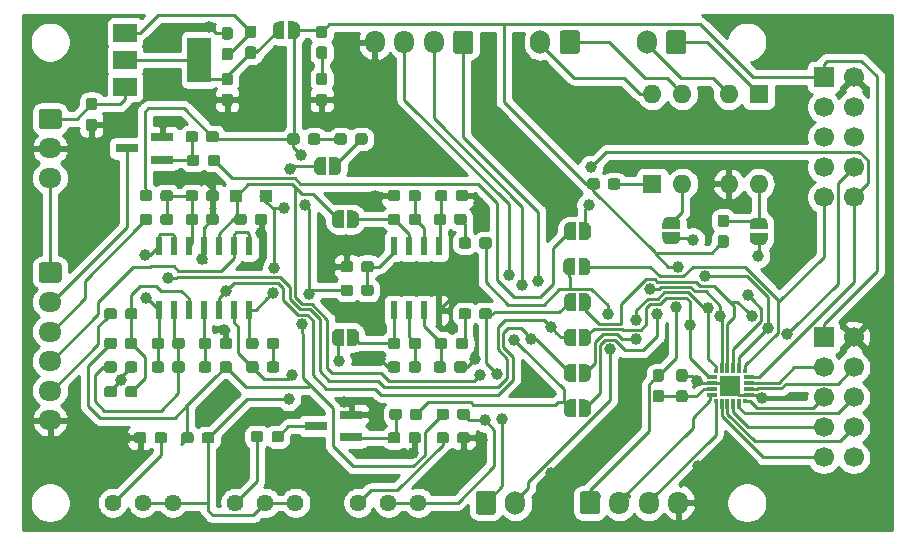
<source format=gtl>
G04 #@! TF.GenerationSoftware,KiCad,Pcbnew,6.0.0-rc1-unknown-179dfa0~84~ubuntu18.04.1*
G04 #@! TF.CreationDate,2019-04-16T21:03:25-07:00
G04 #@! TF.ProjectId,big_battery_v3,6269675f-6261-4747-9465-72795f76332e,rev?*
G04 #@! TF.SameCoordinates,Original*
G04 #@! TF.FileFunction,Copper,L1,Top*
G04 #@! TF.FilePolarity,Positive*
%FSLAX46Y46*%
G04 Gerber Fmt 4.6, Leading zero omitted, Abs format (unit mm)*
G04 Created by KiCad (PCBNEW 6.0.0-rc1-unknown-179dfa0~84~ubuntu18.04.1) date Tue 16 Apr 2019 09:03:25 PM PDT*
%MOMM*%
%LPD*%
G04 APERTURE LIST*
%ADD10R,1.000000X1.000000*%
%ADD11R,0.300000X0.300000*%
%ADD12R,0.900000X0.300000*%
%ADD13R,0.300000X0.900000*%
%ADD14R,1.800000X1.800000*%
%ADD15C,0.600000*%
%ADD16C,0.100000*%
%ADD17C,0.950000*%
%ADD18C,1.700000*%
%ADD19O,1.700000X2.000000*%
%ADD20C,0.500000*%
%ADD21O,1.600000X1.600000*%
%ADD22R,1.600000X1.600000*%
%ADD23O,1.950000X1.700000*%
%ADD24O,1.700000X1.950000*%
%ADD25R,1.700000X1.700000*%
%ADD26R,0.600000X1.550000*%
%ADD27R,1.900000X0.800000*%
%ADD28C,1.440000*%
%ADD29R,0.600000X1.500000*%
%ADD30R,2.000000X3.800000*%
%ADD31R,2.000000X1.500000*%
%ADD32C,1.000000*%
%ADD33C,0.250000*%
%ADD34C,0.254000*%
G04 APERTURE END LIST*
D10*
X18750000Y-16000000D03*
X21250000Y-16000000D03*
D11*
X59350000Y-30850000D03*
D12*
X59050000Y-31350000D03*
X59050000Y-31850000D03*
X59050000Y-32350000D03*
X59050000Y-32850000D03*
D11*
X59350000Y-33350000D03*
D13*
X59850000Y-33650000D03*
X60350000Y-33650000D03*
X60850000Y-33650000D03*
X61350000Y-33650000D03*
D11*
X61850000Y-33350000D03*
D12*
X62150000Y-32850000D03*
X62150000Y-32350000D03*
X62150000Y-31850000D03*
X62150000Y-31350000D03*
D11*
X61850000Y-30850000D03*
D13*
X61350000Y-30550000D03*
X60850000Y-30550000D03*
X60350000Y-30550000D03*
X59850000Y-30550000D03*
D14*
X60600000Y-32100000D03*
D15*
X60150000Y-32100000D03*
X60600000Y-31650000D03*
X60600000Y-32100000D03*
X60600000Y-32550000D03*
X61050000Y-32100000D03*
D16*
G36*
X8435779Y-32126144D02*
G01*
X8458834Y-32129563D01*
X8481443Y-32135227D01*
X8503387Y-32143079D01*
X8524457Y-32153044D01*
X8544448Y-32165026D01*
X8563168Y-32178910D01*
X8580438Y-32194562D01*
X8596090Y-32211832D01*
X8609974Y-32230552D01*
X8621956Y-32250543D01*
X8631921Y-32271613D01*
X8639773Y-32293557D01*
X8645437Y-32316166D01*
X8648856Y-32339221D01*
X8650000Y-32362500D01*
X8650000Y-32837500D01*
X8648856Y-32860779D01*
X8645437Y-32883834D01*
X8639773Y-32906443D01*
X8631921Y-32928387D01*
X8621956Y-32949457D01*
X8609974Y-32969448D01*
X8596090Y-32988168D01*
X8580438Y-33005438D01*
X8563168Y-33021090D01*
X8544448Y-33034974D01*
X8524457Y-33046956D01*
X8503387Y-33056921D01*
X8481443Y-33064773D01*
X8458834Y-33070437D01*
X8435779Y-33073856D01*
X8412500Y-33075000D01*
X7837500Y-33075000D01*
X7814221Y-33073856D01*
X7791166Y-33070437D01*
X7768557Y-33064773D01*
X7746613Y-33056921D01*
X7725543Y-33046956D01*
X7705552Y-33034974D01*
X7686832Y-33021090D01*
X7669562Y-33005438D01*
X7653910Y-32988168D01*
X7640026Y-32969448D01*
X7628044Y-32949457D01*
X7618079Y-32928387D01*
X7610227Y-32906443D01*
X7604563Y-32883834D01*
X7601144Y-32860779D01*
X7600000Y-32837500D01*
X7600000Y-32362500D01*
X7601144Y-32339221D01*
X7604563Y-32316166D01*
X7610227Y-32293557D01*
X7618079Y-32271613D01*
X7628044Y-32250543D01*
X7640026Y-32230552D01*
X7653910Y-32211832D01*
X7669562Y-32194562D01*
X7686832Y-32178910D01*
X7705552Y-32165026D01*
X7725543Y-32153044D01*
X7746613Y-32143079D01*
X7768557Y-32135227D01*
X7791166Y-32129563D01*
X7814221Y-32126144D01*
X7837500Y-32125000D01*
X8412500Y-32125000D01*
X8435779Y-32126144D01*
X8435779Y-32126144D01*
G37*
D17*
X8125000Y-32600000D03*
D16*
G36*
X10185779Y-32126144D02*
G01*
X10208834Y-32129563D01*
X10231443Y-32135227D01*
X10253387Y-32143079D01*
X10274457Y-32153044D01*
X10294448Y-32165026D01*
X10313168Y-32178910D01*
X10330438Y-32194562D01*
X10346090Y-32211832D01*
X10359974Y-32230552D01*
X10371956Y-32250543D01*
X10381921Y-32271613D01*
X10389773Y-32293557D01*
X10395437Y-32316166D01*
X10398856Y-32339221D01*
X10400000Y-32362500D01*
X10400000Y-32837500D01*
X10398856Y-32860779D01*
X10395437Y-32883834D01*
X10389773Y-32906443D01*
X10381921Y-32928387D01*
X10371956Y-32949457D01*
X10359974Y-32969448D01*
X10346090Y-32988168D01*
X10330438Y-33005438D01*
X10313168Y-33021090D01*
X10294448Y-33034974D01*
X10274457Y-33046956D01*
X10253387Y-33056921D01*
X10231443Y-33064773D01*
X10208834Y-33070437D01*
X10185779Y-33073856D01*
X10162500Y-33075000D01*
X9587500Y-33075000D01*
X9564221Y-33073856D01*
X9541166Y-33070437D01*
X9518557Y-33064773D01*
X9496613Y-33056921D01*
X9475543Y-33046956D01*
X9455552Y-33034974D01*
X9436832Y-33021090D01*
X9419562Y-33005438D01*
X9403910Y-32988168D01*
X9390026Y-32969448D01*
X9378044Y-32949457D01*
X9368079Y-32928387D01*
X9360227Y-32906443D01*
X9354563Y-32883834D01*
X9351144Y-32860779D01*
X9350000Y-32837500D01*
X9350000Y-32362500D01*
X9351144Y-32339221D01*
X9354563Y-32316166D01*
X9360227Y-32293557D01*
X9368079Y-32271613D01*
X9378044Y-32250543D01*
X9390026Y-32230552D01*
X9403910Y-32211832D01*
X9419562Y-32194562D01*
X9436832Y-32178910D01*
X9455552Y-32165026D01*
X9475543Y-32153044D01*
X9496613Y-32143079D01*
X9518557Y-32135227D01*
X9541166Y-32129563D01*
X9564221Y-32126144D01*
X9587500Y-32125000D01*
X10162500Y-32125000D01*
X10185779Y-32126144D01*
X10185779Y-32126144D01*
G37*
D17*
X9875000Y-32600000D03*
D16*
G36*
X40524504Y-41001204D02*
G01*
X40548773Y-41004804D01*
X40572571Y-41010765D01*
X40595671Y-41019030D01*
X40617849Y-41029520D01*
X40638893Y-41042133D01*
X40658598Y-41056747D01*
X40676777Y-41073223D01*
X40693253Y-41091402D01*
X40707867Y-41111107D01*
X40720480Y-41132151D01*
X40730970Y-41154329D01*
X40739235Y-41177429D01*
X40745196Y-41201227D01*
X40748796Y-41225496D01*
X40750000Y-41250000D01*
X40750000Y-42750000D01*
X40748796Y-42774504D01*
X40745196Y-42798773D01*
X40739235Y-42822571D01*
X40730970Y-42845671D01*
X40720480Y-42867849D01*
X40707867Y-42888893D01*
X40693253Y-42908598D01*
X40676777Y-42926777D01*
X40658598Y-42943253D01*
X40638893Y-42957867D01*
X40617849Y-42970480D01*
X40595671Y-42980970D01*
X40572571Y-42989235D01*
X40548773Y-42995196D01*
X40524504Y-42998796D01*
X40500000Y-43000000D01*
X39300000Y-43000000D01*
X39275496Y-42998796D01*
X39251227Y-42995196D01*
X39227429Y-42989235D01*
X39204329Y-42980970D01*
X39182151Y-42970480D01*
X39161107Y-42957867D01*
X39141402Y-42943253D01*
X39123223Y-42926777D01*
X39106747Y-42908598D01*
X39092133Y-42888893D01*
X39079520Y-42867849D01*
X39069030Y-42845671D01*
X39060765Y-42822571D01*
X39054804Y-42798773D01*
X39051204Y-42774504D01*
X39050000Y-42750000D01*
X39050000Y-41250000D01*
X39051204Y-41225496D01*
X39054804Y-41201227D01*
X39060765Y-41177429D01*
X39069030Y-41154329D01*
X39079520Y-41132151D01*
X39092133Y-41111107D01*
X39106747Y-41091402D01*
X39123223Y-41073223D01*
X39141402Y-41056747D01*
X39161107Y-41042133D01*
X39182151Y-41029520D01*
X39204329Y-41019030D01*
X39227429Y-41010765D01*
X39251227Y-41004804D01*
X39275496Y-41001204D01*
X39300000Y-41000000D01*
X40500000Y-41000000D01*
X40524504Y-41001204D01*
X40524504Y-41001204D01*
G37*
D18*
X39900000Y-42000000D03*
D19*
X42400000Y-42000000D03*
D16*
G36*
X51060779Y-14526144D02*
G01*
X51083834Y-14529563D01*
X51106443Y-14535227D01*
X51128387Y-14543079D01*
X51149457Y-14553044D01*
X51169448Y-14565026D01*
X51188168Y-14578910D01*
X51205438Y-14594562D01*
X51221090Y-14611832D01*
X51234974Y-14630552D01*
X51246956Y-14650543D01*
X51256921Y-14671613D01*
X51264773Y-14693557D01*
X51270437Y-14716166D01*
X51273856Y-14739221D01*
X51275000Y-14762500D01*
X51275000Y-15237500D01*
X51273856Y-15260779D01*
X51270437Y-15283834D01*
X51264773Y-15306443D01*
X51256921Y-15328387D01*
X51246956Y-15349457D01*
X51234974Y-15369448D01*
X51221090Y-15388168D01*
X51205438Y-15405438D01*
X51188168Y-15421090D01*
X51169448Y-15434974D01*
X51149457Y-15446956D01*
X51128387Y-15456921D01*
X51106443Y-15464773D01*
X51083834Y-15470437D01*
X51060779Y-15473856D01*
X51037500Y-15475000D01*
X50462500Y-15475000D01*
X50439221Y-15473856D01*
X50416166Y-15470437D01*
X50393557Y-15464773D01*
X50371613Y-15456921D01*
X50350543Y-15446956D01*
X50330552Y-15434974D01*
X50311832Y-15421090D01*
X50294562Y-15405438D01*
X50278910Y-15388168D01*
X50265026Y-15369448D01*
X50253044Y-15349457D01*
X50243079Y-15328387D01*
X50235227Y-15306443D01*
X50229563Y-15283834D01*
X50226144Y-15260779D01*
X50225000Y-15237500D01*
X50225000Y-14762500D01*
X50226144Y-14739221D01*
X50229563Y-14716166D01*
X50235227Y-14693557D01*
X50243079Y-14671613D01*
X50253044Y-14650543D01*
X50265026Y-14630552D01*
X50278910Y-14611832D01*
X50294562Y-14594562D01*
X50311832Y-14578910D01*
X50330552Y-14565026D01*
X50350543Y-14553044D01*
X50371613Y-14543079D01*
X50393557Y-14535227D01*
X50416166Y-14529563D01*
X50439221Y-14526144D01*
X50462500Y-14525000D01*
X51037500Y-14525000D01*
X51060779Y-14526144D01*
X51060779Y-14526144D01*
G37*
D17*
X50750000Y-15000000D03*
D16*
G36*
X49310779Y-14526144D02*
G01*
X49333834Y-14529563D01*
X49356443Y-14535227D01*
X49378387Y-14543079D01*
X49399457Y-14553044D01*
X49419448Y-14565026D01*
X49438168Y-14578910D01*
X49455438Y-14594562D01*
X49471090Y-14611832D01*
X49484974Y-14630552D01*
X49496956Y-14650543D01*
X49506921Y-14671613D01*
X49514773Y-14693557D01*
X49520437Y-14716166D01*
X49523856Y-14739221D01*
X49525000Y-14762500D01*
X49525000Y-15237500D01*
X49523856Y-15260779D01*
X49520437Y-15283834D01*
X49514773Y-15306443D01*
X49506921Y-15328387D01*
X49496956Y-15349457D01*
X49484974Y-15369448D01*
X49471090Y-15388168D01*
X49455438Y-15405438D01*
X49438168Y-15421090D01*
X49419448Y-15434974D01*
X49399457Y-15446956D01*
X49378387Y-15456921D01*
X49356443Y-15464773D01*
X49333834Y-15470437D01*
X49310779Y-15473856D01*
X49287500Y-15475000D01*
X48712500Y-15475000D01*
X48689221Y-15473856D01*
X48666166Y-15470437D01*
X48643557Y-15464773D01*
X48621613Y-15456921D01*
X48600543Y-15446956D01*
X48580552Y-15434974D01*
X48561832Y-15421090D01*
X48544562Y-15405438D01*
X48528910Y-15388168D01*
X48515026Y-15369448D01*
X48503044Y-15349457D01*
X48493079Y-15328387D01*
X48485227Y-15306443D01*
X48479563Y-15283834D01*
X48476144Y-15260779D01*
X48475000Y-15237500D01*
X48475000Y-14762500D01*
X48476144Y-14739221D01*
X48479563Y-14716166D01*
X48485227Y-14693557D01*
X48493079Y-14671613D01*
X48503044Y-14650543D01*
X48515026Y-14630552D01*
X48528910Y-14611832D01*
X48544562Y-14594562D01*
X48561832Y-14578910D01*
X48580552Y-14565026D01*
X48600543Y-14553044D01*
X48621613Y-14543079D01*
X48643557Y-14535227D01*
X48666166Y-14529563D01*
X48689221Y-14526144D01*
X48712500Y-14525000D01*
X49287500Y-14525000D01*
X49310779Y-14526144D01*
X49310779Y-14526144D01*
G37*
D17*
X49000000Y-15000000D03*
D19*
X53500000Y-3000000D03*
D16*
G36*
X56624504Y-2001204D02*
G01*
X56648773Y-2004804D01*
X56672571Y-2010765D01*
X56695671Y-2019030D01*
X56717849Y-2029520D01*
X56738893Y-2042133D01*
X56758598Y-2056747D01*
X56776777Y-2073223D01*
X56793253Y-2091402D01*
X56807867Y-2111107D01*
X56820480Y-2132151D01*
X56830970Y-2154329D01*
X56839235Y-2177429D01*
X56845196Y-2201227D01*
X56848796Y-2225496D01*
X56850000Y-2250000D01*
X56850000Y-3750000D01*
X56848796Y-3774504D01*
X56845196Y-3798773D01*
X56839235Y-3822571D01*
X56830970Y-3845671D01*
X56820480Y-3867849D01*
X56807867Y-3888893D01*
X56793253Y-3908598D01*
X56776777Y-3926777D01*
X56758598Y-3943253D01*
X56738893Y-3957867D01*
X56717849Y-3970480D01*
X56695671Y-3980970D01*
X56672571Y-3989235D01*
X56648773Y-3995196D01*
X56624504Y-3998796D01*
X56600000Y-4000000D01*
X55400000Y-4000000D01*
X55375496Y-3998796D01*
X55351227Y-3995196D01*
X55327429Y-3989235D01*
X55304329Y-3980970D01*
X55282151Y-3970480D01*
X55261107Y-3957867D01*
X55241402Y-3943253D01*
X55223223Y-3926777D01*
X55206747Y-3908598D01*
X55192133Y-3888893D01*
X55179520Y-3867849D01*
X55169030Y-3845671D01*
X55160765Y-3822571D01*
X55154804Y-3798773D01*
X55151204Y-3774504D01*
X55150000Y-3750000D01*
X55150000Y-2250000D01*
X55151204Y-2225496D01*
X55154804Y-2201227D01*
X55160765Y-2177429D01*
X55169030Y-2154329D01*
X55179520Y-2132151D01*
X55192133Y-2111107D01*
X55206747Y-2091402D01*
X55223223Y-2073223D01*
X55241402Y-2056747D01*
X55261107Y-2042133D01*
X55282151Y-2029520D01*
X55304329Y-2019030D01*
X55327429Y-2010765D01*
X55351227Y-2004804D01*
X55375496Y-2001204D01*
X55400000Y-2000000D01*
X56600000Y-2000000D01*
X56624504Y-2001204D01*
X56624504Y-2001204D01*
G37*
D18*
X56000000Y-3000000D03*
D16*
G36*
X47624504Y-2001204D02*
G01*
X47648773Y-2004804D01*
X47672571Y-2010765D01*
X47695671Y-2019030D01*
X47717849Y-2029520D01*
X47738893Y-2042133D01*
X47758598Y-2056747D01*
X47776777Y-2073223D01*
X47793253Y-2091402D01*
X47807867Y-2111107D01*
X47820480Y-2132151D01*
X47830970Y-2154329D01*
X47839235Y-2177429D01*
X47845196Y-2201227D01*
X47848796Y-2225496D01*
X47850000Y-2250000D01*
X47850000Y-3750000D01*
X47848796Y-3774504D01*
X47845196Y-3798773D01*
X47839235Y-3822571D01*
X47830970Y-3845671D01*
X47820480Y-3867849D01*
X47807867Y-3888893D01*
X47793253Y-3908598D01*
X47776777Y-3926777D01*
X47758598Y-3943253D01*
X47738893Y-3957867D01*
X47717849Y-3970480D01*
X47695671Y-3980970D01*
X47672571Y-3989235D01*
X47648773Y-3995196D01*
X47624504Y-3998796D01*
X47600000Y-4000000D01*
X46400000Y-4000000D01*
X46375496Y-3998796D01*
X46351227Y-3995196D01*
X46327429Y-3989235D01*
X46304329Y-3980970D01*
X46282151Y-3970480D01*
X46261107Y-3957867D01*
X46241402Y-3943253D01*
X46223223Y-3926777D01*
X46206747Y-3908598D01*
X46192133Y-3888893D01*
X46179520Y-3867849D01*
X46169030Y-3845671D01*
X46160765Y-3822571D01*
X46154804Y-3798773D01*
X46151204Y-3774504D01*
X46150000Y-3750000D01*
X46150000Y-2250000D01*
X46151204Y-2225496D01*
X46154804Y-2201227D01*
X46160765Y-2177429D01*
X46169030Y-2154329D01*
X46179520Y-2132151D01*
X46192133Y-2111107D01*
X46206747Y-2091402D01*
X46223223Y-2073223D01*
X46241402Y-2056747D01*
X46261107Y-2042133D01*
X46282151Y-2029520D01*
X46304329Y-2019030D01*
X46327429Y-2010765D01*
X46351227Y-2004804D01*
X46375496Y-2001204D01*
X46400000Y-2000000D01*
X47600000Y-2000000D01*
X47624504Y-2001204D01*
X47624504Y-2001204D01*
G37*
D18*
X47000000Y-3000000D03*
D19*
X44500000Y-3000000D03*
D20*
X48250000Y-22000000D03*
D16*
G36*
X48250000Y-21250602D02*
G01*
X48274534Y-21250602D01*
X48323365Y-21255412D01*
X48371490Y-21264984D01*
X48418445Y-21279228D01*
X48463778Y-21298005D01*
X48507051Y-21321136D01*
X48547850Y-21348396D01*
X48585779Y-21379524D01*
X48620476Y-21414221D01*
X48651604Y-21452150D01*
X48678864Y-21492949D01*
X48701995Y-21536222D01*
X48720772Y-21581555D01*
X48735016Y-21628510D01*
X48744588Y-21676635D01*
X48749398Y-21725466D01*
X48749398Y-21750000D01*
X48750000Y-21750000D01*
X48750000Y-22250000D01*
X48749398Y-22250000D01*
X48749398Y-22274534D01*
X48744588Y-22323365D01*
X48735016Y-22371490D01*
X48720772Y-22418445D01*
X48701995Y-22463778D01*
X48678864Y-22507051D01*
X48651604Y-22547850D01*
X48620476Y-22585779D01*
X48585779Y-22620476D01*
X48547850Y-22651604D01*
X48507051Y-22678864D01*
X48463778Y-22701995D01*
X48418445Y-22720772D01*
X48371490Y-22735016D01*
X48323365Y-22744588D01*
X48274534Y-22749398D01*
X48250000Y-22749398D01*
X48250000Y-22750000D01*
X47750000Y-22750000D01*
X47750000Y-21250000D01*
X48250000Y-21250000D01*
X48250000Y-21250602D01*
X48250000Y-21250602D01*
G37*
D20*
X46950000Y-22000000D03*
D16*
G36*
X47450000Y-22750000D02*
G01*
X46950000Y-22750000D01*
X46950000Y-22749398D01*
X46925466Y-22749398D01*
X46876635Y-22744588D01*
X46828510Y-22735016D01*
X46781555Y-22720772D01*
X46736222Y-22701995D01*
X46692949Y-22678864D01*
X46652150Y-22651604D01*
X46614221Y-22620476D01*
X46579524Y-22585779D01*
X46548396Y-22547850D01*
X46521136Y-22507051D01*
X46498005Y-22463778D01*
X46479228Y-22418445D01*
X46464984Y-22371490D01*
X46455412Y-22323365D01*
X46450602Y-22274534D01*
X46450602Y-22250000D01*
X46450000Y-22250000D01*
X46450000Y-21750000D01*
X46450602Y-21750000D01*
X46450602Y-21725466D01*
X46455412Y-21676635D01*
X46464984Y-21628510D01*
X46479228Y-21581555D01*
X46498005Y-21536222D01*
X46521136Y-21492949D01*
X46548396Y-21452150D01*
X46579524Y-21414221D01*
X46614221Y-21379524D01*
X46652150Y-21348396D01*
X46692949Y-21321136D01*
X46736222Y-21298005D01*
X46781555Y-21279228D01*
X46828510Y-21264984D01*
X46876635Y-21255412D01*
X46925466Y-21250602D01*
X46950000Y-21250602D01*
X46950000Y-21250000D01*
X47450000Y-21250000D01*
X47450000Y-22750000D01*
X47450000Y-22750000D01*
G37*
D20*
X47000000Y-19000000D03*
D16*
G36*
X47500000Y-19750000D02*
G01*
X47000000Y-19750000D01*
X47000000Y-19749398D01*
X46975466Y-19749398D01*
X46926635Y-19744588D01*
X46878510Y-19735016D01*
X46831555Y-19720772D01*
X46786222Y-19701995D01*
X46742949Y-19678864D01*
X46702150Y-19651604D01*
X46664221Y-19620476D01*
X46629524Y-19585779D01*
X46598396Y-19547850D01*
X46571136Y-19507051D01*
X46548005Y-19463778D01*
X46529228Y-19418445D01*
X46514984Y-19371490D01*
X46505412Y-19323365D01*
X46500602Y-19274534D01*
X46500602Y-19250000D01*
X46500000Y-19250000D01*
X46500000Y-18750000D01*
X46500602Y-18750000D01*
X46500602Y-18725466D01*
X46505412Y-18676635D01*
X46514984Y-18628510D01*
X46529228Y-18581555D01*
X46548005Y-18536222D01*
X46571136Y-18492949D01*
X46598396Y-18452150D01*
X46629524Y-18414221D01*
X46664221Y-18379524D01*
X46702150Y-18348396D01*
X46742949Y-18321136D01*
X46786222Y-18298005D01*
X46831555Y-18279228D01*
X46878510Y-18264984D01*
X46926635Y-18255412D01*
X46975466Y-18250602D01*
X47000000Y-18250602D01*
X47000000Y-18250000D01*
X47500000Y-18250000D01*
X47500000Y-19750000D01*
X47500000Y-19750000D01*
G37*
D20*
X48300000Y-19000000D03*
D16*
G36*
X48300000Y-18250602D02*
G01*
X48324534Y-18250602D01*
X48373365Y-18255412D01*
X48421490Y-18264984D01*
X48468445Y-18279228D01*
X48513778Y-18298005D01*
X48557051Y-18321136D01*
X48597850Y-18348396D01*
X48635779Y-18379524D01*
X48670476Y-18414221D01*
X48701604Y-18452150D01*
X48728864Y-18492949D01*
X48751995Y-18536222D01*
X48770772Y-18581555D01*
X48785016Y-18628510D01*
X48794588Y-18676635D01*
X48799398Y-18725466D01*
X48799398Y-18750000D01*
X48800000Y-18750000D01*
X48800000Y-19250000D01*
X48799398Y-19250000D01*
X48799398Y-19274534D01*
X48794588Y-19323365D01*
X48785016Y-19371490D01*
X48770772Y-19418445D01*
X48751995Y-19463778D01*
X48728864Y-19507051D01*
X48701604Y-19547850D01*
X48670476Y-19585779D01*
X48635779Y-19620476D01*
X48597850Y-19651604D01*
X48557051Y-19678864D01*
X48513778Y-19701995D01*
X48468445Y-19720772D01*
X48421490Y-19735016D01*
X48373365Y-19744588D01*
X48324534Y-19749398D01*
X48300000Y-19749398D01*
X48300000Y-19750000D01*
X47800000Y-19750000D01*
X47800000Y-18250000D01*
X48300000Y-18250000D01*
X48300000Y-18250602D01*
X48300000Y-18250602D01*
G37*
D21*
X63000000Y-15000000D03*
X60460000Y-7380000D03*
X60460000Y-15000000D03*
D22*
X63000000Y-7380000D03*
X54000000Y-15000000D03*
D21*
X56540000Y-7380000D03*
X56540000Y-15000000D03*
X54000000Y-7380000D03*
D16*
G36*
X60260779Y-17601144D02*
G01*
X60283834Y-17604563D01*
X60306443Y-17610227D01*
X60328387Y-17618079D01*
X60349457Y-17628044D01*
X60369448Y-17640026D01*
X60388168Y-17653910D01*
X60405438Y-17669562D01*
X60421090Y-17686832D01*
X60434974Y-17705552D01*
X60446956Y-17725543D01*
X60456921Y-17746613D01*
X60464773Y-17768557D01*
X60470437Y-17791166D01*
X60473856Y-17814221D01*
X60475000Y-17837500D01*
X60475000Y-18412500D01*
X60473856Y-18435779D01*
X60470437Y-18458834D01*
X60464773Y-18481443D01*
X60456921Y-18503387D01*
X60446956Y-18524457D01*
X60434974Y-18544448D01*
X60421090Y-18563168D01*
X60405438Y-18580438D01*
X60388168Y-18596090D01*
X60369448Y-18609974D01*
X60349457Y-18621956D01*
X60328387Y-18631921D01*
X60306443Y-18639773D01*
X60283834Y-18645437D01*
X60260779Y-18648856D01*
X60237500Y-18650000D01*
X59762500Y-18650000D01*
X59739221Y-18648856D01*
X59716166Y-18645437D01*
X59693557Y-18639773D01*
X59671613Y-18631921D01*
X59650543Y-18621956D01*
X59630552Y-18609974D01*
X59611832Y-18596090D01*
X59594562Y-18580438D01*
X59578910Y-18563168D01*
X59565026Y-18544448D01*
X59553044Y-18524457D01*
X59543079Y-18503387D01*
X59535227Y-18481443D01*
X59529563Y-18458834D01*
X59526144Y-18435779D01*
X59525000Y-18412500D01*
X59525000Y-17837500D01*
X59526144Y-17814221D01*
X59529563Y-17791166D01*
X59535227Y-17768557D01*
X59543079Y-17746613D01*
X59553044Y-17725543D01*
X59565026Y-17705552D01*
X59578910Y-17686832D01*
X59594562Y-17669562D01*
X59611832Y-17653910D01*
X59630552Y-17640026D01*
X59650543Y-17628044D01*
X59671613Y-17618079D01*
X59693557Y-17610227D01*
X59716166Y-17604563D01*
X59739221Y-17601144D01*
X59762500Y-17600000D01*
X60237500Y-17600000D01*
X60260779Y-17601144D01*
X60260779Y-17601144D01*
G37*
D17*
X60000000Y-18125000D03*
D16*
G36*
X60260779Y-19351144D02*
G01*
X60283834Y-19354563D01*
X60306443Y-19360227D01*
X60328387Y-19368079D01*
X60349457Y-19378044D01*
X60369448Y-19390026D01*
X60388168Y-19403910D01*
X60405438Y-19419562D01*
X60421090Y-19436832D01*
X60434974Y-19455552D01*
X60446956Y-19475543D01*
X60456921Y-19496613D01*
X60464773Y-19518557D01*
X60470437Y-19541166D01*
X60473856Y-19564221D01*
X60475000Y-19587500D01*
X60475000Y-20162500D01*
X60473856Y-20185779D01*
X60470437Y-20208834D01*
X60464773Y-20231443D01*
X60456921Y-20253387D01*
X60446956Y-20274457D01*
X60434974Y-20294448D01*
X60421090Y-20313168D01*
X60405438Y-20330438D01*
X60388168Y-20346090D01*
X60369448Y-20359974D01*
X60349457Y-20371956D01*
X60328387Y-20381921D01*
X60306443Y-20389773D01*
X60283834Y-20395437D01*
X60260779Y-20398856D01*
X60237500Y-20400000D01*
X59762500Y-20400000D01*
X59739221Y-20398856D01*
X59716166Y-20395437D01*
X59693557Y-20389773D01*
X59671613Y-20381921D01*
X59650543Y-20371956D01*
X59630552Y-20359974D01*
X59611832Y-20346090D01*
X59594562Y-20330438D01*
X59578910Y-20313168D01*
X59565026Y-20294448D01*
X59553044Y-20274457D01*
X59543079Y-20253387D01*
X59535227Y-20231443D01*
X59529563Y-20208834D01*
X59526144Y-20185779D01*
X59525000Y-20162500D01*
X59525000Y-19587500D01*
X59526144Y-19564221D01*
X59529563Y-19541166D01*
X59535227Y-19518557D01*
X59543079Y-19496613D01*
X59553044Y-19475543D01*
X59565026Y-19455552D01*
X59578910Y-19436832D01*
X59594562Y-19419562D01*
X59611832Y-19403910D01*
X59630552Y-19390026D01*
X59650543Y-19378044D01*
X59671613Y-19368079D01*
X59693557Y-19360227D01*
X59716166Y-19354563D01*
X59739221Y-19351144D01*
X59762500Y-19350000D01*
X60237500Y-19350000D01*
X60260779Y-19351144D01*
X60260779Y-19351144D01*
G37*
D17*
X60000000Y-19875000D03*
D16*
G36*
X36435779Y-15526144D02*
G01*
X36458834Y-15529563D01*
X36481443Y-15535227D01*
X36503387Y-15543079D01*
X36524457Y-15553044D01*
X36544448Y-15565026D01*
X36563168Y-15578910D01*
X36580438Y-15594562D01*
X36596090Y-15611832D01*
X36609974Y-15630552D01*
X36621956Y-15650543D01*
X36631921Y-15671613D01*
X36639773Y-15693557D01*
X36645437Y-15716166D01*
X36648856Y-15739221D01*
X36650000Y-15762500D01*
X36650000Y-16237500D01*
X36648856Y-16260779D01*
X36645437Y-16283834D01*
X36639773Y-16306443D01*
X36631921Y-16328387D01*
X36621956Y-16349457D01*
X36609974Y-16369448D01*
X36596090Y-16388168D01*
X36580438Y-16405438D01*
X36563168Y-16421090D01*
X36544448Y-16434974D01*
X36524457Y-16446956D01*
X36503387Y-16456921D01*
X36481443Y-16464773D01*
X36458834Y-16470437D01*
X36435779Y-16473856D01*
X36412500Y-16475000D01*
X35837500Y-16475000D01*
X35814221Y-16473856D01*
X35791166Y-16470437D01*
X35768557Y-16464773D01*
X35746613Y-16456921D01*
X35725543Y-16446956D01*
X35705552Y-16434974D01*
X35686832Y-16421090D01*
X35669562Y-16405438D01*
X35653910Y-16388168D01*
X35640026Y-16369448D01*
X35628044Y-16349457D01*
X35618079Y-16328387D01*
X35610227Y-16306443D01*
X35604563Y-16283834D01*
X35601144Y-16260779D01*
X35600000Y-16237500D01*
X35600000Y-15762500D01*
X35601144Y-15739221D01*
X35604563Y-15716166D01*
X35610227Y-15693557D01*
X35618079Y-15671613D01*
X35628044Y-15650543D01*
X35640026Y-15630552D01*
X35653910Y-15611832D01*
X35669562Y-15594562D01*
X35686832Y-15578910D01*
X35705552Y-15565026D01*
X35725543Y-15553044D01*
X35746613Y-15543079D01*
X35768557Y-15535227D01*
X35791166Y-15529563D01*
X35814221Y-15526144D01*
X35837500Y-15525000D01*
X36412500Y-15525000D01*
X36435779Y-15526144D01*
X36435779Y-15526144D01*
G37*
D17*
X36125000Y-16000000D03*
D16*
G36*
X38185779Y-15526144D02*
G01*
X38208834Y-15529563D01*
X38231443Y-15535227D01*
X38253387Y-15543079D01*
X38274457Y-15553044D01*
X38294448Y-15565026D01*
X38313168Y-15578910D01*
X38330438Y-15594562D01*
X38346090Y-15611832D01*
X38359974Y-15630552D01*
X38371956Y-15650543D01*
X38381921Y-15671613D01*
X38389773Y-15693557D01*
X38395437Y-15716166D01*
X38398856Y-15739221D01*
X38400000Y-15762500D01*
X38400000Y-16237500D01*
X38398856Y-16260779D01*
X38395437Y-16283834D01*
X38389773Y-16306443D01*
X38381921Y-16328387D01*
X38371956Y-16349457D01*
X38359974Y-16369448D01*
X38346090Y-16388168D01*
X38330438Y-16405438D01*
X38313168Y-16421090D01*
X38294448Y-16434974D01*
X38274457Y-16446956D01*
X38253387Y-16456921D01*
X38231443Y-16464773D01*
X38208834Y-16470437D01*
X38185779Y-16473856D01*
X38162500Y-16475000D01*
X37587500Y-16475000D01*
X37564221Y-16473856D01*
X37541166Y-16470437D01*
X37518557Y-16464773D01*
X37496613Y-16456921D01*
X37475543Y-16446956D01*
X37455552Y-16434974D01*
X37436832Y-16421090D01*
X37419562Y-16405438D01*
X37403910Y-16388168D01*
X37390026Y-16369448D01*
X37378044Y-16349457D01*
X37368079Y-16328387D01*
X37360227Y-16306443D01*
X37354563Y-16283834D01*
X37351144Y-16260779D01*
X37350000Y-16237500D01*
X37350000Y-15762500D01*
X37351144Y-15739221D01*
X37354563Y-15716166D01*
X37360227Y-15693557D01*
X37368079Y-15671613D01*
X37378044Y-15650543D01*
X37390026Y-15630552D01*
X37403910Y-15611832D01*
X37419562Y-15594562D01*
X37436832Y-15578910D01*
X37455552Y-15565026D01*
X37475543Y-15553044D01*
X37496613Y-15543079D01*
X37518557Y-15535227D01*
X37541166Y-15529563D01*
X37564221Y-15526144D01*
X37587500Y-15525000D01*
X38162500Y-15525000D01*
X38185779Y-15526144D01*
X38185779Y-15526144D01*
G37*
D17*
X37875000Y-16000000D03*
D16*
G36*
X56760779Y-32451144D02*
G01*
X56783834Y-32454563D01*
X56806443Y-32460227D01*
X56828387Y-32468079D01*
X56849457Y-32478044D01*
X56869448Y-32490026D01*
X56888168Y-32503910D01*
X56905438Y-32519562D01*
X56921090Y-32536832D01*
X56934974Y-32555552D01*
X56946956Y-32575543D01*
X56956921Y-32596613D01*
X56964773Y-32618557D01*
X56970437Y-32641166D01*
X56973856Y-32664221D01*
X56975000Y-32687500D01*
X56975000Y-33262500D01*
X56973856Y-33285779D01*
X56970437Y-33308834D01*
X56964773Y-33331443D01*
X56956921Y-33353387D01*
X56946956Y-33374457D01*
X56934974Y-33394448D01*
X56921090Y-33413168D01*
X56905438Y-33430438D01*
X56888168Y-33446090D01*
X56869448Y-33459974D01*
X56849457Y-33471956D01*
X56828387Y-33481921D01*
X56806443Y-33489773D01*
X56783834Y-33495437D01*
X56760779Y-33498856D01*
X56737500Y-33500000D01*
X56262500Y-33500000D01*
X56239221Y-33498856D01*
X56216166Y-33495437D01*
X56193557Y-33489773D01*
X56171613Y-33481921D01*
X56150543Y-33471956D01*
X56130552Y-33459974D01*
X56111832Y-33446090D01*
X56094562Y-33430438D01*
X56078910Y-33413168D01*
X56065026Y-33394448D01*
X56053044Y-33374457D01*
X56043079Y-33353387D01*
X56035227Y-33331443D01*
X56029563Y-33308834D01*
X56026144Y-33285779D01*
X56025000Y-33262500D01*
X56025000Y-32687500D01*
X56026144Y-32664221D01*
X56029563Y-32641166D01*
X56035227Y-32618557D01*
X56043079Y-32596613D01*
X56053044Y-32575543D01*
X56065026Y-32555552D01*
X56078910Y-32536832D01*
X56094562Y-32519562D01*
X56111832Y-32503910D01*
X56130552Y-32490026D01*
X56150543Y-32478044D01*
X56171613Y-32468079D01*
X56193557Y-32460227D01*
X56216166Y-32454563D01*
X56239221Y-32451144D01*
X56262500Y-32450000D01*
X56737500Y-32450000D01*
X56760779Y-32451144D01*
X56760779Y-32451144D01*
G37*
D17*
X56500000Y-32975000D03*
D16*
G36*
X56760779Y-30701144D02*
G01*
X56783834Y-30704563D01*
X56806443Y-30710227D01*
X56828387Y-30718079D01*
X56849457Y-30728044D01*
X56869448Y-30740026D01*
X56888168Y-30753910D01*
X56905438Y-30769562D01*
X56921090Y-30786832D01*
X56934974Y-30805552D01*
X56946956Y-30825543D01*
X56956921Y-30846613D01*
X56964773Y-30868557D01*
X56970437Y-30891166D01*
X56973856Y-30914221D01*
X56975000Y-30937500D01*
X56975000Y-31512500D01*
X56973856Y-31535779D01*
X56970437Y-31558834D01*
X56964773Y-31581443D01*
X56956921Y-31603387D01*
X56946956Y-31624457D01*
X56934974Y-31644448D01*
X56921090Y-31663168D01*
X56905438Y-31680438D01*
X56888168Y-31696090D01*
X56869448Y-31709974D01*
X56849457Y-31721956D01*
X56828387Y-31731921D01*
X56806443Y-31739773D01*
X56783834Y-31745437D01*
X56760779Y-31748856D01*
X56737500Y-31750000D01*
X56262500Y-31750000D01*
X56239221Y-31748856D01*
X56216166Y-31745437D01*
X56193557Y-31739773D01*
X56171613Y-31731921D01*
X56150543Y-31721956D01*
X56130552Y-31709974D01*
X56111832Y-31696090D01*
X56094562Y-31680438D01*
X56078910Y-31663168D01*
X56065026Y-31644448D01*
X56053044Y-31624457D01*
X56043079Y-31603387D01*
X56035227Y-31581443D01*
X56029563Y-31558834D01*
X56026144Y-31535779D01*
X56025000Y-31512500D01*
X56025000Y-30937500D01*
X56026144Y-30914221D01*
X56029563Y-30891166D01*
X56035227Y-30868557D01*
X56043079Y-30846613D01*
X56053044Y-30825543D01*
X56065026Y-30805552D01*
X56078910Y-30786832D01*
X56094562Y-30769562D01*
X56111832Y-30753910D01*
X56130552Y-30740026D01*
X56150543Y-30728044D01*
X56171613Y-30718079D01*
X56193557Y-30710227D01*
X56216166Y-30704563D01*
X56239221Y-30701144D01*
X56262500Y-30700000D01*
X56737500Y-30700000D01*
X56760779Y-30701144D01*
X56760779Y-30701144D01*
G37*
D17*
X56500000Y-31225000D03*
D16*
G36*
X28435779Y-21526144D02*
G01*
X28458834Y-21529563D01*
X28481443Y-21535227D01*
X28503387Y-21543079D01*
X28524457Y-21553044D01*
X28544448Y-21565026D01*
X28563168Y-21578910D01*
X28580438Y-21594562D01*
X28596090Y-21611832D01*
X28609974Y-21630552D01*
X28621956Y-21650543D01*
X28631921Y-21671613D01*
X28639773Y-21693557D01*
X28645437Y-21716166D01*
X28648856Y-21739221D01*
X28650000Y-21762500D01*
X28650000Y-22237500D01*
X28648856Y-22260779D01*
X28645437Y-22283834D01*
X28639773Y-22306443D01*
X28631921Y-22328387D01*
X28621956Y-22349457D01*
X28609974Y-22369448D01*
X28596090Y-22388168D01*
X28580438Y-22405438D01*
X28563168Y-22421090D01*
X28544448Y-22434974D01*
X28524457Y-22446956D01*
X28503387Y-22456921D01*
X28481443Y-22464773D01*
X28458834Y-22470437D01*
X28435779Y-22473856D01*
X28412500Y-22475000D01*
X27837500Y-22475000D01*
X27814221Y-22473856D01*
X27791166Y-22470437D01*
X27768557Y-22464773D01*
X27746613Y-22456921D01*
X27725543Y-22446956D01*
X27705552Y-22434974D01*
X27686832Y-22421090D01*
X27669562Y-22405438D01*
X27653910Y-22388168D01*
X27640026Y-22369448D01*
X27628044Y-22349457D01*
X27618079Y-22328387D01*
X27610227Y-22306443D01*
X27604563Y-22283834D01*
X27601144Y-22260779D01*
X27600000Y-22237500D01*
X27600000Y-21762500D01*
X27601144Y-21739221D01*
X27604563Y-21716166D01*
X27610227Y-21693557D01*
X27618079Y-21671613D01*
X27628044Y-21650543D01*
X27640026Y-21630552D01*
X27653910Y-21611832D01*
X27669562Y-21594562D01*
X27686832Y-21578910D01*
X27705552Y-21565026D01*
X27725543Y-21553044D01*
X27746613Y-21543079D01*
X27768557Y-21535227D01*
X27791166Y-21529563D01*
X27814221Y-21526144D01*
X27837500Y-21525000D01*
X28412500Y-21525000D01*
X28435779Y-21526144D01*
X28435779Y-21526144D01*
G37*
D17*
X28125000Y-22000000D03*
D16*
G36*
X30185779Y-21526144D02*
G01*
X30208834Y-21529563D01*
X30231443Y-21535227D01*
X30253387Y-21543079D01*
X30274457Y-21553044D01*
X30294448Y-21565026D01*
X30313168Y-21578910D01*
X30330438Y-21594562D01*
X30346090Y-21611832D01*
X30359974Y-21630552D01*
X30371956Y-21650543D01*
X30381921Y-21671613D01*
X30389773Y-21693557D01*
X30395437Y-21716166D01*
X30398856Y-21739221D01*
X30400000Y-21762500D01*
X30400000Y-22237500D01*
X30398856Y-22260779D01*
X30395437Y-22283834D01*
X30389773Y-22306443D01*
X30381921Y-22328387D01*
X30371956Y-22349457D01*
X30359974Y-22369448D01*
X30346090Y-22388168D01*
X30330438Y-22405438D01*
X30313168Y-22421090D01*
X30294448Y-22434974D01*
X30274457Y-22446956D01*
X30253387Y-22456921D01*
X30231443Y-22464773D01*
X30208834Y-22470437D01*
X30185779Y-22473856D01*
X30162500Y-22475000D01*
X29587500Y-22475000D01*
X29564221Y-22473856D01*
X29541166Y-22470437D01*
X29518557Y-22464773D01*
X29496613Y-22456921D01*
X29475543Y-22446956D01*
X29455552Y-22434974D01*
X29436832Y-22421090D01*
X29419562Y-22405438D01*
X29403910Y-22388168D01*
X29390026Y-22369448D01*
X29378044Y-22349457D01*
X29368079Y-22328387D01*
X29360227Y-22306443D01*
X29354563Y-22283834D01*
X29351144Y-22260779D01*
X29350000Y-22237500D01*
X29350000Y-21762500D01*
X29351144Y-21739221D01*
X29354563Y-21716166D01*
X29360227Y-21693557D01*
X29368079Y-21671613D01*
X29378044Y-21650543D01*
X29390026Y-21630552D01*
X29403910Y-21611832D01*
X29419562Y-21594562D01*
X29436832Y-21578910D01*
X29455552Y-21565026D01*
X29475543Y-21553044D01*
X29496613Y-21543079D01*
X29518557Y-21535227D01*
X29541166Y-21529563D01*
X29564221Y-21526144D01*
X29587500Y-21525000D01*
X30162500Y-21525000D01*
X30185779Y-21526144D01*
X30185779Y-21526144D01*
G37*
D17*
X29875000Y-22000000D03*
D16*
G36*
X38060779Y-30026144D02*
G01*
X38083834Y-30029563D01*
X38106443Y-30035227D01*
X38128387Y-30043079D01*
X38149457Y-30053044D01*
X38169448Y-30065026D01*
X38188168Y-30078910D01*
X38205438Y-30094562D01*
X38221090Y-30111832D01*
X38234974Y-30130552D01*
X38246956Y-30150543D01*
X38256921Y-30171613D01*
X38264773Y-30193557D01*
X38270437Y-30216166D01*
X38273856Y-30239221D01*
X38275000Y-30262500D01*
X38275000Y-30737500D01*
X38273856Y-30760779D01*
X38270437Y-30783834D01*
X38264773Y-30806443D01*
X38256921Y-30828387D01*
X38246956Y-30849457D01*
X38234974Y-30869448D01*
X38221090Y-30888168D01*
X38205438Y-30905438D01*
X38188168Y-30921090D01*
X38169448Y-30934974D01*
X38149457Y-30946956D01*
X38128387Y-30956921D01*
X38106443Y-30964773D01*
X38083834Y-30970437D01*
X38060779Y-30973856D01*
X38037500Y-30975000D01*
X37462500Y-30975000D01*
X37439221Y-30973856D01*
X37416166Y-30970437D01*
X37393557Y-30964773D01*
X37371613Y-30956921D01*
X37350543Y-30946956D01*
X37330552Y-30934974D01*
X37311832Y-30921090D01*
X37294562Y-30905438D01*
X37278910Y-30888168D01*
X37265026Y-30869448D01*
X37253044Y-30849457D01*
X37243079Y-30828387D01*
X37235227Y-30806443D01*
X37229563Y-30783834D01*
X37226144Y-30760779D01*
X37225000Y-30737500D01*
X37225000Y-30262500D01*
X37226144Y-30239221D01*
X37229563Y-30216166D01*
X37235227Y-30193557D01*
X37243079Y-30171613D01*
X37253044Y-30150543D01*
X37265026Y-30130552D01*
X37278910Y-30111832D01*
X37294562Y-30094562D01*
X37311832Y-30078910D01*
X37330552Y-30065026D01*
X37350543Y-30053044D01*
X37371613Y-30043079D01*
X37393557Y-30035227D01*
X37416166Y-30029563D01*
X37439221Y-30026144D01*
X37462500Y-30025000D01*
X38037500Y-30025000D01*
X38060779Y-30026144D01*
X38060779Y-30026144D01*
G37*
D17*
X37750000Y-30500000D03*
D16*
G36*
X36310779Y-30026144D02*
G01*
X36333834Y-30029563D01*
X36356443Y-30035227D01*
X36378387Y-30043079D01*
X36399457Y-30053044D01*
X36419448Y-30065026D01*
X36438168Y-30078910D01*
X36455438Y-30094562D01*
X36471090Y-30111832D01*
X36484974Y-30130552D01*
X36496956Y-30150543D01*
X36506921Y-30171613D01*
X36514773Y-30193557D01*
X36520437Y-30216166D01*
X36523856Y-30239221D01*
X36525000Y-30262500D01*
X36525000Y-30737500D01*
X36523856Y-30760779D01*
X36520437Y-30783834D01*
X36514773Y-30806443D01*
X36506921Y-30828387D01*
X36496956Y-30849457D01*
X36484974Y-30869448D01*
X36471090Y-30888168D01*
X36455438Y-30905438D01*
X36438168Y-30921090D01*
X36419448Y-30934974D01*
X36399457Y-30946956D01*
X36378387Y-30956921D01*
X36356443Y-30964773D01*
X36333834Y-30970437D01*
X36310779Y-30973856D01*
X36287500Y-30975000D01*
X35712500Y-30975000D01*
X35689221Y-30973856D01*
X35666166Y-30970437D01*
X35643557Y-30964773D01*
X35621613Y-30956921D01*
X35600543Y-30946956D01*
X35580552Y-30934974D01*
X35561832Y-30921090D01*
X35544562Y-30905438D01*
X35528910Y-30888168D01*
X35515026Y-30869448D01*
X35503044Y-30849457D01*
X35493079Y-30828387D01*
X35485227Y-30806443D01*
X35479563Y-30783834D01*
X35476144Y-30760779D01*
X35475000Y-30737500D01*
X35475000Y-30262500D01*
X35476144Y-30239221D01*
X35479563Y-30216166D01*
X35485227Y-30193557D01*
X35493079Y-30171613D01*
X35503044Y-30150543D01*
X35515026Y-30130552D01*
X35528910Y-30111832D01*
X35544562Y-30094562D01*
X35561832Y-30078910D01*
X35580552Y-30065026D01*
X35600543Y-30053044D01*
X35621613Y-30043079D01*
X35643557Y-30035227D01*
X35666166Y-30029563D01*
X35689221Y-30026144D01*
X35712500Y-30025000D01*
X36287500Y-30025000D01*
X36310779Y-30026144D01*
X36310779Y-30026144D01*
G37*
D17*
X36000000Y-30500000D03*
D16*
G36*
X3749504Y-8651204D02*
G01*
X3773773Y-8654804D01*
X3797571Y-8660765D01*
X3820671Y-8669030D01*
X3842849Y-8679520D01*
X3863893Y-8692133D01*
X3883598Y-8706747D01*
X3901777Y-8723223D01*
X3918253Y-8741402D01*
X3932867Y-8761107D01*
X3945480Y-8782151D01*
X3955970Y-8804329D01*
X3964235Y-8827429D01*
X3970196Y-8851227D01*
X3973796Y-8875496D01*
X3975000Y-8900000D01*
X3975000Y-10100000D01*
X3973796Y-10124504D01*
X3970196Y-10148773D01*
X3964235Y-10172571D01*
X3955970Y-10195671D01*
X3945480Y-10217849D01*
X3932867Y-10238893D01*
X3918253Y-10258598D01*
X3901777Y-10276777D01*
X3883598Y-10293253D01*
X3863893Y-10307867D01*
X3842849Y-10320480D01*
X3820671Y-10330970D01*
X3797571Y-10339235D01*
X3773773Y-10345196D01*
X3749504Y-10348796D01*
X3725000Y-10350000D01*
X2275000Y-10350000D01*
X2250496Y-10348796D01*
X2226227Y-10345196D01*
X2202429Y-10339235D01*
X2179329Y-10330970D01*
X2157151Y-10320480D01*
X2136107Y-10307867D01*
X2116402Y-10293253D01*
X2098223Y-10276777D01*
X2081747Y-10258598D01*
X2067133Y-10238893D01*
X2054520Y-10217849D01*
X2044030Y-10195671D01*
X2035765Y-10172571D01*
X2029804Y-10148773D01*
X2026204Y-10124504D01*
X2025000Y-10100000D01*
X2025000Y-8900000D01*
X2026204Y-8875496D01*
X2029804Y-8851227D01*
X2035765Y-8827429D01*
X2044030Y-8804329D01*
X2054520Y-8782151D01*
X2067133Y-8761107D01*
X2081747Y-8741402D01*
X2098223Y-8723223D01*
X2116402Y-8706747D01*
X2136107Y-8692133D01*
X2157151Y-8679520D01*
X2179329Y-8669030D01*
X2202429Y-8660765D01*
X2226227Y-8654804D01*
X2250496Y-8651204D01*
X2275000Y-8650000D01*
X3725000Y-8650000D01*
X3749504Y-8651204D01*
X3749504Y-8651204D01*
G37*
D18*
X3000000Y-9500000D03*
D23*
X3000000Y-12000000D03*
X3000000Y-14500000D03*
D24*
X56200000Y-42000000D03*
X53700000Y-42000000D03*
X51200000Y-42000000D03*
D16*
G36*
X49324504Y-41026204D02*
G01*
X49348773Y-41029804D01*
X49372571Y-41035765D01*
X49395671Y-41044030D01*
X49417849Y-41054520D01*
X49438893Y-41067133D01*
X49458598Y-41081747D01*
X49476777Y-41098223D01*
X49493253Y-41116402D01*
X49507867Y-41136107D01*
X49520480Y-41157151D01*
X49530970Y-41179329D01*
X49539235Y-41202429D01*
X49545196Y-41226227D01*
X49548796Y-41250496D01*
X49550000Y-41275000D01*
X49550000Y-42725000D01*
X49548796Y-42749504D01*
X49545196Y-42773773D01*
X49539235Y-42797571D01*
X49530970Y-42820671D01*
X49520480Y-42842849D01*
X49507867Y-42863893D01*
X49493253Y-42883598D01*
X49476777Y-42901777D01*
X49458598Y-42918253D01*
X49438893Y-42932867D01*
X49417849Y-42945480D01*
X49395671Y-42955970D01*
X49372571Y-42964235D01*
X49348773Y-42970196D01*
X49324504Y-42973796D01*
X49300000Y-42975000D01*
X48100000Y-42975000D01*
X48075496Y-42973796D01*
X48051227Y-42970196D01*
X48027429Y-42964235D01*
X48004329Y-42955970D01*
X47982151Y-42945480D01*
X47961107Y-42932867D01*
X47941402Y-42918253D01*
X47923223Y-42901777D01*
X47906747Y-42883598D01*
X47892133Y-42863893D01*
X47879520Y-42842849D01*
X47869030Y-42820671D01*
X47860765Y-42797571D01*
X47854804Y-42773773D01*
X47851204Y-42749504D01*
X47850000Y-42725000D01*
X47850000Y-41275000D01*
X47851204Y-41250496D01*
X47854804Y-41226227D01*
X47860765Y-41202429D01*
X47869030Y-41179329D01*
X47879520Y-41157151D01*
X47892133Y-41136107D01*
X47906747Y-41116402D01*
X47923223Y-41098223D01*
X47941402Y-41081747D01*
X47961107Y-41067133D01*
X47982151Y-41054520D01*
X48004329Y-41044030D01*
X48027429Y-41035765D01*
X48051227Y-41029804D01*
X48075496Y-41026204D01*
X48100000Y-41025000D01*
X49300000Y-41025000D01*
X49324504Y-41026204D01*
X49324504Y-41026204D01*
G37*
D18*
X48700000Y-42000000D03*
D16*
G36*
X38624504Y-2026204D02*
G01*
X38648773Y-2029804D01*
X38672571Y-2035765D01*
X38695671Y-2044030D01*
X38717849Y-2054520D01*
X38738893Y-2067133D01*
X38758598Y-2081747D01*
X38776777Y-2098223D01*
X38793253Y-2116402D01*
X38807867Y-2136107D01*
X38820480Y-2157151D01*
X38830970Y-2179329D01*
X38839235Y-2202429D01*
X38845196Y-2226227D01*
X38848796Y-2250496D01*
X38850000Y-2275000D01*
X38850000Y-3725000D01*
X38848796Y-3749504D01*
X38845196Y-3773773D01*
X38839235Y-3797571D01*
X38830970Y-3820671D01*
X38820480Y-3842849D01*
X38807867Y-3863893D01*
X38793253Y-3883598D01*
X38776777Y-3901777D01*
X38758598Y-3918253D01*
X38738893Y-3932867D01*
X38717849Y-3945480D01*
X38695671Y-3955970D01*
X38672571Y-3964235D01*
X38648773Y-3970196D01*
X38624504Y-3973796D01*
X38600000Y-3975000D01*
X37400000Y-3975000D01*
X37375496Y-3973796D01*
X37351227Y-3970196D01*
X37327429Y-3964235D01*
X37304329Y-3955970D01*
X37282151Y-3945480D01*
X37261107Y-3932867D01*
X37241402Y-3918253D01*
X37223223Y-3901777D01*
X37206747Y-3883598D01*
X37192133Y-3863893D01*
X37179520Y-3842849D01*
X37169030Y-3820671D01*
X37160765Y-3797571D01*
X37154804Y-3773773D01*
X37151204Y-3749504D01*
X37150000Y-3725000D01*
X37150000Y-2275000D01*
X37151204Y-2250496D01*
X37154804Y-2226227D01*
X37160765Y-2202429D01*
X37169030Y-2179329D01*
X37179520Y-2157151D01*
X37192133Y-2136107D01*
X37206747Y-2116402D01*
X37223223Y-2098223D01*
X37241402Y-2081747D01*
X37261107Y-2067133D01*
X37282151Y-2054520D01*
X37304329Y-2044030D01*
X37327429Y-2035765D01*
X37351227Y-2029804D01*
X37375496Y-2026204D01*
X37400000Y-2025000D01*
X38600000Y-2025000D01*
X38624504Y-2026204D01*
X38624504Y-2026204D01*
G37*
D18*
X38000000Y-3000000D03*
D24*
X35500000Y-3000000D03*
X33000000Y-3000000D03*
X30500000Y-3000000D03*
D16*
G36*
X3749504Y-21651204D02*
G01*
X3773773Y-21654804D01*
X3797571Y-21660765D01*
X3820671Y-21669030D01*
X3842849Y-21679520D01*
X3863893Y-21692133D01*
X3883598Y-21706747D01*
X3901777Y-21723223D01*
X3918253Y-21741402D01*
X3932867Y-21761107D01*
X3945480Y-21782151D01*
X3955970Y-21804329D01*
X3964235Y-21827429D01*
X3970196Y-21851227D01*
X3973796Y-21875496D01*
X3975000Y-21900000D01*
X3975000Y-23100000D01*
X3973796Y-23124504D01*
X3970196Y-23148773D01*
X3964235Y-23172571D01*
X3955970Y-23195671D01*
X3945480Y-23217849D01*
X3932867Y-23238893D01*
X3918253Y-23258598D01*
X3901777Y-23276777D01*
X3883598Y-23293253D01*
X3863893Y-23307867D01*
X3842849Y-23320480D01*
X3820671Y-23330970D01*
X3797571Y-23339235D01*
X3773773Y-23345196D01*
X3749504Y-23348796D01*
X3725000Y-23350000D01*
X2275000Y-23350000D01*
X2250496Y-23348796D01*
X2226227Y-23345196D01*
X2202429Y-23339235D01*
X2179329Y-23330970D01*
X2157151Y-23320480D01*
X2136107Y-23307867D01*
X2116402Y-23293253D01*
X2098223Y-23276777D01*
X2081747Y-23258598D01*
X2067133Y-23238893D01*
X2054520Y-23217849D01*
X2044030Y-23195671D01*
X2035765Y-23172571D01*
X2029804Y-23148773D01*
X2026204Y-23124504D01*
X2025000Y-23100000D01*
X2025000Y-21900000D01*
X2026204Y-21875496D01*
X2029804Y-21851227D01*
X2035765Y-21827429D01*
X2044030Y-21804329D01*
X2054520Y-21782151D01*
X2067133Y-21761107D01*
X2081747Y-21741402D01*
X2098223Y-21723223D01*
X2116402Y-21706747D01*
X2136107Y-21692133D01*
X2157151Y-21679520D01*
X2179329Y-21669030D01*
X2202429Y-21660765D01*
X2226227Y-21654804D01*
X2250496Y-21651204D01*
X2275000Y-21650000D01*
X3725000Y-21650000D01*
X3749504Y-21651204D01*
X3749504Y-21651204D01*
G37*
D18*
X3000000Y-22500000D03*
D23*
X3000000Y-25000000D03*
X3000000Y-27500000D03*
X3000000Y-30000000D03*
X3000000Y-32500000D03*
X3000000Y-35000000D03*
D18*
X71040000Y-38160000D03*
X68500000Y-38160000D03*
X71040000Y-35620000D03*
X68500000Y-35620000D03*
X71040000Y-33080000D03*
X68500000Y-33080000D03*
X71040000Y-30540000D03*
X68500000Y-30540000D03*
X71040000Y-28000000D03*
D25*
X68500000Y-28000000D03*
X68500000Y-5960000D03*
D18*
X71040000Y-5960000D03*
X68500000Y-8500000D03*
X71040000Y-8500000D03*
X68500000Y-11040000D03*
X71040000Y-11040000D03*
X68500000Y-13580000D03*
X71040000Y-13580000D03*
X68500000Y-16120000D03*
X71040000Y-16120000D03*
D16*
G36*
X54760779Y-32451144D02*
G01*
X54783834Y-32454563D01*
X54806443Y-32460227D01*
X54828387Y-32468079D01*
X54849457Y-32478044D01*
X54869448Y-32490026D01*
X54888168Y-32503910D01*
X54905438Y-32519562D01*
X54921090Y-32536832D01*
X54934974Y-32555552D01*
X54946956Y-32575543D01*
X54956921Y-32596613D01*
X54964773Y-32618557D01*
X54970437Y-32641166D01*
X54973856Y-32664221D01*
X54975000Y-32687500D01*
X54975000Y-33262500D01*
X54973856Y-33285779D01*
X54970437Y-33308834D01*
X54964773Y-33331443D01*
X54956921Y-33353387D01*
X54946956Y-33374457D01*
X54934974Y-33394448D01*
X54921090Y-33413168D01*
X54905438Y-33430438D01*
X54888168Y-33446090D01*
X54869448Y-33459974D01*
X54849457Y-33471956D01*
X54828387Y-33481921D01*
X54806443Y-33489773D01*
X54783834Y-33495437D01*
X54760779Y-33498856D01*
X54737500Y-33500000D01*
X54262500Y-33500000D01*
X54239221Y-33498856D01*
X54216166Y-33495437D01*
X54193557Y-33489773D01*
X54171613Y-33481921D01*
X54150543Y-33471956D01*
X54130552Y-33459974D01*
X54111832Y-33446090D01*
X54094562Y-33430438D01*
X54078910Y-33413168D01*
X54065026Y-33394448D01*
X54053044Y-33374457D01*
X54043079Y-33353387D01*
X54035227Y-33331443D01*
X54029563Y-33308834D01*
X54026144Y-33285779D01*
X54025000Y-33262500D01*
X54025000Y-32687500D01*
X54026144Y-32664221D01*
X54029563Y-32641166D01*
X54035227Y-32618557D01*
X54043079Y-32596613D01*
X54053044Y-32575543D01*
X54065026Y-32555552D01*
X54078910Y-32536832D01*
X54094562Y-32519562D01*
X54111832Y-32503910D01*
X54130552Y-32490026D01*
X54150543Y-32478044D01*
X54171613Y-32468079D01*
X54193557Y-32460227D01*
X54216166Y-32454563D01*
X54239221Y-32451144D01*
X54262500Y-32450000D01*
X54737500Y-32450000D01*
X54760779Y-32451144D01*
X54760779Y-32451144D01*
G37*
D17*
X54500000Y-32975000D03*
D16*
G36*
X54760779Y-30701144D02*
G01*
X54783834Y-30704563D01*
X54806443Y-30710227D01*
X54828387Y-30718079D01*
X54849457Y-30728044D01*
X54869448Y-30740026D01*
X54888168Y-30753910D01*
X54905438Y-30769562D01*
X54921090Y-30786832D01*
X54934974Y-30805552D01*
X54946956Y-30825543D01*
X54956921Y-30846613D01*
X54964773Y-30868557D01*
X54970437Y-30891166D01*
X54973856Y-30914221D01*
X54975000Y-30937500D01*
X54975000Y-31512500D01*
X54973856Y-31535779D01*
X54970437Y-31558834D01*
X54964773Y-31581443D01*
X54956921Y-31603387D01*
X54946956Y-31624457D01*
X54934974Y-31644448D01*
X54921090Y-31663168D01*
X54905438Y-31680438D01*
X54888168Y-31696090D01*
X54869448Y-31709974D01*
X54849457Y-31721956D01*
X54828387Y-31731921D01*
X54806443Y-31739773D01*
X54783834Y-31745437D01*
X54760779Y-31748856D01*
X54737500Y-31750000D01*
X54262500Y-31750000D01*
X54239221Y-31748856D01*
X54216166Y-31745437D01*
X54193557Y-31739773D01*
X54171613Y-31731921D01*
X54150543Y-31721956D01*
X54130552Y-31709974D01*
X54111832Y-31696090D01*
X54094562Y-31680438D01*
X54078910Y-31663168D01*
X54065026Y-31644448D01*
X54053044Y-31624457D01*
X54043079Y-31603387D01*
X54035227Y-31581443D01*
X54029563Y-31558834D01*
X54026144Y-31535779D01*
X54025000Y-31512500D01*
X54025000Y-30937500D01*
X54026144Y-30914221D01*
X54029563Y-30891166D01*
X54035227Y-30868557D01*
X54043079Y-30846613D01*
X54053044Y-30825543D01*
X54065026Y-30805552D01*
X54078910Y-30786832D01*
X54094562Y-30769562D01*
X54111832Y-30753910D01*
X54130552Y-30740026D01*
X54150543Y-30728044D01*
X54171613Y-30718079D01*
X54193557Y-30710227D01*
X54216166Y-30704563D01*
X54239221Y-30701144D01*
X54262500Y-30700000D01*
X54737500Y-30700000D01*
X54760779Y-30701144D01*
X54760779Y-30701144D01*
G37*
D17*
X54500000Y-31225000D03*
D16*
G36*
X38060779Y-17526144D02*
G01*
X38083834Y-17529563D01*
X38106443Y-17535227D01*
X38128387Y-17543079D01*
X38149457Y-17553044D01*
X38169448Y-17565026D01*
X38188168Y-17578910D01*
X38205438Y-17594562D01*
X38221090Y-17611832D01*
X38234974Y-17630552D01*
X38246956Y-17650543D01*
X38256921Y-17671613D01*
X38264773Y-17693557D01*
X38270437Y-17716166D01*
X38273856Y-17739221D01*
X38275000Y-17762500D01*
X38275000Y-18237500D01*
X38273856Y-18260779D01*
X38270437Y-18283834D01*
X38264773Y-18306443D01*
X38256921Y-18328387D01*
X38246956Y-18349457D01*
X38234974Y-18369448D01*
X38221090Y-18388168D01*
X38205438Y-18405438D01*
X38188168Y-18421090D01*
X38169448Y-18434974D01*
X38149457Y-18446956D01*
X38128387Y-18456921D01*
X38106443Y-18464773D01*
X38083834Y-18470437D01*
X38060779Y-18473856D01*
X38037500Y-18475000D01*
X37462500Y-18475000D01*
X37439221Y-18473856D01*
X37416166Y-18470437D01*
X37393557Y-18464773D01*
X37371613Y-18456921D01*
X37350543Y-18446956D01*
X37330552Y-18434974D01*
X37311832Y-18421090D01*
X37294562Y-18405438D01*
X37278910Y-18388168D01*
X37265026Y-18369448D01*
X37253044Y-18349457D01*
X37243079Y-18328387D01*
X37235227Y-18306443D01*
X37229563Y-18283834D01*
X37226144Y-18260779D01*
X37225000Y-18237500D01*
X37225000Y-17762500D01*
X37226144Y-17739221D01*
X37229563Y-17716166D01*
X37235227Y-17693557D01*
X37243079Y-17671613D01*
X37253044Y-17650543D01*
X37265026Y-17630552D01*
X37278910Y-17611832D01*
X37294562Y-17594562D01*
X37311832Y-17578910D01*
X37330552Y-17565026D01*
X37350543Y-17553044D01*
X37371613Y-17543079D01*
X37393557Y-17535227D01*
X37416166Y-17529563D01*
X37439221Y-17526144D01*
X37462500Y-17525000D01*
X38037500Y-17525000D01*
X38060779Y-17526144D01*
X38060779Y-17526144D01*
G37*
D17*
X37750000Y-18000000D03*
D16*
G36*
X36310779Y-17526144D02*
G01*
X36333834Y-17529563D01*
X36356443Y-17535227D01*
X36378387Y-17543079D01*
X36399457Y-17553044D01*
X36419448Y-17565026D01*
X36438168Y-17578910D01*
X36455438Y-17594562D01*
X36471090Y-17611832D01*
X36484974Y-17630552D01*
X36496956Y-17650543D01*
X36506921Y-17671613D01*
X36514773Y-17693557D01*
X36520437Y-17716166D01*
X36523856Y-17739221D01*
X36525000Y-17762500D01*
X36525000Y-18237500D01*
X36523856Y-18260779D01*
X36520437Y-18283834D01*
X36514773Y-18306443D01*
X36506921Y-18328387D01*
X36496956Y-18349457D01*
X36484974Y-18369448D01*
X36471090Y-18388168D01*
X36455438Y-18405438D01*
X36438168Y-18421090D01*
X36419448Y-18434974D01*
X36399457Y-18446956D01*
X36378387Y-18456921D01*
X36356443Y-18464773D01*
X36333834Y-18470437D01*
X36310779Y-18473856D01*
X36287500Y-18475000D01*
X35712500Y-18475000D01*
X35689221Y-18473856D01*
X35666166Y-18470437D01*
X35643557Y-18464773D01*
X35621613Y-18456921D01*
X35600543Y-18446956D01*
X35580552Y-18434974D01*
X35561832Y-18421090D01*
X35544562Y-18405438D01*
X35528910Y-18388168D01*
X35515026Y-18369448D01*
X35503044Y-18349457D01*
X35493079Y-18328387D01*
X35485227Y-18306443D01*
X35479563Y-18283834D01*
X35476144Y-18260779D01*
X35475000Y-18237500D01*
X35475000Y-17762500D01*
X35476144Y-17739221D01*
X35479563Y-17716166D01*
X35485227Y-17693557D01*
X35493079Y-17671613D01*
X35503044Y-17650543D01*
X35515026Y-17630552D01*
X35528910Y-17611832D01*
X35544562Y-17594562D01*
X35561832Y-17578910D01*
X35580552Y-17565026D01*
X35600543Y-17553044D01*
X35621613Y-17543079D01*
X35643557Y-17535227D01*
X35666166Y-17529563D01*
X35689221Y-17526144D01*
X35712500Y-17525000D01*
X36287500Y-17525000D01*
X36310779Y-17526144D01*
X36310779Y-17526144D01*
G37*
D17*
X36000000Y-18000000D03*
D16*
G36*
X30185779Y-23526144D02*
G01*
X30208834Y-23529563D01*
X30231443Y-23535227D01*
X30253387Y-23543079D01*
X30274457Y-23553044D01*
X30294448Y-23565026D01*
X30313168Y-23578910D01*
X30330438Y-23594562D01*
X30346090Y-23611832D01*
X30359974Y-23630552D01*
X30371956Y-23650543D01*
X30381921Y-23671613D01*
X30389773Y-23693557D01*
X30395437Y-23716166D01*
X30398856Y-23739221D01*
X30400000Y-23762500D01*
X30400000Y-24237500D01*
X30398856Y-24260779D01*
X30395437Y-24283834D01*
X30389773Y-24306443D01*
X30381921Y-24328387D01*
X30371956Y-24349457D01*
X30359974Y-24369448D01*
X30346090Y-24388168D01*
X30330438Y-24405438D01*
X30313168Y-24421090D01*
X30294448Y-24434974D01*
X30274457Y-24446956D01*
X30253387Y-24456921D01*
X30231443Y-24464773D01*
X30208834Y-24470437D01*
X30185779Y-24473856D01*
X30162500Y-24475000D01*
X29587500Y-24475000D01*
X29564221Y-24473856D01*
X29541166Y-24470437D01*
X29518557Y-24464773D01*
X29496613Y-24456921D01*
X29475543Y-24446956D01*
X29455552Y-24434974D01*
X29436832Y-24421090D01*
X29419562Y-24405438D01*
X29403910Y-24388168D01*
X29390026Y-24369448D01*
X29378044Y-24349457D01*
X29368079Y-24328387D01*
X29360227Y-24306443D01*
X29354563Y-24283834D01*
X29351144Y-24260779D01*
X29350000Y-24237500D01*
X29350000Y-23762500D01*
X29351144Y-23739221D01*
X29354563Y-23716166D01*
X29360227Y-23693557D01*
X29368079Y-23671613D01*
X29378044Y-23650543D01*
X29390026Y-23630552D01*
X29403910Y-23611832D01*
X29419562Y-23594562D01*
X29436832Y-23578910D01*
X29455552Y-23565026D01*
X29475543Y-23553044D01*
X29496613Y-23543079D01*
X29518557Y-23535227D01*
X29541166Y-23529563D01*
X29564221Y-23526144D01*
X29587500Y-23525000D01*
X30162500Y-23525000D01*
X30185779Y-23526144D01*
X30185779Y-23526144D01*
G37*
D17*
X29875000Y-24000000D03*
D16*
G36*
X28435779Y-23526144D02*
G01*
X28458834Y-23529563D01*
X28481443Y-23535227D01*
X28503387Y-23543079D01*
X28524457Y-23553044D01*
X28544448Y-23565026D01*
X28563168Y-23578910D01*
X28580438Y-23594562D01*
X28596090Y-23611832D01*
X28609974Y-23630552D01*
X28621956Y-23650543D01*
X28631921Y-23671613D01*
X28639773Y-23693557D01*
X28645437Y-23716166D01*
X28648856Y-23739221D01*
X28650000Y-23762500D01*
X28650000Y-24237500D01*
X28648856Y-24260779D01*
X28645437Y-24283834D01*
X28639773Y-24306443D01*
X28631921Y-24328387D01*
X28621956Y-24349457D01*
X28609974Y-24369448D01*
X28596090Y-24388168D01*
X28580438Y-24405438D01*
X28563168Y-24421090D01*
X28544448Y-24434974D01*
X28524457Y-24446956D01*
X28503387Y-24456921D01*
X28481443Y-24464773D01*
X28458834Y-24470437D01*
X28435779Y-24473856D01*
X28412500Y-24475000D01*
X27837500Y-24475000D01*
X27814221Y-24473856D01*
X27791166Y-24470437D01*
X27768557Y-24464773D01*
X27746613Y-24456921D01*
X27725543Y-24446956D01*
X27705552Y-24434974D01*
X27686832Y-24421090D01*
X27669562Y-24405438D01*
X27653910Y-24388168D01*
X27640026Y-24369448D01*
X27628044Y-24349457D01*
X27618079Y-24328387D01*
X27610227Y-24306443D01*
X27604563Y-24283834D01*
X27601144Y-24260779D01*
X27600000Y-24237500D01*
X27600000Y-23762500D01*
X27601144Y-23739221D01*
X27604563Y-23716166D01*
X27610227Y-23693557D01*
X27618079Y-23671613D01*
X27628044Y-23650543D01*
X27640026Y-23630552D01*
X27653910Y-23611832D01*
X27669562Y-23594562D01*
X27686832Y-23578910D01*
X27705552Y-23565026D01*
X27725543Y-23553044D01*
X27746613Y-23543079D01*
X27768557Y-23535227D01*
X27791166Y-23529563D01*
X27814221Y-23526144D01*
X27837500Y-23525000D01*
X28412500Y-23525000D01*
X28435779Y-23526144D01*
X28435779Y-23526144D01*
G37*
D17*
X28125000Y-24000000D03*
D16*
G36*
X36435779Y-28026144D02*
G01*
X36458834Y-28029563D01*
X36481443Y-28035227D01*
X36503387Y-28043079D01*
X36524457Y-28053044D01*
X36544448Y-28065026D01*
X36563168Y-28078910D01*
X36580438Y-28094562D01*
X36596090Y-28111832D01*
X36609974Y-28130552D01*
X36621956Y-28150543D01*
X36631921Y-28171613D01*
X36639773Y-28193557D01*
X36645437Y-28216166D01*
X36648856Y-28239221D01*
X36650000Y-28262500D01*
X36650000Y-28737500D01*
X36648856Y-28760779D01*
X36645437Y-28783834D01*
X36639773Y-28806443D01*
X36631921Y-28828387D01*
X36621956Y-28849457D01*
X36609974Y-28869448D01*
X36596090Y-28888168D01*
X36580438Y-28905438D01*
X36563168Y-28921090D01*
X36544448Y-28934974D01*
X36524457Y-28946956D01*
X36503387Y-28956921D01*
X36481443Y-28964773D01*
X36458834Y-28970437D01*
X36435779Y-28973856D01*
X36412500Y-28975000D01*
X35837500Y-28975000D01*
X35814221Y-28973856D01*
X35791166Y-28970437D01*
X35768557Y-28964773D01*
X35746613Y-28956921D01*
X35725543Y-28946956D01*
X35705552Y-28934974D01*
X35686832Y-28921090D01*
X35669562Y-28905438D01*
X35653910Y-28888168D01*
X35640026Y-28869448D01*
X35628044Y-28849457D01*
X35618079Y-28828387D01*
X35610227Y-28806443D01*
X35604563Y-28783834D01*
X35601144Y-28760779D01*
X35600000Y-28737500D01*
X35600000Y-28262500D01*
X35601144Y-28239221D01*
X35604563Y-28216166D01*
X35610227Y-28193557D01*
X35618079Y-28171613D01*
X35628044Y-28150543D01*
X35640026Y-28130552D01*
X35653910Y-28111832D01*
X35669562Y-28094562D01*
X35686832Y-28078910D01*
X35705552Y-28065026D01*
X35725543Y-28053044D01*
X35746613Y-28043079D01*
X35768557Y-28035227D01*
X35791166Y-28029563D01*
X35814221Y-28026144D01*
X35837500Y-28025000D01*
X36412500Y-28025000D01*
X36435779Y-28026144D01*
X36435779Y-28026144D01*
G37*
D17*
X36125000Y-28500000D03*
D16*
G36*
X38185779Y-28026144D02*
G01*
X38208834Y-28029563D01*
X38231443Y-28035227D01*
X38253387Y-28043079D01*
X38274457Y-28053044D01*
X38294448Y-28065026D01*
X38313168Y-28078910D01*
X38330438Y-28094562D01*
X38346090Y-28111832D01*
X38359974Y-28130552D01*
X38371956Y-28150543D01*
X38381921Y-28171613D01*
X38389773Y-28193557D01*
X38395437Y-28216166D01*
X38398856Y-28239221D01*
X38400000Y-28262500D01*
X38400000Y-28737500D01*
X38398856Y-28760779D01*
X38395437Y-28783834D01*
X38389773Y-28806443D01*
X38381921Y-28828387D01*
X38371956Y-28849457D01*
X38359974Y-28869448D01*
X38346090Y-28888168D01*
X38330438Y-28905438D01*
X38313168Y-28921090D01*
X38294448Y-28934974D01*
X38274457Y-28946956D01*
X38253387Y-28956921D01*
X38231443Y-28964773D01*
X38208834Y-28970437D01*
X38185779Y-28973856D01*
X38162500Y-28975000D01*
X37587500Y-28975000D01*
X37564221Y-28973856D01*
X37541166Y-28970437D01*
X37518557Y-28964773D01*
X37496613Y-28956921D01*
X37475543Y-28946956D01*
X37455552Y-28934974D01*
X37436832Y-28921090D01*
X37419562Y-28905438D01*
X37403910Y-28888168D01*
X37390026Y-28869448D01*
X37378044Y-28849457D01*
X37368079Y-28828387D01*
X37360227Y-28806443D01*
X37354563Y-28783834D01*
X37351144Y-28760779D01*
X37350000Y-28737500D01*
X37350000Y-28262500D01*
X37351144Y-28239221D01*
X37354563Y-28216166D01*
X37360227Y-28193557D01*
X37368079Y-28171613D01*
X37378044Y-28150543D01*
X37390026Y-28130552D01*
X37403910Y-28111832D01*
X37419562Y-28094562D01*
X37436832Y-28078910D01*
X37455552Y-28065026D01*
X37475543Y-28053044D01*
X37496613Y-28043079D01*
X37518557Y-28035227D01*
X37541166Y-28029563D01*
X37564221Y-28026144D01*
X37587500Y-28025000D01*
X38162500Y-28025000D01*
X38185779Y-28026144D01*
X38185779Y-28026144D01*
G37*
D17*
X37875000Y-28500000D03*
D20*
X27350000Y-18000000D03*
D16*
G36*
X27350000Y-18749398D02*
G01*
X27325466Y-18749398D01*
X27276635Y-18744588D01*
X27228510Y-18735016D01*
X27181555Y-18720772D01*
X27136222Y-18701995D01*
X27092949Y-18678864D01*
X27052150Y-18651604D01*
X27014221Y-18620476D01*
X26979524Y-18585779D01*
X26948396Y-18547850D01*
X26921136Y-18507051D01*
X26898005Y-18463778D01*
X26879228Y-18418445D01*
X26864984Y-18371490D01*
X26855412Y-18323365D01*
X26850602Y-18274534D01*
X26850602Y-18250000D01*
X26850000Y-18250000D01*
X26850000Y-17750000D01*
X26850602Y-17750000D01*
X26850602Y-17725466D01*
X26855412Y-17676635D01*
X26864984Y-17628510D01*
X26879228Y-17581555D01*
X26898005Y-17536222D01*
X26921136Y-17492949D01*
X26948396Y-17452150D01*
X26979524Y-17414221D01*
X27014221Y-17379524D01*
X27052150Y-17348396D01*
X27092949Y-17321136D01*
X27136222Y-17298005D01*
X27181555Y-17279228D01*
X27228510Y-17264984D01*
X27276635Y-17255412D01*
X27325466Y-17250602D01*
X27350000Y-17250602D01*
X27350000Y-17250000D01*
X27850000Y-17250000D01*
X27850000Y-18750000D01*
X27350000Y-18750000D01*
X27350000Y-18749398D01*
X27350000Y-18749398D01*
G37*
D20*
X28650000Y-18000000D03*
D16*
G36*
X28150000Y-17250000D02*
G01*
X28650000Y-17250000D01*
X28650000Y-17250602D01*
X28674534Y-17250602D01*
X28723365Y-17255412D01*
X28771490Y-17264984D01*
X28818445Y-17279228D01*
X28863778Y-17298005D01*
X28907051Y-17321136D01*
X28947850Y-17348396D01*
X28985779Y-17379524D01*
X29020476Y-17414221D01*
X29051604Y-17452150D01*
X29078864Y-17492949D01*
X29101995Y-17536222D01*
X29120772Y-17581555D01*
X29135016Y-17628510D01*
X29144588Y-17676635D01*
X29149398Y-17725466D01*
X29149398Y-17750000D01*
X29150000Y-17750000D01*
X29150000Y-18250000D01*
X29149398Y-18250000D01*
X29149398Y-18274534D01*
X29144588Y-18323365D01*
X29135016Y-18371490D01*
X29120772Y-18418445D01*
X29101995Y-18463778D01*
X29078864Y-18507051D01*
X29051604Y-18547850D01*
X29020476Y-18585779D01*
X28985779Y-18620476D01*
X28947850Y-18651604D01*
X28907051Y-18678864D01*
X28863778Y-18701995D01*
X28818445Y-18720772D01*
X28771490Y-18735016D01*
X28723365Y-18744588D01*
X28674534Y-18749398D01*
X28650000Y-18749398D01*
X28650000Y-18750000D01*
X28150000Y-18750000D01*
X28150000Y-17250000D01*
X28150000Y-17250000D01*
G37*
D20*
X25850000Y-13500000D03*
D16*
G36*
X26350000Y-14250000D02*
G01*
X25850000Y-14250000D01*
X25850000Y-14249398D01*
X25825466Y-14249398D01*
X25776635Y-14244588D01*
X25728510Y-14235016D01*
X25681555Y-14220772D01*
X25636222Y-14201995D01*
X25592949Y-14178864D01*
X25552150Y-14151604D01*
X25514221Y-14120476D01*
X25479524Y-14085779D01*
X25448396Y-14047850D01*
X25421136Y-14007051D01*
X25398005Y-13963778D01*
X25379228Y-13918445D01*
X25364984Y-13871490D01*
X25355412Y-13823365D01*
X25350602Y-13774534D01*
X25350602Y-13750000D01*
X25350000Y-13750000D01*
X25350000Y-13250000D01*
X25350602Y-13250000D01*
X25350602Y-13225466D01*
X25355412Y-13176635D01*
X25364984Y-13128510D01*
X25379228Y-13081555D01*
X25398005Y-13036222D01*
X25421136Y-12992949D01*
X25448396Y-12952150D01*
X25479524Y-12914221D01*
X25514221Y-12879524D01*
X25552150Y-12848396D01*
X25592949Y-12821136D01*
X25636222Y-12798005D01*
X25681555Y-12779228D01*
X25728510Y-12764984D01*
X25776635Y-12755412D01*
X25825466Y-12750602D01*
X25850000Y-12750602D01*
X25850000Y-12750000D01*
X26350000Y-12750000D01*
X26350000Y-14250000D01*
X26350000Y-14250000D01*
G37*
D20*
X27150000Y-13500000D03*
D16*
G36*
X27150000Y-12750602D02*
G01*
X27174534Y-12750602D01*
X27223365Y-12755412D01*
X27271490Y-12764984D01*
X27318445Y-12779228D01*
X27363778Y-12798005D01*
X27407051Y-12821136D01*
X27447850Y-12848396D01*
X27485779Y-12879524D01*
X27520476Y-12914221D01*
X27551604Y-12952150D01*
X27578864Y-12992949D01*
X27601995Y-13036222D01*
X27620772Y-13081555D01*
X27635016Y-13128510D01*
X27644588Y-13176635D01*
X27649398Y-13225466D01*
X27649398Y-13250000D01*
X27650000Y-13250000D01*
X27650000Y-13750000D01*
X27649398Y-13750000D01*
X27649398Y-13774534D01*
X27644588Y-13823365D01*
X27635016Y-13871490D01*
X27620772Y-13918445D01*
X27601995Y-13963778D01*
X27578864Y-14007051D01*
X27551604Y-14047850D01*
X27520476Y-14085779D01*
X27485779Y-14120476D01*
X27447850Y-14151604D01*
X27407051Y-14178864D01*
X27363778Y-14201995D01*
X27318445Y-14220772D01*
X27271490Y-14235016D01*
X27223365Y-14244588D01*
X27174534Y-14249398D01*
X27150000Y-14249398D01*
X27150000Y-14250000D01*
X26650000Y-14250000D01*
X26650000Y-12750000D01*
X27150000Y-12750000D01*
X27150000Y-12750602D01*
X27150000Y-12750602D01*
G37*
D20*
X27350000Y-28000000D03*
D16*
G36*
X27350000Y-28749398D02*
G01*
X27325466Y-28749398D01*
X27276635Y-28744588D01*
X27228510Y-28735016D01*
X27181555Y-28720772D01*
X27136222Y-28701995D01*
X27092949Y-28678864D01*
X27052150Y-28651604D01*
X27014221Y-28620476D01*
X26979524Y-28585779D01*
X26948396Y-28547850D01*
X26921136Y-28507051D01*
X26898005Y-28463778D01*
X26879228Y-28418445D01*
X26864984Y-28371490D01*
X26855412Y-28323365D01*
X26850602Y-28274534D01*
X26850602Y-28250000D01*
X26850000Y-28250000D01*
X26850000Y-27750000D01*
X26850602Y-27750000D01*
X26850602Y-27725466D01*
X26855412Y-27676635D01*
X26864984Y-27628510D01*
X26879228Y-27581555D01*
X26898005Y-27536222D01*
X26921136Y-27492949D01*
X26948396Y-27452150D01*
X26979524Y-27414221D01*
X27014221Y-27379524D01*
X27052150Y-27348396D01*
X27092949Y-27321136D01*
X27136222Y-27298005D01*
X27181555Y-27279228D01*
X27228510Y-27264984D01*
X27276635Y-27255412D01*
X27325466Y-27250602D01*
X27350000Y-27250602D01*
X27350000Y-27250000D01*
X27850000Y-27250000D01*
X27850000Y-28750000D01*
X27350000Y-28750000D01*
X27350000Y-28749398D01*
X27350000Y-28749398D01*
G37*
D20*
X28650000Y-28000000D03*
D16*
G36*
X28150000Y-27250000D02*
G01*
X28650000Y-27250000D01*
X28650000Y-27250602D01*
X28674534Y-27250602D01*
X28723365Y-27255412D01*
X28771490Y-27264984D01*
X28818445Y-27279228D01*
X28863778Y-27298005D01*
X28907051Y-27321136D01*
X28947850Y-27348396D01*
X28985779Y-27379524D01*
X29020476Y-27414221D01*
X29051604Y-27452150D01*
X29078864Y-27492949D01*
X29101995Y-27536222D01*
X29120772Y-27581555D01*
X29135016Y-27628510D01*
X29144588Y-27676635D01*
X29149398Y-27725466D01*
X29149398Y-27750000D01*
X29150000Y-27750000D01*
X29150000Y-28250000D01*
X29149398Y-28250000D01*
X29149398Y-28274534D01*
X29144588Y-28323365D01*
X29135016Y-28371490D01*
X29120772Y-28418445D01*
X29101995Y-28463778D01*
X29078864Y-28507051D01*
X29051604Y-28547850D01*
X29020476Y-28585779D01*
X28985779Y-28620476D01*
X28947850Y-28651604D01*
X28907051Y-28678864D01*
X28863778Y-28701995D01*
X28818445Y-28720772D01*
X28771490Y-28735016D01*
X28723365Y-28744588D01*
X28674534Y-28749398D01*
X28650000Y-28749398D01*
X28650000Y-28750000D01*
X28150000Y-28750000D01*
X28150000Y-27250000D01*
X28150000Y-27250000D01*
G37*
D20*
X55600000Y-18300000D03*
D16*
G36*
X54850000Y-18800000D02*
G01*
X54850000Y-18300000D01*
X54850602Y-18300000D01*
X54850602Y-18275466D01*
X54855412Y-18226635D01*
X54864984Y-18178510D01*
X54879228Y-18131555D01*
X54898005Y-18086222D01*
X54921136Y-18042949D01*
X54948396Y-18002150D01*
X54979524Y-17964221D01*
X55014221Y-17929524D01*
X55052150Y-17898396D01*
X55092949Y-17871136D01*
X55136222Y-17848005D01*
X55181555Y-17829228D01*
X55228510Y-17814984D01*
X55276635Y-17805412D01*
X55325466Y-17800602D01*
X55350000Y-17800602D01*
X55350000Y-17800000D01*
X55850000Y-17800000D01*
X55850000Y-17800602D01*
X55874534Y-17800602D01*
X55923365Y-17805412D01*
X55971490Y-17814984D01*
X56018445Y-17829228D01*
X56063778Y-17848005D01*
X56107051Y-17871136D01*
X56147850Y-17898396D01*
X56185779Y-17929524D01*
X56220476Y-17964221D01*
X56251604Y-18002150D01*
X56278864Y-18042949D01*
X56301995Y-18086222D01*
X56320772Y-18131555D01*
X56335016Y-18178510D01*
X56344588Y-18226635D01*
X56349398Y-18275466D01*
X56349398Y-18300000D01*
X56350000Y-18300000D01*
X56350000Y-18800000D01*
X54850000Y-18800000D01*
X54850000Y-18800000D01*
G37*
D20*
X55600000Y-19600000D03*
D16*
G36*
X56349398Y-19600000D02*
G01*
X56349398Y-19624534D01*
X56344588Y-19673365D01*
X56335016Y-19721490D01*
X56320772Y-19768445D01*
X56301995Y-19813778D01*
X56278864Y-19857051D01*
X56251604Y-19897850D01*
X56220476Y-19935779D01*
X56185779Y-19970476D01*
X56147850Y-20001604D01*
X56107051Y-20028864D01*
X56063778Y-20051995D01*
X56018445Y-20070772D01*
X55971490Y-20085016D01*
X55923365Y-20094588D01*
X55874534Y-20099398D01*
X55850000Y-20099398D01*
X55850000Y-20100000D01*
X55350000Y-20100000D01*
X55350000Y-20099398D01*
X55325466Y-20099398D01*
X55276635Y-20094588D01*
X55228510Y-20085016D01*
X55181555Y-20070772D01*
X55136222Y-20051995D01*
X55092949Y-20028864D01*
X55052150Y-20001604D01*
X55014221Y-19970476D01*
X54979524Y-19935779D01*
X54948396Y-19897850D01*
X54921136Y-19857051D01*
X54898005Y-19813778D01*
X54879228Y-19768445D01*
X54864984Y-19721490D01*
X54855412Y-19673365D01*
X54850602Y-19624534D01*
X54850602Y-19600000D01*
X54850000Y-19600000D01*
X54850000Y-19100000D01*
X56350000Y-19100000D01*
X56350000Y-19600000D01*
X56349398Y-19600000D01*
X56349398Y-19600000D01*
G37*
D20*
X48300000Y-25000000D03*
D16*
G36*
X48300000Y-24250602D02*
G01*
X48324534Y-24250602D01*
X48373365Y-24255412D01*
X48421490Y-24264984D01*
X48468445Y-24279228D01*
X48513778Y-24298005D01*
X48557051Y-24321136D01*
X48597850Y-24348396D01*
X48635779Y-24379524D01*
X48670476Y-24414221D01*
X48701604Y-24452150D01*
X48728864Y-24492949D01*
X48751995Y-24536222D01*
X48770772Y-24581555D01*
X48785016Y-24628510D01*
X48794588Y-24676635D01*
X48799398Y-24725466D01*
X48799398Y-24750000D01*
X48800000Y-24750000D01*
X48800000Y-25250000D01*
X48799398Y-25250000D01*
X48799398Y-25274534D01*
X48794588Y-25323365D01*
X48785016Y-25371490D01*
X48770772Y-25418445D01*
X48751995Y-25463778D01*
X48728864Y-25507051D01*
X48701604Y-25547850D01*
X48670476Y-25585779D01*
X48635779Y-25620476D01*
X48597850Y-25651604D01*
X48557051Y-25678864D01*
X48513778Y-25701995D01*
X48468445Y-25720772D01*
X48421490Y-25735016D01*
X48373365Y-25744588D01*
X48324534Y-25749398D01*
X48300000Y-25749398D01*
X48300000Y-25750000D01*
X47800000Y-25750000D01*
X47800000Y-24250000D01*
X48300000Y-24250000D01*
X48300000Y-24250602D01*
X48300000Y-24250602D01*
G37*
D20*
X47000000Y-25000000D03*
D16*
G36*
X47500000Y-25750000D02*
G01*
X47000000Y-25750000D01*
X47000000Y-25749398D01*
X46975466Y-25749398D01*
X46926635Y-25744588D01*
X46878510Y-25735016D01*
X46831555Y-25720772D01*
X46786222Y-25701995D01*
X46742949Y-25678864D01*
X46702150Y-25651604D01*
X46664221Y-25620476D01*
X46629524Y-25585779D01*
X46598396Y-25547850D01*
X46571136Y-25507051D01*
X46548005Y-25463778D01*
X46529228Y-25418445D01*
X46514984Y-25371490D01*
X46505412Y-25323365D01*
X46500602Y-25274534D01*
X46500602Y-25250000D01*
X46500000Y-25250000D01*
X46500000Y-24750000D01*
X46500602Y-24750000D01*
X46500602Y-24725466D01*
X46505412Y-24676635D01*
X46514984Y-24628510D01*
X46529228Y-24581555D01*
X46548005Y-24536222D01*
X46571136Y-24492949D01*
X46598396Y-24452150D01*
X46629524Y-24414221D01*
X46664221Y-24379524D01*
X46702150Y-24348396D01*
X46742949Y-24321136D01*
X46786222Y-24298005D01*
X46831555Y-24279228D01*
X46878510Y-24264984D01*
X46926635Y-24255412D01*
X46975466Y-24250602D01*
X47000000Y-24250602D01*
X47000000Y-24250000D01*
X47500000Y-24250000D01*
X47500000Y-25750000D01*
X47500000Y-25750000D01*
G37*
D20*
X47000000Y-34000000D03*
D16*
G36*
X47500000Y-34750000D02*
G01*
X47000000Y-34750000D01*
X47000000Y-34749398D01*
X46975466Y-34749398D01*
X46926635Y-34744588D01*
X46878510Y-34735016D01*
X46831555Y-34720772D01*
X46786222Y-34701995D01*
X46742949Y-34678864D01*
X46702150Y-34651604D01*
X46664221Y-34620476D01*
X46629524Y-34585779D01*
X46598396Y-34547850D01*
X46571136Y-34507051D01*
X46548005Y-34463778D01*
X46529228Y-34418445D01*
X46514984Y-34371490D01*
X46505412Y-34323365D01*
X46500602Y-34274534D01*
X46500602Y-34250000D01*
X46500000Y-34250000D01*
X46500000Y-33750000D01*
X46500602Y-33750000D01*
X46500602Y-33725466D01*
X46505412Y-33676635D01*
X46514984Y-33628510D01*
X46529228Y-33581555D01*
X46548005Y-33536222D01*
X46571136Y-33492949D01*
X46598396Y-33452150D01*
X46629524Y-33414221D01*
X46664221Y-33379524D01*
X46702150Y-33348396D01*
X46742949Y-33321136D01*
X46786222Y-33298005D01*
X46831555Y-33279228D01*
X46878510Y-33264984D01*
X46926635Y-33255412D01*
X46975466Y-33250602D01*
X47000000Y-33250602D01*
X47000000Y-33250000D01*
X47500000Y-33250000D01*
X47500000Y-34750000D01*
X47500000Y-34750000D01*
G37*
D20*
X48300000Y-34000000D03*
D16*
G36*
X48300000Y-33250602D02*
G01*
X48324534Y-33250602D01*
X48373365Y-33255412D01*
X48421490Y-33264984D01*
X48468445Y-33279228D01*
X48513778Y-33298005D01*
X48557051Y-33321136D01*
X48597850Y-33348396D01*
X48635779Y-33379524D01*
X48670476Y-33414221D01*
X48701604Y-33452150D01*
X48728864Y-33492949D01*
X48751995Y-33536222D01*
X48770772Y-33581555D01*
X48785016Y-33628510D01*
X48794588Y-33676635D01*
X48799398Y-33725466D01*
X48799398Y-33750000D01*
X48800000Y-33750000D01*
X48800000Y-34250000D01*
X48799398Y-34250000D01*
X48799398Y-34274534D01*
X48794588Y-34323365D01*
X48785016Y-34371490D01*
X48770772Y-34418445D01*
X48751995Y-34463778D01*
X48728864Y-34507051D01*
X48701604Y-34547850D01*
X48670476Y-34585779D01*
X48635779Y-34620476D01*
X48597850Y-34651604D01*
X48557051Y-34678864D01*
X48513778Y-34701995D01*
X48468445Y-34720772D01*
X48421490Y-34735016D01*
X48373365Y-34744588D01*
X48324534Y-34749398D01*
X48300000Y-34749398D01*
X48300000Y-34750000D01*
X47800000Y-34750000D01*
X47800000Y-33250000D01*
X48300000Y-33250000D01*
X48300000Y-33250602D01*
X48300000Y-33250602D01*
G37*
D20*
X48300000Y-31000000D03*
D16*
G36*
X48300000Y-30250602D02*
G01*
X48324534Y-30250602D01*
X48373365Y-30255412D01*
X48421490Y-30264984D01*
X48468445Y-30279228D01*
X48513778Y-30298005D01*
X48557051Y-30321136D01*
X48597850Y-30348396D01*
X48635779Y-30379524D01*
X48670476Y-30414221D01*
X48701604Y-30452150D01*
X48728864Y-30492949D01*
X48751995Y-30536222D01*
X48770772Y-30581555D01*
X48785016Y-30628510D01*
X48794588Y-30676635D01*
X48799398Y-30725466D01*
X48799398Y-30750000D01*
X48800000Y-30750000D01*
X48800000Y-31250000D01*
X48799398Y-31250000D01*
X48799398Y-31274534D01*
X48794588Y-31323365D01*
X48785016Y-31371490D01*
X48770772Y-31418445D01*
X48751995Y-31463778D01*
X48728864Y-31507051D01*
X48701604Y-31547850D01*
X48670476Y-31585779D01*
X48635779Y-31620476D01*
X48597850Y-31651604D01*
X48557051Y-31678864D01*
X48513778Y-31701995D01*
X48468445Y-31720772D01*
X48421490Y-31735016D01*
X48373365Y-31744588D01*
X48324534Y-31749398D01*
X48300000Y-31749398D01*
X48300000Y-31750000D01*
X47800000Y-31750000D01*
X47800000Y-30250000D01*
X48300000Y-30250000D01*
X48300000Y-30250602D01*
X48300000Y-30250602D01*
G37*
D20*
X47000000Y-31000000D03*
D16*
G36*
X47500000Y-31750000D02*
G01*
X47000000Y-31750000D01*
X47000000Y-31749398D01*
X46975466Y-31749398D01*
X46926635Y-31744588D01*
X46878510Y-31735016D01*
X46831555Y-31720772D01*
X46786222Y-31701995D01*
X46742949Y-31678864D01*
X46702150Y-31651604D01*
X46664221Y-31620476D01*
X46629524Y-31585779D01*
X46598396Y-31547850D01*
X46571136Y-31507051D01*
X46548005Y-31463778D01*
X46529228Y-31418445D01*
X46514984Y-31371490D01*
X46505412Y-31323365D01*
X46500602Y-31274534D01*
X46500602Y-31250000D01*
X46500000Y-31250000D01*
X46500000Y-30750000D01*
X46500602Y-30750000D01*
X46500602Y-30725466D01*
X46505412Y-30676635D01*
X46514984Y-30628510D01*
X46529228Y-30581555D01*
X46548005Y-30536222D01*
X46571136Y-30492949D01*
X46598396Y-30452150D01*
X46629524Y-30414221D01*
X46664221Y-30379524D01*
X46702150Y-30348396D01*
X46742949Y-30321136D01*
X46786222Y-30298005D01*
X46831555Y-30279228D01*
X46878510Y-30264984D01*
X46926635Y-30255412D01*
X46975466Y-30250602D01*
X47000000Y-30250602D01*
X47000000Y-30250000D01*
X47500000Y-30250000D01*
X47500000Y-31750000D01*
X47500000Y-31750000D01*
G37*
D20*
X47000000Y-28000000D03*
D16*
G36*
X47500000Y-28750000D02*
G01*
X47000000Y-28750000D01*
X47000000Y-28749398D01*
X46975466Y-28749398D01*
X46926635Y-28744588D01*
X46878510Y-28735016D01*
X46831555Y-28720772D01*
X46786222Y-28701995D01*
X46742949Y-28678864D01*
X46702150Y-28651604D01*
X46664221Y-28620476D01*
X46629524Y-28585779D01*
X46598396Y-28547850D01*
X46571136Y-28507051D01*
X46548005Y-28463778D01*
X46529228Y-28418445D01*
X46514984Y-28371490D01*
X46505412Y-28323365D01*
X46500602Y-28274534D01*
X46500602Y-28250000D01*
X46500000Y-28250000D01*
X46500000Y-27750000D01*
X46500602Y-27750000D01*
X46500602Y-27725466D01*
X46505412Y-27676635D01*
X46514984Y-27628510D01*
X46529228Y-27581555D01*
X46548005Y-27536222D01*
X46571136Y-27492949D01*
X46598396Y-27452150D01*
X46629524Y-27414221D01*
X46664221Y-27379524D01*
X46702150Y-27348396D01*
X46742949Y-27321136D01*
X46786222Y-27298005D01*
X46831555Y-27279228D01*
X46878510Y-27264984D01*
X46926635Y-27255412D01*
X46975466Y-27250602D01*
X47000000Y-27250602D01*
X47000000Y-27250000D01*
X47500000Y-27250000D01*
X47500000Y-28750000D01*
X47500000Y-28750000D01*
G37*
D20*
X48300000Y-28000000D03*
D16*
G36*
X48300000Y-27250602D02*
G01*
X48324534Y-27250602D01*
X48373365Y-27255412D01*
X48421490Y-27264984D01*
X48468445Y-27279228D01*
X48513778Y-27298005D01*
X48557051Y-27321136D01*
X48597850Y-27348396D01*
X48635779Y-27379524D01*
X48670476Y-27414221D01*
X48701604Y-27452150D01*
X48728864Y-27492949D01*
X48751995Y-27536222D01*
X48770772Y-27581555D01*
X48785016Y-27628510D01*
X48794588Y-27676635D01*
X48799398Y-27725466D01*
X48799398Y-27750000D01*
X48800000Y-27750000D01*
X48800000Y-28250000D01*
X48799398Y-28250000D01*
X48799398Y-28274534D01*
X48794588Y-28323365D01*
X48785016Y-28371490D01*
X48770772Y-28418445D01*
X48751995Y-28463778D01*
X48728864Y-28507051D01*
X48701604Y-28547850D01*
X48670476Y-28585779D01*
X48635779Y-28620476D01*
X48597850Y-28651604D01*
X48557051Y-28678864D01*
X48513778Y-28701995D01*
X48468445Y-28720772D01*
X48421490Y-28735016D01*
X48373365Y-28744588D01*
X48324534Y-28749398D01*
X48300000Y-28749398D01*
X48300000Y-28750000D01*
X47800000Y-28750000D01*
X47800000Y-27250000D01*
X48300000Y-27250000D01*
X48300000Y-27250602D01*
X48300000Y-27250602D01*
G37*
D20*
X23650000Y-2000000D03*
D16*
G36*
X23650000Y-1250602D02*
G01*
X23674534Y-1250602D01*
X23723365Y-1255412D01*
X23771490Y-1264984D01*
X23818445Y-1279228D01*
X23863778Y-1298005D01*
X23907051Y-1321136D01*
X23947850Y-1348396D01*
X23985779Y-1379524D01*
X24020476Y-1414221D01*
X24051604Y-1452150D01*
X24078864Y-1492949D01*
X24101995Y-1536222D01*
X24120772Y-1581555D01*
X24135016Y-1628510D01*
X24144588Y-1676635D01*
X24149398Y-1725466D01*
X24149398Y-1750000D01*
X24150000Y-1750000D01*
X24150000Y-2250000D01*
X24149398Y-2250000D01*
X24149398Y-2274534D01*
X24144588Y-2323365D01*
X24135016Y-2371490D01*
X24120772Y-2418445D01*
X24101995Y-2463778D01*
X24078864Y-2507051D01*
X24051604Y-2547850D01*
X24020476Y-2585779D01*
X23985779Y-2620476D01*
X23947850Y-2651604D01*
X23907051Y-2678864D01*
X23863778Y-2701995D01*
X23818445Y-2720772D01*
X23771490Y-2735016D01*
X23723365Y-2744588D01*
X23674534Y-2749398D01*
X23650000Y-2749398D01*
X23650000Y-2750000D01*
X23150000Y-2750000D01*
X23150000Y-1250000D01*
X23650000Y-1250000D01*
X23650000Y-1250602D01*
X23650000Y-1250602D01*
G37*
D20*
X22350000Y-2000000D03*
D16*
G36*
X22850000Y-2750000D02*
G01*
X22350000Y-2750000D01*
X22350000Y-2749398D01*
X22325466Y-2749398D01*
X22276635Y-2744588D01*
X22228510Y-2735016D01*
X22181555Y-2720772D01*
X22136222Y-2701995D01*
X22092949Y-2678864D01*
X22052150Y-2651604D01*
X22014221Y-2620476D01*
X21979524Y-2585779D01*
X21948396Y-2547850D01*
X21921136Y-2507051D01*
X21898005Y-2463778D01*
X21879228Y-2418445D01*
X21864984Y-2371490D01*
X21855412Y-2323365D01*
X21850602Y-2274534D01*
X21850602Y-2250000D01*
X21850000Y-2250000D01*
X21850000Y-1750000D01*
X21850602Y-1750000D01*
X21850602Y-1725466D01*
X21855412Y-1676635D01*
X21864984Y-1628510D01*
X21879228Y-1581555D01*
X21898005Y-1536222D01*
X21921136Y-1492949D01*
X21948396Y-1452150D01*
X21979524Y-1414221D01*
X22014221Y-1379524D01*
X22052150Y-1348396D01*
X22092949Y-1321136D01*
X22136222Y-1298005D01*
X22181555Y-1279228D01*
X22228510Y-1264984D01*
X22276635Y-1255412D01*
X22325466Y-1250602D01*
X22350000Y-1250602D01*
X22350000Y-1250000D01*
X22850000Y-1250000D01*
X22850000Y-2750000D01*
X22850000Y-2750000D01*
G37*
D20*
X63000000Y-18350000D03*
D16*
G36*
X62250000Y-18850000D02*
G01*
X62250000Y-18350000D01*
X62250602Y-18350000D01*
X62250602Y-18325466D01*
X62255412Y-18276635D01*
X62264984Y-18228510D01*
X62279228Y-18181555D01*
X62298005Y-18136222D01*
X62321136Y-18092949D01*
X62348396Y-18052150D01*
X62379524Y-18014221D01*
X62414221Y-17979524D01*
X62452150Y-17948396D01*
X62492949Y-17921136D01*
X62536222Y-17898005D01*
X62581555Y-17879228D01*
X62628510Y-17864984D01*
X62676635Y-17855412D01*
X62725466Y-17850602D01*
X62750000Y-17850602D01*
X62750000Y-17850000D01*
X63250000Y-17850000D01*
X63250000Y-17850602D01*
X63274534Y-17850602D01*
X63323365Y-17855412D01*
X63371490Y-17864984D01*
X63418445Y-17879228D01*
X63463778Y-17898005D01*
X63507051Y-17921136D01*
X63547850Y-17948396D01*
X63585779Y-17979524D01*
X63620476Y-18014221D01*
X63651604Y-18052150D01*
X63678864Y-18092949D01*
X63701995Y-18136222D01*
X63720772Y-18181555D01*
X63735016Y-18228510D01*
X63744588Y-18276635D01*
X63749398Y-18325466D01*
X63749398Y-18350000D01*
X63750000Y-18350000D01*
X63750000Y-18850000D01*
X62250000Y-18850000D01*
X62250000Y-18850000D01*
G37*
D20*
X63000000Y-19650000D03*
D16*
G36*
X63749398Y-19650000D02*
G01*
X63749398Y-19674534D01*
X63744588Y-19723365D01*
X63735016Y-19771490D01*
X63720772Y-19818445D01*
X63701995Y-19863778D01*
X63678864Y-19907051D01*
X63651604Y-19947850D01*
X63620476Y-19985779D01*
X63585779Y-20020476D01*
X63547850Y-20051604D01*
X63507051Y-20078864D01*
X63463778Y-20101995D01*
X63418445Y-20120772D01*
X63371490Y-20135016D01*
X63323365Y-20144588D01*
X63274534Y-20149398D01*
X63250000Y-20149398D01*
X63250000Y-20150000D01*
X62750000Y-20150000D01*
X62750000Y-20149398D01*
X62725466Y-20149398D01*
X62676635Y-20144588D01*
X62628510Y-20135016D01*
X62581555Y-20120772D01*
X62536222Y-20101995D01*
X62492949Y-20078864D01*
X62452150Y-20051604D01*
X62414221Y-20020476D01*
X62379524Y-19985779D01*
X62348396Y-19947850D01*
X62321136Y-19907051D01*
X62298005Y-19863778D01*
X62279228Y-19818445D01*
X62264984Y-19771490D01*
X62255412Y-19723365D01*
X62250602Y-19674534D01*
X62250602Y-19650000D01*
X62250000Y-19650000D01*
X62250000Y-19150000D01*
X63750000Y-19150000D01*
X63750000Y-19650000D01*
X63749398Y-19650000D01*
X63749398Y-19650000D01*
G37*
G36*
X27914504Y-10718297D02*
G01*
X27937559Y-10721716D01*
X27960168Y-10727380D01*
X27982112Y-10735232D01*
X28003182Y-10745197D01*
X28023173Y-10757179D01*
X28041893Y-10771063D01*
X28059163Y-10786715D01*
X28074815Y-10803985D01*
X28088699Y-10822705D01*
X28100681Y-10842696D01*
X28110646Y-10863766D01*
X28118498Y-10885710D01*
X28124162Y-10908319D01*
X28127581Y-10931374D01*
X28128725Y-10954653D01*
X28128725Y-11429653D01*
X28127581Y-11452932D01*
X28124162Y-11475987D01*
X28118498Y-11498596D01*
X28110646Y-11520540D01*
X28100681Y-11541610D01*
X28088699Y-11561601D01*
X28074815Y-11580321D01*
X28059163Y-11597591D01*
X28041893Y-11613243D01*
X28023173Y-11627127D01*
X28003182Y-11639109D01*
X27982112Y-11649074D01*
X27960168Y-11656926D01*
X27937559Y-11662590D01*
X27914504Y-11666009D01*
X27891225Y-11667153D01*
X27316225Y-11667153D01*
X27292946Y-11666009D01*
X27269891Y-11662590D01*
X27247282Y-11656926D01*
X27225338Y-11649074D01*
X27204268Y-11639109D01*
X27184277Y-11627127D01*
X27165557Y-11613243D01*
X27148287Y-11597591D01*
X27132635Y-11580321D01*
X27118751Y-11561601D01*
X27106769Y-11541610D01*
X27096804Y-11520540D01*
X27088952Y-11498596D01*
X27083288Y-11475987D01*
X27079869Y-11452932D01*
X27078725Y-11429653D01*
X27078725Y-10954653D01*
X27079869Y-10931374D01*
X27083288Y-10908319D01*
X27088952Y-10885710D01*
X27096804Y-10863766D01*
X27106769Y-10842696D01*
X27118751Y-10822705D01*
X27132635Y-10803985D01*
X27148287Y-10786715D01*
X27165557Y-10771063D01*
X27184277Y-10757179D01*
X27204268Y-10745197D01*
X27225338Y-10735232D01*
X27247282Y-10727380D01*
X27269891Y-10721716D01*
X27292946Y-10718297D01*
X27316225Y-10717153D01*
X27891225Y-10717153D01*
X27914504Y-10718297D01*
X27914504Y-10718297D01*
G37*
D17*
X27603725Y-11192153D03*
D16*
G36*
X29664504Y-10718297D02*
G01*
X29687559Y-10721716D01*
X29710168Y-10727380D01*
X29732112Y-10735232D01*
X29753182Y-10745197D01*
X29773173Y-10757179D01*
X29791893Y-10771063D01*
X29809163Y-10786715D01*
X29824815Y-10803985D01*
X29838699Y-10822705D01*
X29850681Y-10842696D01*
X29860646Y-10863766D01*
X29868498Y-10885710D01*
X29874162Y-10908319D01*
X29877581Y-10931374D01*
X29878725Y-10954653D01*
X29878725Y-11429653D01*
X29877581Y-11452932D01*
X29874162Y-11475987D01*
X29868498Y-11498596D01*
X29860646Y-11520540D01*
X29850681Y-11541610D01*
X29838699Y-11561601D01*
X29824815Y-11580321D01*
X29809163Y-11597591D01*
X29791893Y-11613243D01*
X29773173Y-11627127D01*
X29753182Y-11639109D01*
X29732112Y-11649074D01*
X29710168Y-11656926D01*
X29687559Y-11662590D01*
X29664504Y-11666009D01*
X29641225Y-11667153D01*
X29066225Y-11667153D01*
X29042946Y-11666009D01*
X29019891Y-11662590D01*
X28997282Y-11656926D01*
X28975338Y-11649074D01*
X28954268Y-11639109D01*
X28934277Y-11627127D01*
X28915557Y-11613243D01*
X28898287Y-11597591D01*
X28882635Y-11580321D01*
X28868751Y-11561601D01*
X28856769Y-11541610D01*
X28846804Y-11520540D01*
X28838952Y-11498596D01*
X28833288Y-11475987D01*
X28829869Y-11452932D01*
X28828725Y-11429653D01*
X28828725Y-10954653D01*
X28829869Y-10931374D01*
X28833288Y-10908319D01*
X28838952Y-10885710D01*
X28846804Y-10863766D01*
X28856769Y-10842696D01*
X28868751Y-10822705D01*
X28882635Y-10803985D01*
X28898287Y-10786715D01*
X28915557Y-10771063D01*
X28934277Y-10757179D01*
X28954268Y-10745197D01*
X28975338Y-10735232D01*
X28997282Y-10727380D01*
X29019891Y-10721716D01*
X29042946Y-10718297D01*
X29066225Y-10717153D01*
X29641225Y-10717153D01*
X29664504Y-10718297D01*
X29664504Y-10718297D01*
G37*
D17*
X29353725Y-11192153D03*
D16*
G36*
X26260779Y-7351144D02*
G01*
X26283834Y-7354563D01*
X26306443Y-7360227D01*
X26328387Y-7368079D01*
X26349457Y-7378044D01*
X26369448Y-7390026D01*
X26388168Y-7403910D01*
X26405438Y-7419562D01*
X26421090Y-7436832D01*
X26434974Y-7455552D01*
X26446956Y-7475543D01*
X26456921Y-7496613D01*
X26464773Y-7518557D01*
X26470437Y-7541166D01*
X26473856Y-7564221D01*
X26475000Y-7587500D01*
X26475000Y-8162500D01*
X26473856Y-8185779D01*
X26470437Y-8208834D01*
X26464773Y-8231443D01*
X26456921Y-8253387D01*
X26446956Y-8274457D01*
X26434974Y-8294448D01*
X26421090Y-8313168D01*
X26405438Y-8330438D01*
X26388168Y-8346090D01*
X26369448Y-8359974D01*
X26349457Y-8371956D01*
X26328387Y-8381921D01*
X26306443Y-8389773D01*
X26283834Y-8395437D01*
X26260779Y-8398856D01*
X26237500Y-8400000D01*
X25762500Y-8400000D01*
X25739221Y-8398856D01*
X25716166Y-8395437D01*
X25693557Y-8389773D01*
X25671613Y-8381921D01*
X25650543Y-8371956D01*
X25630552Y-8359974D01*
X25611832Y-8346090D01*
X25594562Y-8330438D01*
X25578910Y-8313168D01*
X25565026Y-8294448D01*
X25553044Y-8274457D01*
X25543079Y-8253387D01*
X25535227Y-8231443D01*
X25529563Y-8208834D01*
X25526144Y-8185779D01*
X25525000Y-8162500D01*
X25525000Y-7587500D01*
X25526144Y-7564221D01*
X25529563Y-7541166D01*
X25535227Y-7518557D01*
X25543079Y-7496613D01*
X25553044Y-7475543D01*
X25565026Y-7455552D01*
X25578910Y-7436832D01*
X25594562Y-7419562D01*
X25611832Y-7403910D01*
X25630552Y-7390026D01*
X25650543Y-7378044D01*
X25671613Y-7368079D01*
X25693557Y-7360227D01*
X25716166Y-7354563D01*
X25739221Y-7351144D01*
X25762500Y-7350000D01*
X26237500Y-7350000D01*
X26260779Y-7351144D01*
X26260779Y-7351144D01*
G37*
D17*
X26000000Y-7875000D03*
D16*
G36*
X26260779Y-5601144D02*
G01*
X26283834Y-5604563D01*
X26306443Y-5610227D01*
X26328387Y-5618079D01*
X26349457Y-5628044D01*
X26369448Y-5640026D01*
X26388168Y-5653910D01*
X26405438Y-5669562D01*
X26421090Y-5686832D01*
X26434974Y-5705552D01*
X26446956Y-5725543D01*
X26456921Y-5746613D01*
X26464773Y-5768557D01*
X26470437Y-5791166D01*
X26473856Y-5814221D01*
X26475000Y-5837500D01*
X26475000Y-6412500D01*
X26473856Y-6435779D01*
X26470437Y-6458834D01*
X26464773Y-6481443D01*
X26456921Y-6503387D01*
X26446956Y-6524457D01*
X26434974Y-6544448D01*
X26421090Y-6563168D01*
X26405438Y-6580438D01*
X26388168Y-6596090D01*
X26369448Y-6609974D01*
X26349457Y-6621956D01*
X26328387Y-6631921D01*
X26306443Y-6639773D01*
X26283834Y-6645437D01*
X26260779Y-6648856D01*
X26237500Y-6650000D01*
X25762500Y-6650000D01*
X25739221Y-6648856D01*
X25716166Y-6645437D01*
X25693557Y-6639773D01*
X25671613Y-6631921D01*
X25650543Y-6621956D01*
X25630552Y-6609974D01*
X25611832Y-6596090D01*
X25594562Y-6580438D01*
X25578910Y-6563168D01*
X25565026Y-6544448D01*
X25553044Y-6524457D01*
X25543079Y-6503387D01*
X25535227Y-6481443D01*
X25529563Y-6458834D01*
X25526144Y-6435779D01*
X25525000Y-6412500D01*
X25525000Y-5837500D01*
X25526144Y-5814221D01*
X25529563Y-5791166D01*
X25535227Y-5768557D01*
X25543079Y-5746613D01*
X25553044Y-5725543D01*
X25565026Y-5705552D01*
X25578910Y-5686832D01*
X25594562Y-5669562D01*
X25611832Y-5653910D01*
X25630552Y-5640026D01*
X25650543Y-5628044D01*
X25671613Y-5618079D01*
X25693557Y-5610227D01*
X25716166Y-5604563D01*
X25739221Y-5601144D01*
X25762500Y-5600000D01*
X26237500Y-5600000D01*
X26260779Y-5601144D01*
X26260779Y-5601144D01*
G37*
D17*
X26000000Y-6125000D03*
D26*
X32095000Y-25700000D03*
X33365000Y-25700000D03*
X34635000Y-25700000D03*
X35905000Y-25700000D03*
X35905000Y-20300000D03*
X34635000Y-20300000D03*
X33365000Y-20300000D03*
X32095000Y-20300000D03*
D27*
X12500000Y-12950000D03*
X12500000Y-11050000D03*
X9500000Y-12000000D03*
D28*
X34180000Y-42000000D03*
X31640000Y-42000000D03*
X29100000Y-42000000D03*
X8320000Y-42000000D03*
X10860000Y-42000000D03*
X13400000Y-42000000D03*
X23780000Y-42000000D03*
X21240000Y-42000000D03*
X18700000Y-42000000D03*
D16*
G36*
X26260779Y-1601144D02*
G01*
X26283834Y-1604563D01*
X26306443Y-1610227D01*
X26328387Y-1618079D01*
X26349457Y-1628044D01*
X26369448Y-1640026D01*
X26388168Y-1653910D01*
X26405438Y-1669562D01*
X26421090Y-1686832D01*
X26434974Y-1705552D01*
X26446956Y-1725543D01*
X26456921Y-1746613D01*
X26464773Y-1768557D01*
X26470437Y-1791166D01*
X26473856Y-1814221D01*
X26475000Y-1837500D01*
X26475000Y-2412500D01*
X26473856Y-2435779D01*
X26470437Y-2458834D01*
X26464773Y-2481443D01*
X26456921Y-2503387D01*
X26446956Y-2524457D01*
X26434974Y-2544448D01*
X26421090Y-2563168D01*
X26405438Y-2580438D01*
X26388168Y-2596090D01*
X26369448Y-2609974D01*
X26349457Y-2621956D01*
X26328387Y-2631921D01*
X26306443Y-2639773D01*
X26283834Y-2645437D01*
X26260779Y-2648856D01*
X26237500Y-2650000D01*
X25762500Y-2650000D01*
X25739221Y-2648856D01*
X25716166Y-2645437D01*
X25693557Y-2639773D01*
X25671613Y-2631921D01*
X25650543Y-2621956D01*
X25630552Y-2609974D01*
X25611832Y-2596090D01*
X25594562Y-2580438D01*
X25578910Y-2563168D01*
X25565026Y-2544448D01*
X25553044Y-2524457D01*
X25543079Y-2503387D01*
X25535227Y-2481443D01*
X25529563Y-2458834D01*
X25526144Y-2435779D01*
X25525000Y-2412500D01*
X25525000Y-1837500D01*
X25526144Y-1814221D01*
X25529563Y-1791166D01*
X25535227Y-1768557D01*
X25543079Y-1746613D01*
X25553044Y-1725543D01*
X25565026Y-1705552D01*
X25578910Y-1686832D01*
X25594562Y-1669562D01*
X25611832Y-1653910D01*
X25630552Y-1640026D01*
X25650543Y-1628044D01*
X25671613Y-1618079D01*
X25693557Y-1610227D01*
X25716166Y-1604563D01*
X25739221Y-1601144D01*
X25762500Y-1600000D01*
X26237500Y-1600000D01*
X26260779Y-1601144D01*
X26260779Y-1601144D01*
G37*
D17*
X26000000Y-2125000D03*
D16*
G36*
X26260779Y-3351144D02*
G01*
X26283834Y-3354563D01*
X26306443Y-3360227D01*
X26328387Y-3368079D01*
X26349457Y-3378044D01*
X26369448Y-3390026D01*
X26388168Y-3403910D01*
X26405438Y-3419562D01*
X26421090Y-3436832D01*
X26434974Y-3455552D01*
X26446956Y-3475543D01*
X26456921Y-3496613D01*
X26464773Y-3518557D01*
X26470437Y-3541166D01*
X26473856Y-3564221D01*
X26475000Y-3587500D01*
X26475000Y-4162500D01*
X26473856Y-4185779D01*
X26470437Y-4208834D01*
X26464773Y-4231443D01*
X26456921Y-4253387D01*
X26446956Y-4274457D01*
X26434974Y-4294448D01*
X26421090Y-4313168D01*
X26405438Y-4330438D01*
X26388168Y-4346090D01*
X26369448Y-4359974D01*
X26349457Y-4371956D01*
X26328387Y-4381921D01*
X26306443Y-4389773D01*
X26283834Y-4395437D01*
X26260779Y-4398856D01*
X26237500Y-4400000D01*
X25762500Y-4400000D01*
X25739221Y-4398856D01*
X25716166Y-4395437D01*
X25693557Y-4389773D01*
X25671613Y-4381921D01*
X25650543Y-4371956D01*
X25630552Y-4359974D01*
X25611832Y-4346090D01*
X25594562Y-4330438D01*
X25578910Y-4313168D01*
X25565026Y-4294448D01*
X25553044Y-4274457D01*
X25543079Y-4253387D01*
X25535227Y-4231443D01*
X25529563Y-4208834D01*
X25526144Y-4185779D01*
X25525000Y-4162500D01*
X25525000Y-3587500D01*
X25526144Y-3564221D01*
X25529563Y-3541166D01*
X25535227Y-3518557D01*
X25543079Y-3496613D01*
X25553044Y-3475543D01*
X25565026Y-3455552D01*
X25578910Y-3436832D01*
X25594562Y-3419562D01*
X25611832Y-3403910D01*
X25630552Y-3390026D01*
X25650543Y-3378044D01*
X25671613Y-3368079D01*
X25693557Y-3360227D01*
X25716166Y-3354563D01*
X25739221Y-3351144D01*
X25762500Y-3350000D01*
X26237500Y-3350000D01*
X26260779Y-3351144D01*
X26260779Y-3351144D01*
G37*
D17*
X26000000Y-3875000D03*
D16*
G36*
X17185779Y-12526144D02*
G01*
X17208834Y-12529563D01*
X17231443Y-12535227D01*
X17253387Y-12543079D01*
X17274457Y-12553044D01*
X17294448Y-12565026D01*
X17313168Y-12578910D01*
X17330438Y-12594562D01*
X17346090Y-12611832D01*
X17359974Y-12630552D01*
X17371956Y-12650543D01*
X17381921Y-12671613D01*
X17389773Y-12693557D01*
X17395437Y-12716166D01*
X17398856Y-12739221D01*
X17400000Y-12762500D01*
X17400000Y-13237500D01*
X17398856Y-13260779D01*
X17395437Y-13283834D01*
X17389773Y-13306443D01*
X17381921Y-13328387D01*
X17371956Y-13349457D01*
X17359974Y-13369448D01*
X17346090Y-13388168D01*
X17330438Y-13405438D01*
X17313168Y-13421090D01*
X17294448Y-13434974D01*
X17274457Y-13446956D01*
X17253387Y-13456921D01*
X17231443Y-13464773D01*
X17208834Y-13470437D01*
X17185779Y-13473856D01*
X17162500Y-13475000D01*
X16587500Y-13475000D01*
X16564221Y-13473856D01*
X16541166Y-13470437D01*
X16518557Y-13464773D01*
X16496613Y-13456921D01*
X16475543Y-13446956D01*
X16455552Y-13434974D01*
X16436832Y-13421090D01*
X16419562Y-13405438D01*
X16403910Y-13388168D01*
X16390026Y-13369448D01*
X16378044Y-13349457D01*
X16368079Y-13328387D01*
X16360227Y-13306443D01*
X16354563Y-13283834D01*
X16351144Y-13260779D01*
X16350000Y-13237500D01*
X16350000Y-12762500D01*
X16351144Y-12739221D01*
X16354563Y-12716166D01*
X16360227Y-12693557D01*
X16368079Y-12671613D01*
X16378044Y-12650543D01*
X16390026Y-12630552D01*
X16403910Y-12611832D01*
X16419562Y-12594562D01*
X16436832Y-12578910D01*
X16455552Y-12565026D01*
X16475543Y-12553044D01*
X16496613Y-12543079D01*
X16518557Y-12535227D01*
X16541166Y-12529563D01*
X16564221Y-12526144D01*
X16587500Y-12525000D01*
X17162500Y-12525000D01*
X17185779Y-12526144D01*
X17185779Y-12526144D01*
G37*
D17*
X16875000Y-13000000D03*
D16*
G36*
X15435779Y-12526144D02*
G01*
X15458834Y-12529563D01*
X15481443Y-12535227D01*
X15503387Y-12543079D01*
X15524457Y-12553044D01*
X15544448Y-12565026D01*
X15563168Y-12578910D01*
X15580438Y-12594562D01*
X15596090Y-12611832D01*
X15609974Y-12630552D01*
X15621956Y-12650543D01*
X15631921Y-12671613D01*
X15639773Y-12693557D01*
X15645437Y-12716166D01*
X15648856Y-12739221D01*
X15650000Y-12762500D01*
X15650000Y-13237500D01*
X15648856Y-13260779D01*
X15645437Y-13283834D01*
X15639773Y-13306443D01*
X15631921Y-13328387D01*
X15621956Y-13349457D01*
X15609974Y-13369448D01*
X15596090Y-13388168D01*
X15580438Y-13405438D01*
X15563168Y-13421090D01*
X15544448Y-13434974D01*
X15524457Y-13446956D01*
X15503387Y-13456921D01*
X15481443Y-13464773D01*
X15458834Y-13470437D01*
X15435779Y-13473856D01*
X15412500Y-13475000D01*
X14837500Y-13475000D01*
X14814221Y-13473856D01*
X14791166Y-13470437D01*
X14768557Y-13464773D01*
X14746613Y-13456921D01*
X14725543Y-13446956D01*
X14705552Y-13434974D01*
X14686832Y-13421090D01*
X14669562Y-13405438D01*
X14653910Y-13388168D01*
X14640026Y-13369448D01*
X14628044Y-13349457D01*
X14618079Y-13328387D01*
X14610227Y-13306443D01*
X14604563Y-13283834D01*
X14601144Y-13260779D01*
X14600000Y-13237500D01*
X14600000Y-12762500D01*
X14601144Y-12739221D01*
X14604563Y-12716166D01*
X14610227Y-12693557D01*
X14618079Y-12671613D01*
X14628044Y-12650543D01*
X14640026Y-12630552D01*
X14653910Y-12611832D01*
X14669562Y-12594562D01*
X14686832Y-12578910D01*
X14705552Y-12565026D01*
X14725543Y-12553044D01*
X14746613Y-12543079D01*
X14768557Y-12535227D01*
X14791166Y-12529563D01*
X14814221Y-12526144D01*
X14837500Y-12525000D01*
X15412500Y-12525000D01*
X15435779Y-12526144D01*
X15435779Y-12526144D01*
G37*
D17*
X15125000Y-13000000D03*
D16*
G36*
X13185779Y-15526144D02*
G01*
X13208834Y-15529563D01*
X13231443Y-15535227D01*
X13253387Y-15543079D01*
X13274457Y-15553044D01*
X13294448Y-15565026D01*
X13313168Y-15578910D01*
X13330438Y-15594562D01*
X13346090Y-15611832D01*
X13359974Y-15630552D01*
X13371956Y-15650543D01*
X13381921Y-15671613D01*
X13389773Y-15693557D01*
X13395437Y-15716166D01*
X13398856Y-15739221D01*
X13400000Y-15762500D01*
X13400000Y-16237500D01*
X13398856Y-16260779D01*
X13395437Y-16283834D01*
X13389773Y-16306443D01*
X13381921Y-16328387D01*
X13371956Y-16349457D01*
X13359974Y-16369448D01*
X13346090Y-16388168D01*
X13330438Y-16405438D01*
X13313168Y-16421090D01*
X13294448Y-16434974D01*
X13274457Y-16446956D01*
X13253387Y-16456921D01*
X13231443Y-16464773D01*
X13208834Y-16470437D01*
X13185779Y-16473856D01*
X13162500Y-16475000D01*
X12587500Y-16475000D01*
X12564221Y-16473856D01*
X12541166Y-16470437D01*
X12518557Y-16464773D01*
X12496613Y-16456921D01*
X12475543Y-16446956D01*
X12455552Y-16434974D01*
X12436832Y-16421090D01*
X12419562Y-16405438D01*
X12403910Y-16388168D01*
X12390026Y-16369448D01*
X12378044Y-16349457D01*
X12368079Y-16328387D01*
X12360227Y-16306443D01*
X12354563Y-16283834D01*
X12351144Y-16260779D01*
X12350000Y-16237500D01*
X12350000Y-15762500D01*
X12351144Y-15739221D01*
X12354563Y-15716166D01*
X12360227Y-15693557D01*
X12368079Y-15671613D01*
X12378044Y-15650543D01*
X12390026Y-15630552D01*
X12403910Y-15611832D01*
X12419562Y-15594562D01*
X12436832Y-15578910D01*
X12455552Y-15565026D01*
X12475543Y-15553044D01*
X12496613Y-15543079D01*
X12518557Y-15535227D01*
X12541166Y-15529563D01*
X12564221Y-15526144D01*
X12587500Y-15525000D01*
X13162500Y-15525000D01*
X13185779Y-15526144D01*
X13185779Y-15526144D01*
G37*
D17*
X12875000Y-16000000D03*
D16*
G36*
X11435779Y-15526144D02*
G01*
X11458834Y-15529563D01*
X11481443Y-15535227D01*
X11503387Y-15543079D01*
X11524457Y-15553044D01*
X11544448Y-15565026D01*
X11563168Y-15578910D01*
X11580438Y-15594562D01*
X11596090Y-15611832D01*
X11609974Y-15630552D01*
X11621956Y-15650543D01*
X11631921Y-15671613D01*
X11639773Y-15693557D01*
X11645437Y-15716166D01*
X11648856Y-15739221D01*
X11650000Y-15762500D01*
X11650000Y-16237500D01*
X11648856Y-16260779D01*
X11645437Y-16283834D01*
X11639773Y-16306443D01*
X11631921Y-16328387D01*
X11621956Y-16349457D01*
X11609974Y-16369448D01*
X11596090Y-16388168D01*
X11580438Y-16405438D01*
X11563168Y-16421090D01*
X11544448Y-16434974D01*
X11524457Y-16446956D01*
X11503387Y-16456921D01*
X11481443Y-16464773D01*
X11458834Y-16470437D01*
X11435779Y-16473856D01*
X11412500Y-16475000D01*
X10837500Y-16475000D01*
X10814221Y-16473856D01*
X10791166Y-16470437D01*
X10768557Y-16464773D01*
X10746613Y-16456921D01*
X10725543Y-16446956D01*
X10705552Y-16434974D01*
X10686832Y-16421090D01*
X10669562Y-16405438D01*
X10653910Y-16388168D01*
X10640026Y-16369448D01*
X10628044Y-16349457D01*
X10618079Y-16328387D01*
X10610227Y-16306443D01*
X10604563Y-16283834D01*
X10601144Y-16260779D01*
X10600000Y-16237500D01*
X10600000Y-15762500D01*
X10601144Y-15739221D01*
X10604563Y-15716166D01*
X10610227Y-15693557D01*
X10618079Y-15671613D01*
X10628044Y-15650543D01*
X10640026Y-15630552D01*
X10653910Y-15611832D01*
X10669562Y-15594562D01*
X10686832Y-15578910D01*
X10705552Y-15565026D01*
X10725543Y-15553044D01*
X10746613Y-15543079D01*
X10768557Y-15535227D01*
X10791166Y-15529563D01*
X10814221Y-15526144D01*
X10837500Y-15525000D01*
X11412500Y-15525000D01*
X11435779Y-15526144D01*
X11435779Y-15526144D01*
G37*
D17*
X11125000Y-16000000D03*
D16*
G36*
X32435779Y-30026144D02*
G01*
X32458834Y-30029563D01*
X32481443Y-30035227D01*
X32503387Y-30043079D01*
X32524457Y-30053044D01*
X32544448Y-30065026D01*
X32563168Y-30078910D01*
X32580438Y-30094562D01*
X32596090Y-30111832D01*
X32609974Y-30130552D01*
X32621956Y-30150543D01*
X32631921Y-30171613D01*
X32639773Y-30193557D01*
X32645437Y-30216166D01*
X32648856Y-30239221D01*
X32650000Y-30262500D01*
X32650000Y-30737500D01*
X32648856Y-30760779D01*
X32645437Y-30783834D01*
X32639773Y-30806443D01*
X32631921Y-30828387D01*
X32621956Y-30849457D01*
X32609974Y-30869448D01*
X32596090Y-30888168D01*
X32580438Y-30905438D01*
X32563168Y-30921090D01*
X32544448Y-30934974D01*
X32524457Y-30946956D01*
X32503387Y-30956921D01*
X32481443Y-30964773D01*
X32458834Y-30970437D01*
X32435779Y-30973856D01*
X32412500Y-30975000D01*
X31837500Y-30975000D01*
X31814221Y-30973856D01*
X31791166Y-30970437D01*
X31768557Y-30964773D01*
X31746613Y-30956921D01*
X31725543Y-30946956D01*
X31705552Y-30934974D01*
X31686832Y-30921090D01*
X31669562Y-30905438D01*
X31653910Y-30888168D01*
X31640026Y-30869448D01*
X31628044Y-30849457D01*
X31618079Y-30828387D01*
X31610227Y-30806443D01*
X31604563Y-30783834D01*
X31601144Y-30760779D01*
X31600000Y-30737500D01*
X31600000Y-30262500D01*
X31601144Y-30239221D01*
X31604563Y-30216166D01*
X31610227Y-30193557D01*
X31618079Y-30171613D01*
X31628044Y-30150543D01*
X31640026Y-30130552D01*
X31653910Y-30111832D01*
X31669562Y-30094562D01*
X31686832Y-30078910D01*
X31705552Y-30065026D01*
X31725543Y-30053044D01*
X31746613Y-30043079D01*
X31768557Y-30035227D01*
X31791166Y-30029563D01*
X31814221Y-30026144D01*
X31837500Y-30025000D01*
X32412500Y-30025000D01*
X32435779Y-30026144D01*
X32435779Y-30026144D01*
G37*
D17*
X32125000Y-30500000D03*
D16*
G36*
X34185779Y-30026144D02*
G01*
X34208834Y-30029563D01*
X34231443Y-30035227D01*
X34253387Y-30043079D01*
X34274457Y-30053044D01*
X34294448Y-30065026D01*
X34313168Y-30078910D01*
X34330438Y-30094562D01*
X34346090Y-30111832D01*
X34359974Y-30130552D01*
X34371956Y-30150543D01*
X34381921Y-30171613D01*
X34389773Y-30193557D01*
X34395437Y-30216166D01*
X34398856Y-30239221D01*
X34400000Y-30262500D01*
X34400000Y-30737500D01*
X34398856Y-30760779D01*
X34395437Y-30783834D01*
X34389773Y-30806443D01*
X34381921Y-30828387D01*
X34371956Y-30849457D01*
X34359974Y-30869448D01*
X34346090Y-30888168D01*
X34330438Y-30905438D01*
X34313168Y-30921090D01*
X34294448Y-30934974D01*
X34274457Y-30946956D01*
X34253387Y-30956921D01*
X34231443Y-30964773D01*
X34208834Y-30970437D01*
X34185779Y-30973856D01*
X34162500Y-30975000D01*
X33587500Y-30975000D01*
X33564221Y-30973856D01*
X33541166Y-30970437D01*
X33518557Y-30964773D01*
X33496613Y-30956921D01*
X33475543Y-30946956D01*
X33455552Y-30934974D01*
X33436832Y-30921090D01*
X33419562Y-30905438D01*
X33403910Y-30888168D01*
X33390026Y-30869448D01*
X33378044Y-30849457D01*
X33368079Y-30828387D01*
X33360227Y-30806443D01*
X33354563Y-30783834D01*
X33351144Y-30760779D01*
X33350000Y-30737500D01*
X33350000Y-30262500D01*
X33351144Y-30239221D01*
X33354563Y-30216166D01*
X33360227Y-30193557D01*
X33368079Y-30171613D01*
X33378044Y-30150543D01*
X33390026Y-30130552D01*
X33403910Y-30111832D01*
X33419562Y-30094562D01*
X33436832Y-30078910D01*
X33455552Y-30065026D01*
X33475543Y-30053044D01*
X33496613Y-30043079D01*
X33518557Y-30035227D01*
X33541166Y-30029563D01*
X33564221Y-30026144D01*
X33587500Y-30025000D01*
X34162500Y-30025000D01*
X34185779Y-30026144D01*
X34185779Y-30026144D01*
G37*
D17*
X33875000Y-30500000D03*
D16*
G36*
X34185779Y-28026144D02*
G01*
X34208834Y-28029563D01*
X34231443Y-28035227D01*
X34253387Y-28043079D01*
X34274457Y-28053044D01*
X34294448Y-28065026D01*
X34313168Y-28078910D01*
X34330438Y-28094562D01*
X34346090Y-28111832D01*
X34359974Y-28130552D01*
X34371956Y-28150543D01*
X34381921Y-28171613D01*
X34389773Y-28193557D01*
X34395437Y-28216166D01*
X34398856Y-28239221D01*
X34400000Y-28262500D01*
X34400000Y-28737500D01*
X34398856Y-28760779D01*
X34395437Y-28783834D01*
X34389773Y-28806443D01*
X34381921Y-28828387D01*
X34371956Y-28849457D01*
X34359974Y-28869448D01*
X34346090Y-28888168D01*
X34330438Y-28905438D01*
X34313168Y-28921090D01*
X34294448Y-28934974D01*
X34274457Y-28946956D01*
X34253387Y-28956921D01*
X34231443Y-28964773D01*
X34208834Y-28970437D01*
X34185779Y-28973856D01*
X34162500Y-28975000D01*
X33587500Y-28975000D01*
X33564221Y-28973856D01*
X33541166Y-28970437D01*
X33518557Y-28964773D01*
X33496613Y-28956921D01*
X33475543Y-28946956D01*
X33455552Y-28934974D01*
X33436832Y-28921090D01*
X33419562Y-28905438D01*
X33403910Y-28888168D01*
X33390026Y-28869448D01*
X33378044Y-28849457D01*
X33368079Y-28828387D01*
X33360227Y-28806443D01*
X33354563Y-28783834D01*
X33351144Y-28760779D01*
X33350000Y-28737500D01*
X33350000Y-28262500D01*
X33351144Y-28239221D01*
X33354563Y-28216166D01*
X33360227Y-28193557D01*
X33368079Y-28171613D01*
X33378044Y-28150543D01*
X33390026Y-28130552D01*
X33403910Y-28111832D01*
X33419562Y-28094562D01*
X33436832Y-28078910D01*
X33455552Y-28065026D01*
X33475543Y-28053044D01*
X33496613Y-28043079D01*
X33518557Y-28035227D01*
X33541166Y-28029563D01*
X33564221Y-28026144D01*
X33587500Y-28025000D01*
X34162500Y-28025000D01*
X34185779Y-28026144D01*
X34185779Y-28026144D01*
G37*
D17*
X33875000Y-28500000D03*
D16*
G36*
X32435779Y-28026144D02*
G01*
X32458834Y-28029563D01*
X32481443Y-28035227D01*
X32503387Y-28043079D01*
X32524457Y-28053044D01*
X32544448Y-28065026D01*
X32563168Y-28078910D01*
X32580438Y-28094562D01*
X32596090Y-28111832D01*
X32609974Y-28130552D01*
X32621956Y-28150543D01*
X32631921Y-28171613D01*
X32639773Y-28193557D01*
X32645437Y-28216166D01*
X32648856Y-28239221D01*
X32650000Y-28262500D01*
X32650000Y-28737500D01*
X32648856Y-28760779D01*
X32645437Y-28783834D01*
X32639773Y-28806443D01*
X32631921Y-28828387D01*
X32621956Y-28849457D01*
X32609974Y-28869448D01*
X32596090Y-28888168D01*
X32580438Y-28905438D01*
X32563168Y-28921090D01*
X32544448Y-28934974D01*
X32524457Y-28946956D01*
X32503387Y-28956921D01*
X32481443Y-28964773D01*
X32458834Y-28970437D01*
X32435779Y-28973856D01*
X32412500Y-28975000D01*
X31837500Y-28975000D01*
X31814221Y-28973856D01*
X31791166Y-28970437D01*
X31768557Y-28964773D01*
X31746613Y-28956921D01*
X31725543Y-28946956D01*
X31705552Y-28934974D01*
X31686832Y-28921090D01*
X31669562Y-28905438D01*
X31653910Y-28888168D01*
X31640026Y-28869448D01*
X31628044Y-28849457D01*
X31618079Y-28828387D01*
X31610227Y-28806443D01*
X31604563Y-28783834D01*
X31601144Y-28760779D01*
X31600000Y-28737500D01*
X31600000Y-28262500D01*
X31601144Y-28239221D01*
X31604563Y-28216166D01*
X31610227Y-28193557D01*
X31618079Y-28171613D01*
X31628044Y-28150543D01*
X31640026Y-28130552D01*
X31653910Y-28111832D01*
X31669562Y-28094562D01*
X31686832Y-28078910D01*
X31705552Y-28065026D01*
X31725543Y-28053044D01*
X31746613Y-28043079D01*
X31768557Y-28035227D01*
X31791166Y-28029563D01*
X31814221Y-28026144D01*
X31837500Y-28025000D01*
X32412500Y-28025000D01*
X32435779Y-28026144D01*
X32435779Y-28026144D01*
G37*
D17*
X32125000Y-28500000D03*
D16*
G36*
X38435779Y-19526144D02*
G01*
X38458834Y-19529563D01*
X38481443Y-19535227D01*
X38503387Y-19543079D01*
X38524457Y-19553044D01*
X38544448Y-19565026D01*
X38563168Y-19578910D01*
X38580438Y-19594562D01*
X38596090Y-19611832D01*
X38609974Y-19630552D01*
X38621956Y-19650543D01*
X38631921Y-19671613D01*
X38639773Y-19693557D01*
X38645437Y-19716166D01*
X38648856Y-19739221D01*
X38650000Y-19762500D01*
X38650000Y-20237500D01*
X38648856Y-20260779D01*
X38645437Y-20283834D01*
X38639773Y-20306443D01*
X38631921Y-20328387D01*
X38621956Y-20349457D01*
X38609974Y-20369448D01*
X38596090Y-20388168D01*
X38580438Y-20405438D01*
X38563168Y-20421090D01*
X38544448Y-20434974D01*
X38524457Y-20446956D01*
X38503387Y-20456921D01*
X38481443Y-20464773D01*
X38458834Y-20470437D01*
X38435779Y-20473856D01*
X38412500Y-20475000D01*
X37837500Y-20475000D01*
X37814221Y-20473856D01*
X37791166Y-20470437D01*
X37768557Y-20464773D01*
X37746613Y-20456921D01*
X37725543Y-20446956D01*
X37705552Y-20434974D01*
X37686832Y-20421090D01*
X37669562Y-20405438D01*
X37653910Y-20388168D01*
X37640026Y-20369448D01*
X37628044Y-20349457D01*
X37618079Y-20328387D01*
X37610227Y-20306443D01*
X37604563Y-20283834D01*
X37601144Y-20260779D01*
X37600000Y-20237500D01*
X37600000Y-19762500D01*
X37601144Y-19739221D01*
X37604563Y-19716166D01*
X37610227Y-19693557D01*
X37618079Y-19671613D01*
X37628044Y-19650543D01*
X37640026Y-19630552D01*
X37653910Y-19611832D01*
X37669562Y-19594562D01*
X37686832Y-19578910D01*
X37705552Y-19565026D01*
X37725543Y-19553044D01*
X37746613Y-19543079D01*
X37768557Y-19535227D01*
X37791166Y-19529563D01*
X37814221Y-19526144D01*
X37837500Y-19525000D01*
X38412500Y-19525000D01*
X38435779Y-19526144D01*
X38435779Y-19526144D01*
G37*
D17*
X38125000Y-20000000D03*
D16*
G36*
X40185779Y-19526144D02*
G01*
X40208834Y-19529563D01*
X40231443Y-19535227D01*
X40253387Y-19543079D01*
X40274457Y-19553044D01*
X40294448Y-19565026D01*
X40313168Y-19578910D01*
X40330438Y-19594562D01*
X40346090Y-19611832D01*
X40359974Y-19630552D01*
X40371956Y-19650543D01*
X40381921Y-19671613D01*
X40389773Y-19693557D01*
X40395437Y-19716166D01*
X40398856Y-19739221D01*
X40400000Y-19762500D01*
X40400000Y-20237500D01*
X40398856Y-20260779D01*
X40395437Y-20283834D01*
X40389773Y-20306443D01*
X40381921Y-20328387D01*
X40371956Y-20349457D01*
X40359974Y-20369448D01*
X40346090Y-20388168D01*
X40330438Y-20405438D01*
X40313168Y-20421090D01*
X40294448Y-20434974D01*
X40274457Y-20446956D01*
X40253387Y-20456921D01*
X40231443Y-20464773D01*
X40208834Y-20470437D01*
X40185779Y-20473856D01*
X40162500Y-20475000D01*
X39587500Y-20475000D01*
X39564221Y-20473856D01*
X39541166Y-20470437D01*
X39518557Y-20464773D01*
X39496613Y-20456921D01*
X39475543Y-20446956D01*
X39455552Y-20434974D01*
X39436832Y-20421090D01*
X39419562Y-20405438D01*
X39403910Y-20388168D01*
X39390026Y-20369448D01*
X39378044Y-20349457D01*
X39368079Y-20328387D01*
X39360227Y-20306443D01*
X39354563Y-20283834D01*
X39351144Y-20260779D01*
X39350000Y-20237500D01*
X39350000Y-19762500D01*
X39351144Y-19739221D01*
X39354563Y-19716166D01*
X39360227Y-19693557D01*
X39368079Y-19671613D01*
X39378044Y-19650543D01*
X39390026Y-19630552D01*
X39403910Y-19611832D01*
X39419562Y-19594562D01*
X39436832Y-19578910D01*
X39455552Y-19565026D01*
X39475543Y-19553044D01*
X39496613Y-19543079D01*
X39518557Y-19535227D01*
X39541166Y-19529563D01*
X39564221Y-19526144D01*
X39587500Y-19525000D01*
X40162500Y-19525000D01*
X40185779Y-19526144D01*
X40185779Y-19526144D01*
G37*
D17*
X39875000Y-20000000D03*
D16*
G36*
X23914504Y-10718297D02*
G01*
X23937559Y-10721716D01*
X23960168Y-10727380D01*
X23982112Y-10735232D01*
X24003182Y-10745197D01*
X24023173Y-10757179D01*
X24041893Y-10771063D01*
X24059163Y-10786715D01*
X24074815Y-10803985D01*
X24088699Y-10822705D01*
X24100681Y-10842696D01*
X24110646Y-10863766D01*
X24118498Y-10885710D01*
X24124162Y-10908319D01*
X24127581Y-10931374D01*
X24128725Y-10954653D01*
X24128725Y-11429653D01*
X24127581Y-11452932D01*
X24124162Y-11475987D01*
X24118498Y-11498596D01*
X24110646Y-11520540D01*
X24100681Y-11541610D01*
X24088699Y-11561601D01*
X24074815Y-11580321D01*
X24059163Y-11597591D01*
X24041893Y-11613243D01*
X24023173Y-11627127D01*
X24003182Y-11639109D01*
X23982112Y-11649074D01*
X23960168Y-11656926D01*
X23937559Y-11662590D01*
X23914504Y-11666009D01*
X23891225Y-11667153D01*
X23316225Y-11667153D01*
X23292946Y-11666009D01*
X23269891Y-11662590D01*
X23247282Y-11656926D01*
X23225338Y-11649074D01*
X23204268Y-11639109D01*
X23184277Y-11627127D01*
X23165557Y-11613243D01*
X23148287Y-11597591D01*
X23132635Y-11580321D01*
X23118751Y-11561601D01*
X23106769Y-11541610D01*
X23096804Y-11520540D01*
X23088952Y-11498596D01*
X23083288Y-11475987D01*
X23079869Y-11452932D01*
X23078725Y-11429653D01*
X23078725Y-10954653D01*
X23079869Y-10931374D01*
X23083288Y-10908319D01*
X23088952Y-10885710D01*
X23096804Y-10863766D01*
X23106769Y-10842696D01*
X23118751Y-10822705D01*
X23132635Y-10803985D01*
X23148287Y-10786715D01*
X23165557Y-10771063D01*
X23184277Y-10757179D01*
X23204268Y-10745197D01*
X23225338Y-10735232D01*
X23247282Y-10727380D01*
X23269891Y-10721716D01*
X23292946Y-10718297D01*
X23316225Y-10717153D01*
X23891225Y-10717153D01*
X23914504Y-10718297D01*
X23914504Y-10718297D01*
G37*
D17*
X23603725Y-11192153D03*
D16*
G36*
X25664504Y-10718297D02*
G01*
X25687559Y-10721716D01*
X25710168Y-10727380D01*
X25732112Y-10735232D01*
X25753182Y-10745197D01*
X25773173Y-10757179D01*
X25791893Y-10771063D01*
X25809163Y-10786715D01*
X25824815Y-10803985D01*
X25838699Y-10822705D01*
X25850681Y-10842696D01*
X25860646Y-10863766D01*
X25868498Y-10885710D01*
X25874162Y-10908319D01*
X25877581Y-10931374D01*
X25878725Y-10954653D01*
X25878725Y-11429653D01*
X25877581Y-11452932D01*
X25874162Y-11475987D01*
X25868498Y-11498596D01*
X25860646Y-11520540D01*
X25850681Y-11541610D01*
X25838699Y-11561601D01*
X25824815Y-11580321D01*
X25809163Y-11597591D01*
X25791893Y-11613243D01*
X25773173Y-11627127D01*
X25753182Y-11639109D01*
X25732112Y-11649074D01*
X25710168Y-11656926D01*
X25687559Y-11662590D01*
X25664504Y-11666009D01*
X25641225Y-11667153D01*
X25066225Y-11667153D01*
X25042946Y-11666009D01*
X25019891Y-11662590D01*
X24997282Y-11656926D01*
X24975338Y-11649074D01*
X24954268Y-11639109D01*
X24934277Y-11627127D01*
X24915557Y-11613243D01*
X24898287Y-11597591D01*
X24882635Y-11580321D01*
X24868751Y-11561601D01*
X24856769Y-11541610D01*
X24846804Y-11520540D01*
X24838952Y-11498596D01*
X24833288Y-11475987D01*
X24829869Y-11452932D01*
X24828725Y-11429653D01*
X24828725Y-10954653D01*
X24829869Y-10931374D01*
X24833288Y-10908319D01*
X24838952Y-10885710D01*
X24846804Y-10863766D01*
X24856769Y-10842696D01*
X24868751Y-10822705D01*
X24882635Y-10803985D01*
X24898287Y-10786715D01*
X24915557Y-10771063D01*
X24934277Y-10757179D01*
X24954268Y-10745197D01*
X24975338Y-10735232D01*
X24997282Y-10727380D01*
X25019891Y-10721716D01*
X25042946Y-10718297D01*
X25066225Y-10717153D01*
X25641225Y-10717153D01*
X25664504Y-10718297D01*
X25664504Y-10718297D01*
G37*
D17*
X25353725Y-11192153D03*
D16*
G36*
X32435779Y-15526144D02*
G01*
X32458834Y-15529563D01*
X32481443Y-15535227D01*
X32503387Y-15543079D01*
X32524457Y-15553044D01*
X32544448Y-15565026D01*
X32563168Y-15578910D01*
X32580438Y-15594562D01*
X32596090Y-15611832D01*
X32609974Y-15630552D01*
X32621956Y-15650543D01*
X32631921Y-15671613D01*
X32639773Y-15693557D01*
X32645437Y-15716166D01*
X32648856Y-15739221D01*
X32650000Y-15762500D01*
X32650000Y-16237500D01*
X32648856Y-16260779D01*
X32645437Y-16283834D01*
X32639773Y-16306443D01*
X32631921Y-16328387D01*
X32621956Y-16349457D01*
X32609974Y-16369448D01*
X32596090Y-16388168D01*
X32580438Y-16405438D01*
X32563168Y-16421090D01*
X32544448Y-16434974D01*
X32524457Y-16446956D01*
X32503387Y-16456921D01*
X32481443Y-16464773D01*
X32458834Y-16470437D01*
X32435779Y-16473856D01*
X32412500Y-16475000D01*
X31837500Y-16475000D01*
X31814221Y-16473856D01*
X31791166Y-16470437D01*
X31768557Y-16464773D01*
X31746613Y-16456921D01*
X31725543Y-16446956D01*
X31705552Y-16434974D01*
X31686832Y-16421090D01*
X31669562Y-16405438D01*
X31653910Y-16388168D01*
X31640026Y-16369448D01*
X31628044Y-16349457D01*
X31618079Y-16328387D01*
X31610227Y-16306443D01*
X31604563Y-16283834D01*
X31601144Y-16260779D01*
X31600000Y-16237500D01*
X31600000Y-15762500D01*
X31601144Y-15739221D01*
X31604563Y-15716166D01*
X31610227Y-15693557D01*
X31618079Y-15671613D01*
X31628044Y-15650543D01*
X31640026Y-15630552D01*
X31653910Y-15611832D01*
X31669562Y-15594562D01*
X31686832Y-15578910D01*
X31705552Y-15565026D01*
X31725543Y-15553044D01*
X31746613Y-15543079D01*
X31768557Y-15535227D01*
X31791166Y-15529563D01*
X31814221Y-15526144D01*
X31837500Y-15525000D01*
X32412500Y-15525000D01*
X32435779Y-15526144D01*
X32435779Y-15526144D01*
G37*
D17*
X32125000Y-16000000D03*
D16*
G36*
X34185779Y-15526144D02*
G01*
X34208834Y-15529563D01*
X34231443Y-15535227D01*
X34253387Y-15543079D01*
X34274457Y-15553044D01*
X34294448Y-15565026D01*
X34313168Y-15578910D01*
X34330438Y-15594562D01*
X34346090Y-15611832D01*
X34359974Y-15630552D01*
X34371956Y-15650543D01*
X34381921Y-15671613D01*
X34389773Y-15693557D01*
X34395437Y-15716166D01*
X34398856Y-15739221D01*
X34400000Y-15762500D01*
X34400000Y-16237500D01*
X34398856Y-16260779D01*
X34395437Y-16283834D01*
X34389773Y-16306443D01*
X34381921Y-16328387D01*
X34371956Y-16349457D01*
X34359974Y-16369448D01*
X34346090Y-16388168D01*
X34330438Y-16405438D01*
X34313168Y-16421090D01*
X34294448Y-16434974D01*
X34274457Y-16446956D01*
X34253387Y-16456921D01*
X34231443Y-16464773D01*
X34208834Y-16470437D01*
X34185779Y-16473856D01*
X34162500Y-16475000D01*
X33587500Y-16475000D01*
X33564221Y-16473856D01*
X33541166Y-16470437D01*
X33518557Y-16464773D01*
X33496613Y-16456921D01*
X33475543Y-16446956D01*
X33455552Y-16434974D01*
X33436832Y-16421090D01*
X33419562Y-16405438D01*
X33403910Y-16388168D01*
X33390026Y-16369448D01*
X33378044Y-16349457D01*
X33368079Y-16328387D01*
X33360227Y-16306443D01*
X33354563Y-16283834D01*
X33351144Y-16260779D01*
X33350000Y-16237500D01*
X33350000Y-15762500D01*
X33351144Y-15739221D01*
X33354563Y-15716166D01*
X33360227Y-15693557D01*
X33368079Y-15671613D01*
X33378044Y-15650543D01*
X33390026Y-15630552D01*
X33403910Y-15611832D01*
X33419562Y-15594562D01*
X33436832Y-15578910D01*
X33455552Y-15565026D01*
X33475543Y-15553044D01*
X33496613Y-15543079D01*
X33518557Y-15535227D01*
X33541166Y-15529563D01*
X33564221Y-15526144D01*
X33587500Y-15525000D01*
X34162500Y-15525000D01*
X34185779Y-15526144D01*
X34185779Y-15526144D01*
G37*
D17*
X33875000Y-16000000D03*
D16*
G36*
X34185779Y-17526144D02*
G01*
X34208834Y-17529563D01*
X34231443Y-17535227D01*
X34253387Y-17543079D01*
X34274457Y-17553044D01*
X34294448Y-17565026D01*
X34313168Y-17578910D01*
X34330438Y-17594562D01*
X34346090Y-17611832D01*
X34359974Y-17630552D01*
X34371956Y-17650543D01*
X34381921Y-17671613D01*
X34389773Y-17693557D01*
X34395437Y-17716166D01*
X34398856Y-17739221D01*
X34400000Y-17762500D01*
X34400000Y-18237500D01*
X34398856Y-18260779D01*
X34395437Y-18283834D01*
X34389773Y-18306443D01*
X34381921Y-18328387D01*
X34371956Y-18349457D01*
X34359974Y-18369448D01*
X34346090Y-18388168D01*
X34330438Y-18405438D01*
X34313168Y-18421090D01*
X34294448Y-18434974D01*
X34274457Y-18446956D01*
X34253387Y-18456921D01*
X34231443Y-18464773D01*
X34208834Y-18470437D01*
X34185779Y-18473856D01*
X34162500Y-18475000D01*
X33587500Y-18475000D01*
X33564221Y-18473856D01*
X33541166Y-18470437D01*
X33518557Y-18464773D01*
X33496613Y-18456921D01*
X33475543Y-18446956D01*
X33455552Y-18434974D01*
X33436832Y-18421090D01*
X33419562Y-18405438D01*
X33403910Y-18388168D01*
X33390026Y-18369448D01*
X33378044Y-18349457D01*
X33368079Y-18328387D01*
X33360227Y-18306443D01*
X33354563Y-18283834D01*
X33351144Y-18260779D01*
X33350000Y-18237500D01*
X33350000Y-17762500D01*
X33351144Y-17739221D01*
X33354563Y-17716166D01*
X33360227Y-17693557D01*
X33368079Y-17671613D01*
X33378044Y-17650543D01*
X33390026Y-17630552D01*
X33403910Y-17611832D01*
X33419562Y-17594562D01*
X33436832Y-17578910D01*
X33455552Y-17565026D01*
X33475543Y-17553044D01*
X33496613Y-17543079D01*
X33518557Y-17535227D01*
X33541166Y-17529563D01*
X33564221Y-17526144D01*
X33587500Y-17525000D01*
X34162500Y-17525000D01*
X34185779Y-17526144D01*
X34185779Y-17526144D01*
G37*
D17*
X33875000Y-18000000D03*
D16*
G36*
X32435779Y-17526144D02*
G01*
X32458834Y-17529563D01*
X32481443Y-17535227D01*
X32503387Y-17543079D01*
X32524457Y-17553044D01*
X32544448Y-17565026D01*
X32563168Y-17578910D01*
X32580438Y-17594562D01*
X32596090Y-17611832D01*
X32609974Y-17630552D01*
X32621956Y-17650543D01*
X32631921Y-17671613D01*
X32639773Y-17693557D01*
X32645437Y-17716166D01*
X32648856Y-17739221D01*
X32650000Y-17762500D01*
X32650000Y-18237500D01*
X32648856Y-18260779D01*
X32645437Y-18283834D01*
X32639773Y-18306443D01*
X32631921Y-18328387D01*
X32621956Y-18349457D01*
X32609974Y-18369448D01*
X32596090Y-18388168D01*
X32580438Y-18405438D01*
X32563168Y-18421090D01*
X32544448Y-18434974D01*
X32524457Y-18446956D01*
X32503387Y-18456921D01*
X32481443Y-18464773D01*
X32458834Y-18470437D01*
X32435779Y-18473856D01*
X32412500Y-18475000D01*
X31837500Y-18475000D01*
X31814221Y-18473856D01*
X31791166Y-18470437D01*
X31768557Y-18464773D01*
X31746613Y-18456921D01*
X31725543Y-18446956D01*
X31705552Y-18434974D01*
X31686832Y-18421090D01*
X31669562Y-18405438D01*
X31653910Y-18388168D01*
X31640026Y-18369448D01*
X31628044Y-18349457D01*
X31618079Y-18328387D01*
X31610227Y-18306443D01*
X31604563Y-18283834D01*
X31601144Y-18260779D01*
X31600000Y-18237500D01*
X31600000Y-17762500D01*
X31601144Y-17739221D01*
X31604563Y-17716166D01*
X31610227Y-17693557D01*
X31618079Y-17671613D01*
X31628044Y-17650543D01*
X31640026Y-17630552D01*
X31653910Y-17611832D01*
X31669562Y-17594562D01*
X31686832Y-17578910D01*
X31705552Y-17565026D01*
X31725543Y-17553044D01*
X31746613Y-17543079D01*
X31768557Y-17535227D01*
X31791166Y-17529563D01*
X31814221Y-17526144D01*
X31837500Y-17525000D01*
X32412500Y-17525000D01*
X32435779Y-17526144D01*
X32435779Y-17526144D01*
G37*
D17*
X32125000Y-18000000D03*
D16*
G36*
X17060779Y-10526144D02*
G01*
X17083834Y-10529563D01*
X17106443Y-10535227D01*
X17128387Y-10543079D01*
X17149457Y-10553044D01*
X17169448Y-10565026D01*
X17188168Y-10578910D01*
X17205438Y-10594562D01*
X17221090Y-10611832D01*
X17234974Y-10630552D01*
X17246956Y-10650543D01*
X17256921Y-10671613D01*
X17264773Y-10693557D01*
X17270437Y-10716166D01*
X17273856Y-10739221D01*
X17275000Y-10762500D01*
X17275000Y-11237500D01*
X17273856Y-11260779D01*
X17270437Y-11283834D01*
X17264773Y-11306443D01*
X17256921Y-11328387D01*
X17246956Y-11349457D01*
X17234974Y-11369448D01*
X17221090Y-11388168D01*
X17205438Y-11405438D01*
X17188168Y-11421090D01*
X17169448Y-11434974D01*
X17149457Y-11446956D01*
X17128387Y-11456921D01*
X17106443Y-11464773D01*
X17083834Y-11470437D01*
X17060779Y-11473856D01*
X17037500Y-11475000D01*
X16462500Y-11475000D01*
X16439221Y-11473856D01*
X16416166Y-11470437D01*
X16393557Y-11464773D01*
X16371613Y-11456921D01*
X16350543Y-11446956D01*
X16330552Y-11434974D01*
X16311832Y-11421090D01*
X16294562Y-11405438D01*
X16278910Y-11388168D01*
X16265026Y-11369448D01*
X16253044Y-11349457D01*
X16243079Y-11328387D01*
X16235227Y-11306443D01*
X16229563Y-11283834D01*
X16226144Y-11260779D01*
X16225000Y-11237500D01*
X16225000Y-10762500D01*
X16226144Y-10739221D01*
X16229563Y-10716166D01*
X16235227Y-10693557D01*
X16243079Y-10671613D01*
X16253044Y-10650543D01*
X16265026Y-10630552D01*
X16278910Y-10611832D01*
X16294562Y-10594562D01*
X16311832Y-10578910D01*
X16330552Y-10565026D01*
X16350543Y-10553044D01*
X16371613Y-10543079D01*
X16393557Y-10535227D01*
X16416166Y-10529563D01*
X16439221Y-10526144D01*
X16462500Y-10525000D01*
X17037500Y-10525000D01*
X17060779Y-10526144D01*
X17060779Y-10526144D01*
G37*
D17*
X16750000Y-11000000D03*
D16*
G36*
X15310779Y-10526144D02*
G01*
X15333834Y-10529563D01*
X15356443Y-10535227D01*
X15378387Y-10543079D01*
X15399457Y-10553044D01*
X15419448Y-10565026D01*
X15438168Y-10578910D01*
X15455438Y-10594562D01*
X15471090Y-10611832D01*
X15484974Y-10630552D01*
X15496956Y-10650543D01*
X15506921Y-10671613D01*
X15514773Y-10693557D01*
X15520437Y-10716166D01*
X15523856Y-10739221D01*
X15525000Y-10762500D01*
X15525000Y-11237500D01*
X15523856Y-11260779D01*
X15520437Y-11283834D01*
X15514773Y-11306443D01*
X15506921Y-11328387D01*
X15496956Y-11349457D01*
X15484974Y-11369448D01*
X15471090Y-11388168D01*
X15455438Y-11405438D01*
X15438168Y-11421090D01*
X15419448Y-11434974D01*
X15399457Y-11446956D01*
X15378387Y-11456921D01*
X15356443Y-11464773D01*
X15333834Y-11470437D01*
X15310779Y-11473856D01*
X15287500Y-11475000D01*
X14712500Y-11475000D01*
X14689221Y-11473856D01*
X14666166Y-11470437D01*
X14643557Y-11464773D01*
X14621613Y-11456921D01*
X14600543Y-11446956D01*
X14580552Y-11434974D01*
X14561832Y-11421090D01*
X14544562Y-11405438D01*
X14528910Y-11388168D01*
X14515026Y-11369448D01*
X14503044Y-11349457D01*
X14493079Y-11328387D01*
X14485227Y-11306443D01*
X14479563Y-11283834D01*
X14476144Y-11260779D01*
X14475000Y-11237500D01*
X14475000Y-10762500D01*
X14476144Y-10739221D01*
X14479563Y-10716166D01*
X14485227Y-10693557D01*
X14493079Y-10671613D01*
X14503044Y-10650543D01*
X14515026Y-10630552D01*
X14528910Y-10611832D01*
X14544562Y-10594562D01*
X14561832Y-10578910D01*
X14580552Y-10565026D01*
X14600543Y-10553044D01*
X14621613Y-10543079D01*
X14643557Y-10535227D01*
X14666166Y-10529563D01*
X14689221Y-10526144D01*
X14712500Y-10525000D01*
X15287500Y-10525000D01*
X15310779Y-10526144D01*
X15310779Y-10526144D01*
G37*
D17*
X15000000Y-11000000D03*
D16*
G36*
X40185779Y-25526144D02*
G01*
X40208834Y-25529563D01*
X40231443Y-25535227D01*
X40253387Y-25543079D01*
X40274457Y-25553044D01*
X40294448Y-25565026D01*
X40313168Y-25578910D01*
X40330438Y-25594562D01*
X40346090Y-25611832D01*
X40359974Y-25630552D01*
X40371956Y-25650543D01*
X40381921Y-25671613D01*
X40389773Y-25693557D01*
X40395437Y-25716166D01*
X40398856Y-25739221D01*
X40400000Y-25762500D01*
X40400000Y-26237500D01*
X40398856Y-26260779D01*
X40395437Y-26283834D01*
X40389773Y-26306443D01*
X40381921Y-26328387D01*
X40371956Y-26349457D01*
X40359974Y-26369448D01*
X40346090Y-26388168D01*
X40330438Y-26405438D01*
X40313168Y-26421090D01*
X40294448Y-26434974D01*
X40274457Y-26446956D01*
X40253387Y-26456921D01*
X40231443Y-26464773D01*
X40208834Y-26470437D01*
X40185779Y-26473856D01*
X40162500Y-26475000D01*
X39587500Y-26475000D01*
X39564221Y-26473856D01*
X39541166Y-26470437D01*
X39518557Y-26464773D01*
X39496613Y-26456921D01*
X39475543Y-26446956D01*
X39455552Y-26434974D01*
X39436832Y-26421090D01*
X39419562Y-26405438D01*
X39403910Y-26388168D01*
X39390026Y-26369448D01*
X39378044Y-26349457D01*
X39368079Y-26328387D01*
X39360227Y-26306443D01*
X39354563Y-26283834D01*
X39351144Y-26260779D01*
X39350000Y-26237500D01*
X39350000Y-25762500D01*
X39351144Y-25739221D01*
X39354563Y-25716166D01*
X39360227Y-25693557D01*
X39368079Y-25671613D01*
X39378044Y-25650543D01*
X39390026Y-25630552D01*
X39403910Y-25611832D01*
X39419562Y-25594562D01*
X39436832Y-25578910D01*
X39455552Y-25565026D01*
X39475543Y-25553044D01*
X39496613Y-25543079D01*
X39518557Y-25535227D01*
X39541166Y-25529563D01*
X39564221Y-25526144D01*
X39587500Y-25525000D01*
X40162500Y-25525000D01*
X40185779Y-25526144D01*
X40185779Y-25526144D01*
G37*
D17*
X39875000Y-26000000D03*
D16*
G36*
X38435779Y-25526144D02*
G01*
X38458834Y-25529563D01*
X38481443Y-25535227D01*
X38503387Y-25543079D01*
X38524457Y-25553044D01*
X38544448Y-25565026D01*
X38563168Y-25578910D01*
X38580438Y-25594562D01*
X38596090Y-25611832D01*
X38609974Y-25630552D01*
X38621956Y-25650543D01*
X38631921Y-25671613D01*
X38639773Y-25693557D01*
X38645437Y-25716166D01*
X38648856Y-25739221D01*
X38650000Y-25762500D01*
X38650000Y-26237500D01*
X38648856Y-26260779D01*
X38645437Y-26283834D01*
X38639773Y-26306443D01*
X38631921Y-26328387D01*
X38621956Y-26349457D01*
X38609974Y-26369448D01*
X38596090Y-26388168D01*
X38580438Y-26405438D01*
X38563168Y-26421090D01*
X38544448Y-26434974D01*
X38524457Y-26446956D01*
X38503387Y-26456921D01*
X38481443Y-26464773D01*
X38458834Y-26470437D01*
X38435779Y-26473856D01*
X38412500Y-26475000D01*
X37837500Y-26475000D01*
X37814221Y-26473856D01*
X37791166Y-26470437D01*
X37768557Y-26464773D01*
X37746613Y-26456921D01*
X37725543Y-26446956D01*
X37705552Y-26434974D01*
X37686832Y-26421090D01*
X37669562Y-26405438D01*
X37653910Y-26388168D01*
X37640026Y-26369448D01*
X37628044Y-26349457D01*
X37618079Y-26328387D01*
X37610227Y-26306443D01*
X37604563Y-26283834D01*
X37601144Y-26260779D01*
X37600000Y-26237500D01*
X37600000Y-25762500D01*
X37601144Y-25739221D01*
X37604563Y-25716166D01*
X37610227Y-25693557D01*
X37618079Y-25671613D01*
X37628044Y-25650543D01*
X37640026Y-25630552D01*
X37653910Y-25611832D01*
X37669562Y-25594562D01*
X37686832Y-25578910D01*
X37705552Y-25565026D01*
X37725543Y-25553044D01*
X37746613Y-25543079D01*
X37768557Y-25535227D01*
X37791166Y-25529563D01*
X37814221Y-25526144D01*
X37837500Y-25525000D01*
X38412500Y-25525000D01*
X38435779Y-25526144D01*
X38435779Y-25526144D01*
G37*
D17*
X38125000Y-26000000D03*
D16*
G36*
X15310779Y-17526144D02*
G01*
X15333834Y-17529563D01*
X15356443Y-17535227D01*
X15378387Y-17543079D01*
X15399457Y-17553044D01*
X15419448Y-17565026D01*
X15438168Y-17578910D01*
X15455438Y-17594562D01*
X15471090Y-17611832D01*
X15484974Y-17630552D01*
X15496956Y-17650543D01*
X15506921Y-17671613D01*
X15514773Y-17693557D01*
X15520437Y-17716166D01*
X15523856Y-17739221D01*
X15525000Y-17762500D01*
X15525000Y-18237500D01*
X15523856Y-18260779D01*
X15520437Y-18283834D01*
X15514773Y-18306443D01*
X15506921Y-18328387D01*
X15496956Y-18349457D01*
X15484974Y-18369448D01*
X15471090Y-18388168D01*
X15455438Y-18405438D01*
X15438168Y-18421090D01*
X15419448Y-18434974D01*
X15399457Y-18446956D01*
X15378387Y-18456921D01*
X15356443Y-18464773D01*
X15333834Y-18470437D01*
X15310779Y-18473856D01*
X15287500Y-18475000D01*
X14712500Y-18475000D01*
X14689221Y-18473856D01*
X14666166Y-18470437D01*
X14643557Y-18464773D01*
X14621613Y-18456921D01*
X14600543Y-18446956D01*
X14580552Y-18434974D01*
X14561832Y-18421090D01*
X14544562Y-18405438D01*
X14528910Y-18388168D01*
X14515026Y-18369448D01*
X14503044Y-18349457D01*
X14493079Y-18328387D01*
X14485227Y-18306443D01*
X14479563Y-18283834D01*
X14476144Y-18260779D01*
X14475000Y-18237500D01*
X14475000Y-17762500D01*
X14476144Y-17739221D01*
X14479563Y-17716166D01*
X14485227Y-17693557D01*
X14493079Y-17671613D01*
X14503044Y-17650543D01*
X14515026Y-17630552D01*
X14528910Y-17611832D01*
X14544562Y-17594562D01*
X14561832Y-17578910D01*
X14580552Y-17565026D01*
X14600543Y-17553044D01*
X14621613Y-17543079D01*
X14643557Y-17535227D01*
X14666166Y-17529563D01*
X14689221Y-17526144D01*
X14712500Y-17525000D01*
X15287500Y-17525000D01*
X15310779Y-17526144D01*
X15310779Y-17526144D01*
G37*
D17*
X15000000Y-18000000D03*
D16*
G36*
X17060779Y-17526144D02*
G01*
X17083834Y-17529563D01*
X17106443Y-17535227D01*
X17128387Y-17543079D01*
X17149457Y-17553044D01*
X17169448Y-17565026D01*
X17188168Y-17578910D01*
X17205438Y-17594562D01*
X17221090Y-17611832D01*
X17234974Y-17630552D01*
X17246956Y-17650543D01*
X17256921Y-17671613D01*
X17264773Y-17693557D01*
X17270437Y-17716166D01*
X17273856Y-17739221D01*
X17275000Y-17762500D01*
X17275000Y-18237500D01*
X17273856Y-18260779D01*
X17270437Y-18283834D01*
X17264773Y-18306443D01*
X17256921Y-18328387D01*
X17246956Y-18349457D01*
X17234974Y-18369448D01*
X17221090Y-18388168D01*
X17205438Y-18405438D01*
X17188168Y-18421090D01*
X17169448Y-18434974D01*
X17149457Y-18446956D01*
X17128387Y-18456921D01*
X17106443Y-18464773D01*
X17083834Y-18470437D01*
X17060779Y-18473856D01*
X17037500Y-18475000D01*
X16462500Y-18475000D01*
X16439221Y-18473856D01*
X16416166Y-18470437D01*
X16393557Y-18464773D01*
X16371613Y-18456921D01*
X16350543Y-18446956D01*
X16330552Y-18434974D01*
X16311832Y-18421090D01*
X16294562Y-18405438D01*
X16278910Y-18388168D01*
X16265026Y-18369448D01*
X16253044Y-18349457D01*
X16243079Y-18328387D01*
X16235227Y-18306443D01*
X16229563Y-18283834D01*
X16226144Y-18260779D01*
X16225000Y-18237500D01*
X16225000Y-17762500D01*
X16226144Y-17739221D01*
X16229563Y-17716166D01*
X16235227Y-17693557D01*
X16243079Y-17671613D01*
X16253044Y-17650543D01*
X16265026Y-17630552D01*
X16278910Y-17611832D01*
X16294562Y-17594562D01*
X16311832Y-17578910D01*
X16330552Y-17565026D01*
X16350543Y-17553044D01*
X16371613Y-17543079D01*
X16393557Y-17535227D01*
X16416166Y-17529563D01*
X16439221Y-17526144D01*
X16462500Y-17525000D01*
X17037500Y-17525000D01*
X17060779Y-17526144D01*
X17060779Y-17526144D01*
G37*
D17*
X16750000Y-18000000D03*
D16*
G36*
X6760779Y-9476144D02*
G01*
X6783834Y-9479563D01*
X6806443Y-9485227D01*
X6828387Y-9493079D01*
X6849457Y-9503044D01*
X6869448Y-9515026D01*
X6888168Y-9528910D01*
X6905438Y-9544562D01*
X6921090Y-9561832D01*
X6934974Y-9580552D01*
X6946956Y-9600543D01*
X6956921Y-9621613D01*
X6964773Y-9643557D01*
X6970437Y-9666166D01*
X6973856Y-9689221D01*
X6975000Y-9712500D01*
X6975000Y-10287500D01*
X6973856Y-10310779D01*
X6970437Y-10333834D01*
X6964773Y-10356443D01*
X6956921Y-10378387D01*
X6946956Y-10399457D01*
X6934974Y-10419448D01*
X6921090Y-10438168D01*
X6905438Y-10455438D01*
X6888168Y-10471090D01*
X6869448Y-10484974D01*
X6849457Y-10496956D01*
X6828387Y-10506921D01*
X6806443Y-10514773D01*
X6783834Y-10520437D01*
X6760779Y-10523856D01*
X6737500Y-10525000D01*
X6262500Y-10525000D01*
X6239221Y-10523856D01*
X6216166Y-10520437D01*
X6193557Y-10514773D01*
X6171613Y-10506921D01*
X6150543Y-10496956D01*
X6130552Y-10484974D01*
X6111832Y-10471090D01*
X6094562Y-10455438D01*
X6078910Y-10438168D01*
X6065026Y-10419448D01*
X6053044Y-10399457D01*
X6043079Y-10378387D01*
X6035227Y-10356443D01*
X6029563Y-10333834D01*
X6026144Y-10310779D01*
X6025000Y-10287500D01*
X6025000Y-9712500D01*
X6026144Y-9689221D01*
X6029563Y-9666166D01*
X6035227Y-9643557D01*
X6043079Y-9621613D01*
X6053044Y-9600543D01*
X6065026Y-9580552D01*
X6078910Y-9561832D01*
X6094562Y-9544562D01*
X6111832Y-9528910D01*
X6130552Y-9515026D01*
X6150543Y-9503044D01*
X6171613Y-9493079D01*
X6193557Y-9485227D01*
X6216166Y-9479563D01*
X6239221Y-9476144D01*
X6262500Y-9475000D01*
X6737500Y-9475000D01*
X6760779Y-9476144D01*
X6760779Y-9476144D01*
G37*
D17*
X6500000Y-10000000D03*
D16*
G36*
X6760779Y-7726144D02*
G01*
X6783834Y-7729563D01*
X6806443Y-7735227D01*
X6828387Y-7743079D01*
X6849457Y-7753044D01*
X6869448Y-7765026D01*
X6888168Y-7778910D01*
X6905438Y-7794562D01*
X6921090Y-7811832D01*
X6934974Y-7830552D01*
X6946956Y-7850543D01*
X6956921Y-7871613D01*
X6964773Y-7893557D01*
X6970437Y-7916166D01*
X6973856Y-7939221D01*
X6975000Y-7962500D01*
X6975000Y-8537500D01*
X6973856Y-8560779D01*
X6970437Y-8583834D01*
X6964773Y-8606443D01*
X6956921Y-8628387D01*
X6946956Y-8649457D01*
X6934974Y-8669448D01*
X6921090Y-8688168D01*
X6905438Y-8705438D01*
X6888168Y-8721090D01*
X6869448Y-8734974D01*
X6849457Y-8746956D01*
X6828387Y-8756921D01*
X6806443Y-8764773D01*
X6783834Y-8770437D01*
X6760779Y-8773856D01*
X6737500Y-8775000D01*
X6262500Y-8775000D01*
X6239221Y-8773856D01*
X6216166Y-8770437D01*
X6193557Y-8764773D01*
X6171613Y-8756921D01*
X6150543Y-8746956D01*
X6130552Y-8734974D01*
X6111832Y-8721090D01*
X6094562Y-8705438D01*
X6078910Y-8688168D01*
X6065026Y-8669448D01*
X6053044Y-8649457D01*
X6043079Y-8628387D01*
X6035227Y-8606443D01*
X6029563Y-8583834D01*
X6026144Y-8560779D01*
X6025000Y-8537500D01*
X6025000Y-7962500D01*
X6026144Y-7939221D01*
X6029563Y-7916166D01*
X6035227Y-7893557D01*
X6043079Y-7871613D01*
X6053044Y-7850543D01*
X6065026Y-7830552D01*
X6078910Y-7811832D01*
X6094562Y-7794562D01*
X6111832Y-7778910D01*
X6130552Y-7765026D01*
X6150543Y-7753044D01*
X6171613Y-7743079D01*
X6193557Y-7735227D01*
X6216166Y-7729563D01*
X6239221Y-7726144D01*
X6262500Y-7725000D01*
X6737500Y-7725000D01*
X6760779Y-7726144D01*
X6760779Y-7726144D01*
G37*
D17*
X6500000Y-8250000D03*
D16*
G36*
X12435779Y-28026144D02*
G01*
X12458834Y-28029563D01*
X12481443Y-28035227D01*
X12503387Y-28043079D01*
X12524457Y-28053044D01*
X12544448Y-28065026D01*
X12563168Y-28078910D01*
X12580438Y-28094562D01*
X12596090Y-28111832D01*
X12609974Y-28130552D01*
X12621956Y-28150543D01*
X12631921Y-28171613D01*
X12639773Y-28193557D01*
X12645437Y-28216166D01*
X12648856Y-28239221D01*
X12650000Y-28262500D01*
X12650000Y-28737500D01*
X12648856Y-28760779D01*
X12645437Y-28783834D01*
X12639773Y-28806443D01*
X12631921Y-28828387D01*
X12621956Y-28849457D01*
X12609974Y-28869448D01*
X12596090Y-28888168D01*
X12580438Y-28905438D01*
X12563168Y-28921090D01*
X12544448Y-28934974D01*
X12524457Y-28946956D01*
X12503387Y-28956921D01*
X12481443Y-28964773D01*
X12458834Y-28970437D01*
X12435779Y-28973856D01*
X12412500Y-28975000D01*
X11837500Y-28975000D01*
X11814221Y-28973856D01*
X11791166Y-28970437D01*
X11768557Y-28964773D01*
X11746613Y-28956921D01*
X11725543Y-28946956D01*
X11705552Y-28934974D01*
X11686832Y-28921090D01*
X11669562Y-28905438D01*
X11653910Y-28888168D01*
X11640026Y-28869448D01*
X11628044Y-28849457D01*
X11618079Y-28828387D01*
X11610227Y-28806443D01*
X11604563Y-28783834D01*
X11601144Y-28760779D01*
X11600000Y-28737500D01*
X11600000Y-28262500D01*
X11601144Y-28239221D01*
X11604563Y-28216166D01*
X11610227Y-28193557D01*
X11618079Y-28171613D01*
X11628044Y-28150543D01*
X11640026Y-28130552D01*
X11653910Y-28111832D01*
X11669562Y-28094562D01*
X11686832Y-28078910D01*
X11705552Y-28065026D01*
X11725543Y-28053044D01*
X11746613Y-28043079D01*
X11768557Y-28035227D01*
X11791166Y-28029563D01*
X11814221Y-28026144D01*
X11837500Y-28025000D01*
X12412500Y-28025000D01*
X12435779Y-28026144D01*
X12435779Y-28026144D01*
G37*
D17*
X12125000Y-28500000D03*
D16*
G36*
X14185779Y-28026144D02*
G01*
X14208834Y-28029563D01*
X14231443Y-28035227D01*
X14253387Y-28043079D01*
X14274457Y-28053044D01*
X14294448Y-28065026D01*
X14313168Y-28078910D01*
X14330438Y-28094562D01*
X14346090Y-28111832D01*
X14359974Y-28130552D01*
X14371956Y-28150543D01*
X14381921Y-28171613D01*
X14389773Y-28193557D01*
X14395437Y-28216166D01*
X14398856Y-28239221D01*
X14400000Y-28262500D01*
X14400000Y-28737500D01*
X14398856Y-28760779D01*
X14395437Y-28783834D01*
X14389773Y-28806443D01*
X14381921Y-28828387D01*
X14371956Y-28849457D01*
X14359974Y-28869448D01*
X14346090Y-28888168D01*
X14330438Y-28905438D01*
X14313168Y-28921090D01*
X14294448Y-28934974D01*
X14274457Y-28946956D01*
X14253387Y-28956921D01*
X14231443Y-28964773D01*
X14208834Y-28970437D01*
X14185779Y-28973856D01*
X14162500Y-28975000D01*
X13587500Y-28975000D01*
X13564221Y-28973856D01*
X13541166Y-28970437D01*
X13518557Y-28964773D01*
X13496613Y-28956921D01*
X13475543Y-28946956D01*
X13455552Y-28934974D01*
X13436832Y-28921090D01*
X13419562Y-28905438D01*
X13403910Y-28888168D01*
X13390026Y-28869448D01*
X13378044Y-28849457D01*
X13368079Y-28828387D01*
X13360227Y-28806443D01*
X13354563Y-28783834D01*
X13351144Y-28760779D01*
X13350000Y-28737500D01*
X13350000Y-28262500D01*
X13351144Y-28239221D01*
X13354563Y-28216166D01*
X13360227Y-28193557D01*
X13368079Y-28171613D01*
X13378044Y-28150543D01*
X13390026Y-28130552D01*
X13403910Y-28111832D01*
X13419562Y-28094562D01*
X13436832Y-28078910D01*
X13455552Y-28065026D01*
X13475543Y-28053044D01*
X13496613Y-28043079D01*
X13518557Y-28035227D01*
X13541166Y-28029563D01*
X13564221Y-28026144D01*
X13587500Y-28025000D01*
X14162500Y-28025000D01*
X14185779Y-28026144D01*
X14185779Y-28026144D01*
G37*
D17*
X13875000Y-28500000D03*
D16*
G36*
X18185779Y-28026144D02*
G01*
X18208834Y-28029563D01*
X18231443Y-28035227D01*
X18253387Y-28043079D01*
X18274457Y-28053044D01*
X18294448Y-28065026D01*
X18313168Y-28078910D01*
X18330438Y-28094562D01*
X18346090Y-28111832D01*
X18359974Y-28130552D01*
X18371956Y-28150543D01*
X18381921Y-28171613D01*
X18389773Y-28193557D01*
X18395437Y-28216166D01*
X18398856Y-28239221D01*
X18400000Y-28262500D01*
X18400000Y-28737500D01*
X18398856Y-28760779D01*
X18395437Y-28783834D01*
X18389773Y-28806443D01*
X18381921Y-28828387D01*
X18371956Y-28849457D01*
X18359974Y-28869448D01*
X18346090Y-28888168D01*
X18330438Y-28905438D01*
X18313168Y-28921090D01*
X18294448Y-28934974D01*
X18274457Y-28946956D01*
X18253387Y-28956921D01*
X18231443Y-28964773D01*
X18208834Y-28970437D01*
X18185779Y-28973856D01*
X18162500Y-28975000D01*
X17587500Y-28975000D01*
X17564221Y-28973856D01*
X17541166Y-28970437D01*
X17518557Y-28964773D01*
X17496613Y-28956921D01*
X17475543Y-28946956D01*
X17455552Y-28934974D01*
X17436832Y-28921090D01*
X17419562Y-28905438D01*
X17403910Y-28888168D01*
X17390026Y-28869448D01*
X17378044Y-28849457D01*
X17368079Y-28828387D01*
X17360227Y-28806443D01*
X17354563Y-28783834D01*
X17351144Y-28760779D01*
X17350000Y-28737500D01*
X17350000Y-28262500D01*
X17351144Y-28239221D01*
X17354563Y-28216166D01*
X17360227Y-28193557D01*
X17368079Y-28171613D01*
X17378044Y-28150543D01*
X17390026Y-28130552D01*
X17403910Y-28111832D01*
X17419562Y-28094562D01*
X17436832Y-28078910D01*
X17455552Y-28065026D01*
X17475543Y-28053044D01*
X17496613Y-28043079D01*
X17518557Y-28035227D01*
X17541166Y-28029563D01*
X17564221Y-28026144D01*
X17587500Y-28025000D01*
X18162500Y-28025000D01*
X18185779Y-28026144D01*
X18185779Y-28026144D01*
G37*
D17*
X17875000Y-28500000D03*
D16*
G36*
X16435779Y-28026144D02*
G01*
X16458834Y-28029563D01*
X16481443Y-28035227D01*
X16503387Y-28043079D01*
X16524457Y-28053044D01*
X16544448Y-28065026D01*
X16563168Y-28078910D01*
X16580438Y-28094562D01*
X16596090Y-28111832D01*
X16609974Y-28130552D01*
X16621956Y-28150543D01*
X16631921Y-28171613D01*
X16639773Y-28193557D01*
X16645437Y-28216166D01*
X16648856Y-28239221D01*
X16650000Y-28262500D01*
X16650000Y-28737500D01*
X16648856Y-28760779D01*
X16645437Y-28783834D01*
X16639773Y-28806443D01*
X16631921Y-28828387D01*
X16621956Y-28849457D01*
X16609974Y-28869448D01*
X16596090Y-28888168D01*
X16580438Y-28905438D01*
X16563168Y-28921090D01*
X16544448Y-28934974D01*
X16524457Y-28946956D01*
X16503387Y-28956921D01*
X16481443Y-28964773D01*
X16458834Y-28970437D01*
X16435779Y-28973856D01*
X16412500Y-28975000D01*
X15837500Y-28975000D01*
X15814221Y-28973856D01*
X15791166Y-28970437D01*
X15768557Y-28964773D01*
X15746613Y-28956921D01*
X15725543Y-28946956D01*
X15705552Y-28934974D01*
X15686832Y-28921090D01*
X15669562Y-28905438D01*
X15653910Y-28888168D01*
X15640026Y-28869448D01*
X15628044Y-28849457D01*
X15618079Y-28828387D01*
X15610227Y-28806443D01*
X15604563Y-28783834D01*
X15601144Y-28760779D01*
X15600000Y-28737500D01*
X15600000Y-28262500D01*
X15601144Y-28239221D01*
X15604563Y-28216166D01*
X15610227Y-28193557D01*
X15618079Y-28171613D01*
X15628044Y-28150543D01*
X15640026Y-28130552D01*
X15653910Y-28111832D01*
X15669562Y-28094562D01*
X15686832Y-28078910D01*
X15705552Y-28065026D01*
X15725543Y-28053044D01*
X15746613Y-28043079D01*
X15768557Y-28035227D01*
X15791166Y-28029563D01*
X15814221Y-28026144D01*
X15837500Y-28025000D01*
X16412500Y-28025000D01*
X16435779Y-28026144D01*
X16435779Y-28026144D01*
G37*
D17*
X16125000Y-28500000D03*
D16*
G36*
X18260779Y-5601144D02*
G01*
X18283834Y-5604563D01*
X18306443Y-5610227D01*
X18328387Y-5618079D01*
X18349457Y-5628044D01*
X18369448Y-5640026D01*
X18388168Y-5653910D01*
X18405438Y-5669562D01*
X18421090Y-5686832D01*
X18434974Y-5705552D01*
X18446956Y-5725543D01*
X18456921Y-5746613D01*
X18464773Y-5768557D01*
X18470437Y-5791166D01*
X18473856Y-5814221D01*
X18475000Y-5837500D01*
X18475000Y-6412500D01*
X18473856Y-6435779D01*
X18470437Y-6458834D01*
X18464773Y-6481443D01*
X18456921Y-6503387D01*
X18446956Y-6524457D01*
X18434974Y-6544448D01*
X18421090Y-6563168D01*
X18405438Y-6580438D01*
X18388168Y-6596090D01*
X18369448Y-6609974D01*
X18349457Y-6621956D01*
X18328387Y-6631921D01*
X18306443Y-6639773D01*
X18283834Y-6645437D01*
X18260779Y-6648856D01*
X18237500Y-6650000D01*
X17762500Y-6650000D01*
X17739221Y-6648856D01*
X17716166Y-6645437D01*
X17693557Y-6639773D01*
X17671613Y-6631921D01*
X17650543Y-6621956D01*
X17630552Y-6609974D01*
X17611832Y-6596090D01*
X17594562Y-6580438D01*
X17578910Y-6563168D01*
X17565026Y-6544448D01*
X17553044Y-6524457D01*
X17543079Y-6503387D01*
X17535227Y-6481443D01*
X17529563Y-6458834D01*
X17526144Y-6435779D01*
X17525000Y-6412500D01*
X17525000Y-5837500D01*
X17526144Y-5814221D01*
X17529563Y-5791166D01*
X17535227Y-5768557D01*
X17543079Y-5746613D01*
X17553044Y-5725543D01*
X17565026Y-5705552D01*
X17578910Y-5686832D01*
X17594562Y-5669562D01*
X17611832Y-5653910D01*
X17630552Y-5640026D01*
X17650543Y-5628044D01*
X17671613Y-5618079D01*
X17693557Y-5610227D01*
X17716166Y-5604563D01*
X17739221Y-5601144D01*
X17762500Y-5600000D01*
X18237500Y-5600000D01*
X18260779Y-5601144D01*
X18260779Y-5601144D01*
G37*
D17*
X18000000Y-6125000D03*
D16*
G36*
X18260779Y-7351144D02*
G01*
X18283834Y-7354563D01*
X18306443Y-7360227D01*
X18328387Y-7368079D01*
X18349457Y-7378044D01*
X18369448Y-7390026D01*
X18388168Y-7403910D01*
X18405438Y-7419562D01*
X18421090Y-7436832D01*
X18434974Y-7455552D01*
X18446956Y-7475543D01*
X18456921Y-7496613D01*
X18464773Y-7518557D01*
X18470437Y-7541166D01*
X18473856Y-7564221D01*
X18475000Y-7587500D01*
X18475000Y-8162500D01*
X18473856Y-8185779D01*
X18470437Y-8208834D01*
X18464773Y-8231443D01*
X18456921Y-8253387D01*
X18446956Y-8274457D01*
X18434974Y-8294448D01*
X18421090Y-8313168D01*
X18405438Y-8330438D01*
X18388168Y-8346090D01*
X18369448Y-8359974D01*
X18349457Y-8371956D01*
X18328387Y-8381921D01*
X18306443Y-8389773D01*
X18283834Y-8395437D01*
X18260779Y-8398856D01*
X18237500Y-8400000D01*
X17762500Y-8400000D01*
X17739221Y-8398856D01*
X17716166Y-8395437D01*
X17693557Y-8389773D01*
X17671613Y-8381921D01*
X17650543Y-8371956D01*
X17630552Y-8359974D01*
X17611832Y-8346090D01*
X17594562Y-8330438D01*
X17578910Y-8313168D01*
X17565026Y-8294448D01*
X17553044Y-8274457D01*
X17543079Y-8253387D01*
X17535227Y-8231443D01*
X17529563Y-8208834D01*
X17526144Y-8185779D01*
X17525000Y-8162500D01*
X17525000Y-7587500D01*
X17526144Y-7564221D01*
X17529563Y-7541166D01*
X17535227Y-7518557D01*
X17543079Y-7496613D01*
X17553044Y-7475543D01*
X17565026Y-7455552D01*
X17578910Y-7436832D01*
X17594562Y-7419562D01*
X17611832Y-7403910D01*
X17630552Y-7390026D01*
X17650543Y-7378044D01*
X17671613Y-7368079D01*
X17693557Y-7360227D01*
X17716166Y-7354563D01*
X17739221Y-7351144D01*
X17762500Y-7350000D01*
X18237500Y-7350000D01*
X18260779Y-7351144D01*
X18260779Y-7351144D01*
G37*
D17*
X18000000Y-7875000D03*
D16*
G36*
X20435779Y-30026144D02*
G01*
X20458834Y-30029563D01*
X20481443Y-30035227D01*
X20503387Y-30043079D01*
X20524457Y-30053044D01*
X20544448Y-30065026D01*
X20563168Y-30078910D01*
X20580438Y-30094562D01*
X20596090Y-30111832D01*
X20609974Y-30130552D01*
X20621956Y-30150543D01*
X20631921Y-30171613D01*
X20639773Y-30193557D01*
X20645437Y-30216166D01*
X20648856Y-30239221D01*
X20650000Y-30262500D01*
X20650000Y-30737500D01*
X20648856Y-30760779D01*
X20645437Y-30783834D01*
X20639773Y-30806443D01*
X20631921Y-30828387D01*
X20621956Y-30849457D01*
X20609974Y-30869448D01*
X20596090Y-30888168D01*
X20580438Y-30905438D01*
X20563168Y-30921090D01*
X20544448Y-30934974D01*
X20524457Y-30946956D01*
X20503387Y-30956921D01*
X20481443Y-30964773D01*
X20458834Y-30970437D01*
X20435779Y-30973856D01*
X20412500Y-30975000D01*
X19837500Y-30975000D01*
X19814221Y-30973856D01*
X19791166Y-30970437D01*
X19768557Y-30964773D01*
X19746613Y-30956921D01*
X19725543Y-30946956D01*
X19705552Y-30934974D01*
X19686832Y-30921090D01*
X19669562Y-30905438D01*
X19653910Y-30888168D01*
X19640026Y-30869448D01*
X19628044Y-30849457D01*
X19618079Y-30828387D01*
X19610227Y-30806443D01*
X19604563Y-30783834D01*
X19601144Y-30760779D01*
X19600000Y-30737500D01*
X19600000Y-30262500D01*
X19601144Y-30239221D01*
X19604563Y-30216166D01*
X19610227Y-30193557D01*
X19618079Y-30171613D01*
X19628044Y-30150543D01*
X19640026Y-30130552D01*
X19653910Y-30111832D01*
X19669562Y-30094562D01*
X19686832Y-30078910D01*
X19705552Y-30065026D01*
X19725543Y-30053044D01*
X19746613Y-30043079D01*
X19768557Y-30035227D01*
X19791166Y-30029563D01*
X19814221Y-30026144D01*
X19837500Y-30025000D01*
X20412500Y-30025000D01*
X20435779Y-30026144D01*
X20435779Y-30026144D01*
G37*
D17*
X20125000Y-30500000D03*
D16*
G36*
X22185779Y-30026144D02*
G01*
X22208834Y-30029563D01*
X22231443Y-30035227D01*
X22253387Y-30043079D01*
X22274457Y-30053044D01*
X22294448Y-30065026D01*
X22313168Y-30078910D01*
X22330438Y-30094562D01*
X22346090Y-30111832D01*
X22359974Y-30130552D01*
X22371956Y-30150543D01*
X22381921Y-30171613D01*
X22389773Y-30193557D01*
X22395437Y-30216166D01*
X22398856Y-30239221D01*
X22400000Y-30262500D01*
X22400000Y-30737500D01*
X22398856Y-30760779D01*
X22395437Y-30783834D01*
X22389773Y-30806443D01*
X22381921Y-30828387D01*
X22371956Y-30849457D01*
X22359974Y-30869448D01*
X22346090Y-30888168D01*
X22330438Y-30905438D01*
X22313168Y-30921090D01*
X22294448Y-30934974D01*
X22274457Y-30946956D01*
X22253387Y-30956921D01*
X22231443Y-30964773D01*
X22208834Y-30970437D01*
X22185779Y-30973856D01*
X22162500Y-30975000D01*
X21587500Y-30975000D01*
X21564221Y-30973856D01*
X21541166Y-30970437D01*
X21518557Y-30964773D01*
X21496613Y-30956921D01*
X21475543Y-30946956D01*
X21455552Y-30934974D01*
X21436832Y-30921090D01*
X21419562Y-30905438D01*
X21403910Y-30888168D01*
X21390026Y-30869448D01*
X21378044Y-30849457D01*
X21368079Y-30828387D01*
X21360227Y-30806443D01*
X21354563Y-30783834D01*
X21351144Y-30760779D01*
X21350000Y-30737500D01*
X21350000Y-30262500D01*
X21351144Y-30239221D01*
X21354563Y-30216166D01*
X21360227Y-30193557D01*
X21368079Y-30171613D01*
X21378044Y-30150543D01*
X21390026Y-30130552D01*
X21403910Y-30111832D01*
X21419562Y-30094562D01*
X21436832Y-30078910D01*
X21455552Y-30065026D01*
X21475543Y-30053044D01*
X21496613Y-30043079D01*
X21518557Y-30035227D01*
X21541166Y-30029563D01*
X21564221Y-30026144D01*
X21587500Y-30025000D01*
X22162500Y-30025000D01*
X22185779Y-30026144D01*
X22185779Y-30026144D01*
G37*
D17*
X21875000Y-30500000D03*
D16*
G36*
X19435779Y-17526144D02*
G01*
X19458834Y-17529563D01*
X19481443Y-17535227D01*
X19503387Y-17543079D01*
X19524457Y-17553044D01*
X19544448Y-17565026D01*
X19563168Y-17578910D01*
X19580438Y-17594562D01*
X19596090Y-17611832D01*
X19609974Y-17630552D01*
X19621956Y-17650543D01*
X19631921Y-17671613D01*
X19639773Y-17693557D01*
X19645437Y-17716166D01*
X19648856Y-17739221D01*
X19650000Y-17762500D01*
X19650000Y-18237500D01*
X19648856Y-18260779D01*
X19645437Y-18283834D01*
X19639773Y-18306443D01*
X19631921Y-18328387D01*
X19621956Y-18349457D01*
X19609974Y-18369448D01*
X19596090Y-18388168D01*
X19580438Y-18405438D01*
X19563168Y-18421090D01*
X19544448Y-18434974D01*
X19524457Y-18446956D01*
X19503387Y-18456921D01*
X19481443Y-18464773D01*
X19458834Y-18470437D01*
X19435779Y-18473856D01*
X19412500Y-18475000D01*
X18837500Y-18475000D01*
X18814221Y-18473856D01*
X18791166Y-18470437D01*
X18768557Y-18464773D01*
X18746613Y-18456921D01*
X18725543Y-18446956D01*
X18705552Y-18434974D01*
X18686832Y-18421090D01*
X18669562Y-18405438D01*
X18653910Y-18388168D01*
X18640026Y-18369448D01*
X18628044Y-18349457D01*
X18618079Y-18328387D01*
X18610227Y-18306443D01*
X18604563Y-18283834D01*
X18601144Y-18260779D01*
X18600000Y-18237500D01*
X18600000Y-17762500D01*
X18601144Y-17739221D01*
X18604563Y-17716166D01*
X18610227Y-17693557D01*
X18618079Y-17671613D01*
X18628044Y-17650543D01*
X18640026Y-17630552D01*
X18653910Y-17611832D01*
X18669562Y-17594562D01*
X18686832Y-17578910D01*
X18705552Y-17565026D01*
X18725543Y-17553044D01*
X18746613Y-17543079D01*
X18768557Y-17535227D01*
X18791166Y-17529563D01*
X18814221Y-17526144D01*
X18837500Y-17525000D01*
X19412500Y-17525000D01*
X19435779Y-17526144D01*
X19435779Y-17526144D01*
G37*
D17*
X19125000Y-18000000D03*
D16*
G36*
X21185779Y-17526144D02*
G01*
X21208834Y-17529563D01*
X21231443Y-17535227D01*
X21253387Y-17543079D01*
X21274457Y-17553044D01*
X21294448Y-17565026D01*
X21313168Y-17578910D01*
X21330438Y-17594562D01*
X21346090Y-17611832D01*
X21359974Y-17630552D01*
X21371956Y-17650543D01*
X21381921Y-17671613D01*
X21389773Y-17693557D01*
X21395437Y-17716166D01*
X21398856Y-17739221D01*
X21400000Y-17762500D01*
X21400000Y-18237500D01*
X21398856Y-18260779D01*
X21395437Y-18283834D01*
X21389773Y-18306443D01*
X21381921Y-18328387D01*
X21371956Y-18349457D01*
X21359974Y-18369448D01*
X21346090Y-18388168D01*
X21330438Y-18405438D01*
X21313168Y-18421090D01*
X21294448Y-18434974D01*
X21274457Y-18446956D01*
X21253387Y-18456921D01*
X21231443Y-18464773D01*
X21208834Y-18470437D01*
X21185779Y-18473856D01*
X21162500Y-18475000D01*
X20587500Y-18475000D01*
X20564221Y-18473856D01*
X20541166Y-18470437D01*
X20518557Y-18464773D01*
X20496613Y-18456921D01*
X20475543Y-18446956D01*
X20455552Y-18434974D01*
X20436832Y-18421090D01*
X20419562Y-18405438D01*
X20403910Y-18388168D01*
X20390026Y-18369448D01*
X20378044Y-18349457D01*
X20368079Y-18328387D01*
X20360227Y-18306443D01*
X20354563Y-18283834D01*
X20351144Y-18260779D01*
X20350000Y-18237500D01*
X20350000Y-17762500D01*
X20351144Y-17739221D01*
X20354563Y-17716166D01*
X20360227Y-17693557D01*
X20368079Y-17671613D01*
X20378044Y-17650543D01*
X20390026Y-17630552D01*
X20403910Y-17611832D01*
X20419562Y-17594562D01*
X20436832Y-17578910D01*
X20455552Y-17565026D01*
X20475543Y-17553044D01*
X20496613Y-17543079D01*
X20518557Y-17535227D01*
X20541166Y-17529563D01*
X20564221Y-17526144D01*
X20587500Y-17525000D01*
X21162500Y-17525000D01*
X21185779Y-17526144D01*
X21185779Y-17526144D01*
G37*
D17*
X20875000Y-18000000D03*
D16*
G36*
X18185779Y-30026144D02*
G01*
X18208834Y-30029563D01*
X18231443Y-30035227D01*
X18253387Y-30043079D01*
X18274457Y-30053044D01*
X18294448Y-30065026D01*
X18313168Y-30078910D01*
X18330438Y-30094562D01*
X18346090Y-30111832D01*
X18359974Y-30130552D01*
X18371956Y-30150543D01*
X18381921Y-30171613D01*
X18389773Y-30193557D01*
X18395437Y-30216166D01*
X18398856Y-30239221D01*
X18400000Y-30262500D01*
X18400000Y-30737500D01*
X18398856Y-30760779D01*
X18395437Y-30783834D01*
X18389773Y-30806443D01*
X18381921Y-30828387D01*
X18371956Y-30849457D01*
X18359974Y-30869448D01*
X18346090Y-30888168D01*
X18330438Y-30905438D01*
X18313168Y-30921090D01*
X18294448Y-30934974D01*
X18274457Y-30946956D01*
X18253387Y-30956921D01*
X18231443Y-30964773D01*
X18208834Y-30970437D01*
X18185779Y-30973856D01*
X18162500Y-30975000D01*
X17587500Y-30975000D01*
X17564221Y-30973856D01*
X17541166Y-30970437D01*
X17518557Y-30964773D01*
X17496613Y-30956921D01*
X17475543Y-30946956D01*
X17455552Y-30934974D01*
X17436832Y-30921090D01*
X17419562Y-30905438D01*
X17403910Y-30888168D01*
X17390026Y-30869448D01*
X17378044Y-30849457D01*
X17368079Y-30828387D01*
X17360227Y-30806443D01*
X17354563Y-30783834D01*
X17351144Y-30760779D01*
X17350000Y-30737500D01*
X17350000Y-30262500D01*
X17351144Y-30239221D01*
X17354563Y-30216166D01*
X17360227Y-30193557D01*
X17368079Y-30171613D01*
X17378044Y-30150543D01*
X17390026Y-30130552D01*
X17403910Y-30111832D01*
X17419562Y-30094562D01*
X17436832Y-30078910D01*
X17455552Y-30065026D01*
X17475543Y-30053044D01*
X17496613Y-30043079D01*
X17518557Y-30035227D01*
X17541166Y-30029563D01*
X17564221Y-30026144D01*
X17587500Y-30025000D01*
X18162500Y-30025000D01*
X18185779Y-30026144D01*
X18185779Y-30026144D01*
G37*
D17*
X17875000Y-30500000D03*
D16*
G36*
X16435779Y-30026144D02*
G01*
X16458834Y-30029563D01*
X16481443Y-30035227D01*
X16503387Y-30043079D01*
X16524457Y-30053044D01*
X16544448Y-30065026D01*
X16563168Y-30078910D01*
X16580438Y-30094562D01*
X16596090Y-30111832D01*
X16609974Y-30130552D01*
X16621956Y-30150543D01*
X16631921Y-30171613D01*
X16639773Y-30193557D01*
X16645437Y-30216166D01*
X16648856Y-30239221D01*
X16650000Y-30262500D01*
X16650000Y-30737500D01*
X16648856Y-30760779D01*
X16645437Y-30783834D01*
X16639773Y-30806443D01*
X16631921Y-30828387D01*
X16621956Y-30849457D01*
X16609974Y-30869448D01*
X16596090Y-30888168D01*
X16580438Y-30905438D01*
X16563168Y-30921090D01*
X16544448Y-30934974D01*
X16524457Y-30946956D01*
X16503387Y-30956921D01*
X16481443Y-30964773D01*
X16458834Y-30970437D01*
X16435779Y-30973856D01*
X16412500Y-30975000D01*
X15837500Y-30975000D01*
X15814221Y-30973856D01*
X15791166Y-30970437D01*
X15768557Y-30964773D01*
X15746613Y-30956921D01*
X15725543Y-30946956D01*
X15705552Y-30934974D01*
X15686832Y-30921090D01*
X15669562Y-30905438D01*
X15653910Y-30888168D01*
X15640026Y-30869448D01*
X15628044Y-30849457D01*
X15618079Y-30828387D01*
X15610227Y-30806443D01*
X15604563Y-30783834D01*
X15601144Y-30760779D01*
X15600000Y-30737500D01*
X15600000Y-30262500D01*
X15601144Y-30239221D01*
X15604563Y-30216166D01*
X15610227Y-30193557D01*
X15618079Y-30171613D01*
X15628044Y-30150543D01*
X15640026Y-30130552D01*
X15653910Y-30111832D01*
X15669562Y-30094562D01*
X15686832Y-30078910D01*
X15705552Y-30065026D01*
X15725543Y-30053044D01*
X15746613Y-30043079D01*
X15768557Y-30035227D01*
X15791166Y-30029563D01*
X15814221Y-30026144D01*
X15837500Y-30025000D01*
X16412500Y-30025000D01*
X16435779Y-30026144D01*
X16435779Y-30026144D01*
G37*
D17*
X16125000Y-30500000D03*
D29*
X12190000Y-25700000D03*
X13460000Y-25700000D03*
X14730000Y-25700000D03*
X16000000Y-25700000D03*
X17270000Y-25700000D03*
X18540000Y-25700000D03*
X19810000Y-25700000D03*
X19810000Y-20300000D03*
X18540000Y-20300000D03*
X17270000Y-20300000D03*
X16000000Y-20300000D03*
X14730000Y-20300000D03*
X13460000Y-20300000D03*
X12190000Y-20300000D03*
D30*
X15650000Y-4500000D03*
D31*
X9350000Y-4500000D03*
X9350000Y-6800000D03*
X9350000Y-2200000D03*
D27*
X28500000Y-36450000D03*
X28500000Y-34550000D03*
X25500000Y-35500000D03*
D16*
G36*
X18260779Y-3476144D02*
G01*
X18283834Y-3479563D01*
X18306443Y-3485227D01*
X18328387Y-3493079D01*
X18349457Y-3503044D01*
X18369448Y-3515026D01*
X18388168Y-3528910D01*
X18405438Y-3544562D01*
X18421090Y-3561832D01*
X18434974Y-3580552D01*
X18446956Y-3600543D01*
X18456921Y-3621613D01*
X18464773Y-3643557D01*
X18470437Y-3666166D01*
X18473856Y-3689221D01*
X18475000Y-3712500D01*
X18475000Y-4287500D01*
X18473856Y-4310779D01*
X18470437Y-4333834D01*
X18464773Y-4356443D01*
X18456921Y-4378387D01*
X18446956Y-4399457D01*
X18434974Y-4419448D01*
X18421090Y-4438168D01*
X18405438Y-4455438D01*
X18388168Y-4471090D01*
X18369448Y-4484974D01*
X18349457Y-4496956D01*
X18328387Y-4506921D01*
X18306443Y-4514773D01*
X18283834Y-4520437D01*
X18260779Y-4523856D01*
X18237500Y-4525000D01*
X17762500Y-4525000D01*
X17739221Y-4523856D01*
X17716166Y-4520437D01*
X17693557Y-4514773D01*
X17671613Y-4506921D01*
X17650543Y-4496956D01*
X17630552Y-4484974D01*
X17611832Y-4471090D01*
X17594562Y-4455438D01*
X17578910Y-4438168D01*
X17565026Y-4419448D01*
X17553044Y-4399457D01*
X17543079Y-4378387D01*
X17535227Y-4356443D01*
X17529563Y-4333834D01*
X17526144Y-4310779D01*
X17525000Y-4287500D01*
X17525000Y-3712500D01*
X17526144Y-3689221D01*
X17529563Y-3666166D01*
X17535227Y-3643557D01*
X17543079Y-3621613D01*
X17553044Y-3600543D01*
X17565026Y-3580552D01*
X17578910Y-3561832D01*
X17594562Y-3544562D01*
X17611832Y-3528910D01*
X17630552Y-3515026D01*
X17650543Y-3503044D01*
X17671613Y-3493079D01*
X17693557Y-3485227D01*
X17716166Y-3479563D01*
X17739221Y-3476144D01*
X17762500Y-3475000D01*
X18237500Y-3475000D01*
X18260779Y-3476144D01*
X18260779Y-3476144D01*
G37*
D17*
X18000000Y-4000000D03*
D16*
G36*
X18260779Y-1726144D02*
G01*
X18283834Y-1729563D01*
X18306443Y-1735227D01*
X18328387Y-1743079D01*
X18349457Y-1753044D01*
X18369448Y-1765026D01*
X18388168Y-1778910D01*
X18405438Y-1794562D01*
X18421090Y-1811832D01*
X18434974Y-1830552D01*
X18446956Y-1850543D01*
X18456921Y-1871613D01*
X18464773Y-1893557D01*
X18470437Y-1916166D01*
X18473856Y-1939221D01*
X18475000Y-1962500D01*
X18475000Y-2537500D01*
X18473856Y-2560779D01*
X18470437Y-2583834D01*
X18464773Y-2606443D01*
X18456921Y-2628387D01*
X18446956Y-2649457D01*
X18434974Y-2669448D01*
X18421090Y-2688168D01*
X18405438Y-2705438D01*
X18388168Y-2721090D01*
X18369448Y-2734974D01*
X18349457Y-2746956D01*
X18328387Y-2756921D01*
X18306443Y-2764773D01*
X18283834Y-2770437D01*
X18260779Y-2773856D01*
X18237500Y-2775000D01*
X17762500Y-2775000D01*
X17739221Y-2773856D01*
X17716166Y-2770437D01*
X17693557Y-2764773D01*
X17671613Y-2756921D01*
X17650543Y-2746956D01*
X17630552Y-2734974D01*
X17611832Y-2721090D01*
X17594562Y-2705438D01*
X17578910Y-2688168D01*
X17565026Y-2669448D01*
X17553044Y-2649457D01*
X17543079Y-2628387D01*
X17535227Y-2606443D01*
X17529563Y-2583834D01*
X17526144Y-2560779D01*
X17525000Y-2537500D01*
X17525000Y-1962500D01*
X17526144Y-1939221D01*
X17529563Y-1916166D01*
X17535227Y-1893557D01*
X17543079Y-1871613D01*
X17553044Y-1850543D01*
X17565026Y-1830552D01*
X17578910Y-1811832D01*
X17594562Y-1794562D01*
X17611832Y-1778910D01*
X17630552Y-1765026D01*
X17650543Y-1753044D01*
X17671613Y-1743079D01*
X17693557Y-1735227D01*
X17716166Y-1729563D01*
X17739221Y-1726144D01*
X17762500Y-1725000D01*
X18237500Y-1725000D01*
X18260779Y-1726144D01*
X18260779Y-1726144D01*
G37*
D17*
X18000000Y-2250000D03*
D16*
G36*
X34310779Y-34026144D02*
G01*
X34333834Y-34029563D01*
X34356443Y-34035227D01*
X34378387Y-34043079D01*
X34399457Y-34053044D01*
X34419448Y-34065026D01*
X34438168Y-34078910D01*
X34455438Y-34094562D01*
X34471090Y-34111832D01*
X34484974Y-34130552D01*
X34496956Y-34150543D01*
X34506921Y-34171613D01*
X34514773Y-34193557D01*
X34520437Y-34216166D01*
X34523856Y-34239221D01*
X34525000Y-34262500D01*
X34525000Y-34737500D01*
X34523856Y-34760779D01*
X34520437Y-34783834D01*
X34514773Y-34806443D01*
X34506921Y-34828387D01*
X34496956Y-34849457D01*
X34484974Y-34869448D01*
X34471090Y-34888168D01*
X34455438Y-34905438D01*
X34438168Y-34921090D01*
X34419448Y-34934974D01*
X34399457Y-34946956D01*
X34378387Y-34956921D01*
X34356443Y-34964773D01*
X34333834Y-34970437D01*
X34310779Y-34973856D01*
X34287500Y-34975000D01*
X33712500Y-34975000D01*
X33689221Y-34973856D01*
X33666166Y-34970437D01*
X33643557Y-34964773D01*
X33621613Y-34956921D01*
X33600543Y-34946956D01*
X33580552Y-34934974D01*
X33561832Y-34921090D01*
X33544562Y-34905438D01*
X33528910Y-34888168D01*
X33515026Y-34869448D01*
X33503044Y-34849457D01*
X33493079Y-34828387D01*
X33485227Y-34806443D01*
X33479563Y-34783834D01*
X33476144Y-34760779D01*
X33475000Y-34737500D01*
X33475000Y-34262500D01*
X33476144Y-34239221D01*
X33479563Y-34216166D01*
X33485227Y-34193557D01*
X33493079Y-34171613D01*
X33503044Y-34150543D01*
X33515026Y-34130552D01*
X33528910Y-34111832D01*
X33544562Y-34094562D01*
X33561832Y-34078910D01*
X33580552Y-34065026D01*
X33600543Y-34053044D01*
X33621613Y-34043079D01*
X33643557Y-34035227D01*
X33666166Y-34029563D01*
X33689221Y-34026144D01*
X33712500Y-34025000D01*
X34287500Y-34025000D01*
X34310779Y-34026144D01*
X34310779Y-34026144D01*
G37*
D17*
X34000000Y-34500000D03*
D16*
G36*
X32560779Y-34026144D02*
G01*
X32583834Y-34029563D01*
X32606443Y-34035227D01*
X32628387Y-34043079D01*
X32649457Y-34053044D01*
X32669448Y-34065026D01*
X32688168Y-34078910D01*
X32705438Y-34094562D01*
X32721090Y-34111832D01*
X32734974Y-34130552D01*
X32746956Y-34150543D01*
X32756921Y-34171613D01*
X32764773Y-34193557D01*
X32770437Y-34216166D01*
X32773856Y-34239221D01*
X32775000Y-34262500D01*
X32775000Y-34737500D01*
X32773856Y-34760779D01*
X32770437Y-34783834D01*
X32764773Y-34806443D01*
X32756921Y-34828387D01*
X32746956Y-34849457D01*
X32734974Y-34869448D01*
X32721090Y-34888168D01*
X32705438Y-34905438D01*
X32688168Y-34921090D01*
X32669448Y-34934974D01*
X32649457Y-34946956D01*
X32628387Y-34956921D01*
X32606443Y-34964773D01*
X32583834Y-34970437D01*
X32560779Y-34973856D01*
X32537500Y-34975000D01*
X31962500Y-34975000D01*
X31939221Y-34973856D01*
X31916166Y-34970437D01*
X31893557Y-34964773D01*
X31871613Y-34956921D01*
X31850543Y-34946956D01*
X31830552Y-34934974D01*
X31811832Y-34921090D01*
X31794562Y-34905438D01*
X31778910Y-34888168D01*
X31765026Y-34869448D01*
X31753044Y-34849457D01*
X31743079Y-34828387D01*
X31735227Y-34806443D01*
X31729563Y-34783834D01*
X31726144Y-34760779D01*
X31725000Y-34737500D01*
X31725000Y-34262500D01*
X31726144Y-34239221D01*
X31729563Y-34216166D01*
X31735227Y-34193557D01*
X31743079Y-34171613D01*
X31753044Y-34150543D01*
X31765026Y-34130552D01*
X31778910Y-34111832D01*
X31794562Y-34094562D01*
X31811832Y-34078910D01*
X31830552Y-34065026D01*
X31850543Y-34053044D01*
X31871613Y-34043079D01*
X31893557Y-34035227D01*
X31916166Y-34029563D01*
X31939221Y-34026144D01*
X31962500Y-34025000D01*
X32537500Y-34025000D01*
X32560779Y-34026144D01*
X32560779Y-34026144D01*
G37*
D17*
X32250000Y-34500000D03*
D16*
G36*
X10185779Y-30026144D02*
G01*
X10208834Y-30029563D01*
X10231443Y-30035227D01*
X10253387Y-30043079D01*
X10274457Y-30053044D01*
X10294448Y-30065026D01*
X10313168Y-30078910D01*
X10330438Y-30094562D01*
X10346090Y-30111832D01*
X10359974Y-30130552D01*
X10371956Y-30150543D01*
X10381921Y-30171613D01*
X10389773Y-30193557D01*
X10395437Y-30216166D01*
X10398856Y-30239221D01*
X10400000Y-30262500D01*
X10400000Y-30737500D01*
X10398856Y-30760779D01*
X10395437Y-30783834D01*
X10389773Y-30806443D01*
X10381921Y-30828387D01*
X10371956Y-30849457D01*
X10359974Y-30869448D01*
X10346090Y-30888168D01*
X10330438Y-30905438D01*
X10313168Y-30921090D01*
X10294448Y-30934974D01*
X10274457Y-30946956D01*
X10253387Y-30956921D01*
X10231443Y-30964773D01*
X10208834Y-30970437D01*
X10185779Y-30973856D01*
X10162500Y-30975000D01*
X9587500Y-30975000D01*
X9564221Y-30973856D01*
X9541166Y-30970437D01*
X9518557Y-30964773D01*
X9496613Y-30956921D01*
X9475543Y-30946956D01*
X9455552Y-30934974D01*
X9436832Y-30921090D01*
X9419562Y-30905438D01*
X9403910Y-30888168D01*
X9390026Y-30869448D01*
X9378044Y-30849457D01*
X9368079Y-30828387D01*
X9360227Y-30806443D01*
X9354563Y-30783834D01*
X9351144Y-30760779D01*
X9350000Y-30737500D01*
X9350000Y-30262500D01*
X9351144Y-30239221D01*
X9354563Y-30216166D01*
X9360227Y-30193557D01*
X9368079Y-30171613D01*
X9378044Y-30150543D01*
X9390026Y-30130552D01*
X9403910Y-30111832D01*
X9419562Y-30094562D01*
X9436832Y-30078910D01*
X9455552Y-30065026D01*
X9475543Y-30053044D01*
X9496613Y-30043079D01*
X9518557Y-30035227D01*
X9541166Y-30029563D01*
X9564221Y-30026144D01*
X9587500Y-30025000D01*
X10162500Y-30025000D01*
X10185779Y-30026144D01*
X10185779Y-30026144D01*
G37*
D17*
X9875000Y-30500000D03*
D16*
G36*
X8435779Y-30026144D02*
G01*
X8458834Y-30029563D01*
X8481443Y-30035227D01*
X8503387Y-30043079D01*
X8524457Y-30053044D01*
X8544448Y-30065026D01*
X8563168Y-30078910D01*
X8580438Y-30094562D01*
X8596090Y-30111832D01*
X8609974Y-30130552D01*
X8621956Y-30150543D01*
X8631921Y-30171613D01*
X8639773Y-30193557D01*
X8645437Y-30216166D01*
X8648856Y-30239221D01*
X8650000Y-30262500D01*
X8650000Y-30737500D01*
X8648856Y-30760779D01*
X8645437Y-30783834D01*
X8639773Y-30806443D01*
X8631921Y-30828387D01*
X8621956Y-30849457D01*
X8609974Y-30869448D01*
X8596090Y-30888168D01*
X8580438Y-30905438D01*
X8563168Y-30921090D01*
X8544448Y-30934974D01*
X8524457Y-30946956D01*
X8503387Y-30956921D01*
X8481443Y-30964773D01*
X8458834Y-30970437D01*
X8435779Y-30973856D01*
X8412500Y-30975000D01*
X7837500Y-30975000D01*
X7814221Y-30973856D01*
X7791166Y-30970437D01*
X7768557Y-30964773D01*
X7746613Y-30956921D01*
X7725543Y-30946956D01*
X7705552Y-30934974D01*
X7686832Y-30921090D01*
X7669562Y-30905438D01*
X7653910Y-30888168D01*
X7640026Y-30869448D01*
X7628044Y-30849457D01*
X7618079Y-30828387D01*
X7610227Y-30806443D01*
X7604563Y-30783834D01*
X7601144Y-30760779D01*
X7600000Y-30737500D01*
X7600000Y-30262500D01*
X7601144Y-30239221D01*
X7604563Y-30216166D01*
X7610227Y-30193557D01*
X7618079Y-30171613D01*
X7628044Y-30150543D01*
X7640026Y-30130552D01*
X7653910Y-30111832D01*
X7669562Y-30094562D01*
X7686832Y-30078910D01*
X7705552Y-30065026D01*
X7725543Y-30053044D01*
X7746613Y-30043079D01*
X7768557Y-30035227D01*
X7791166Y-30029563D01*
X7814221Y-30026144D01*
X7837500Y-30025000D01*
X8412500Y-30025000D01*
X8435779Y-30026144D01*
X8435779Y-30026144D01*
G37*
D17*
X8125000Y-30500000D03*
D16*
G36*
X10185779Y-28026144D02*
G01*
X10208834Y-28029563D01*
X10231443Y-28035227D01*
X10253387Y-28043079D01*
X10274457Y-28053044D01*
X10294448Y-28065026D01*
X10313168Y-28078910D01*
X10330438Y-28094562D01*
X10346090Y-28111832D01*
X10359974Y-28130552D01*
X10371956Y-28150543D01*
X10381921Y-28171613D01*
X10389773Y-28193557D01*
X10395437Y-28216166D01*
X10398856Y-28239221D01*
X10400000Y-28262500D01*
X10400000Y-28737500D01*
X10398856Y-28760779D01*
X10395437Y-28783834D01*
X10389773Y-28806443D01*
X10381921Y-28828387D01*
X10371956Y-28849457D01*
X10359974Y-28869448D01*
X10346090Y-28888168D01*
X10330438Y-28905438D01*
X10313168Y-28921090D01*
X10294448Y-28934974D01*
X10274457Y-28946956D01*
X10253387Y-28956921D01*
X10231443Y-28964773D01*
X10208834Y-28970437D01*
X10185779Y-28973856D01*
X10162500Y-28975000D01*
X9587500Y-28975000D01*
X9564221Y-28973856D01*
X9541166Y-28970437D01*
X9518557Y-28964773D01*
X9496613Y-28956921D01*
X9475543Y-28946956D01*
X9455552Y-28934974D01*
X9436832Y-28921090D01*
X9419562Y-28905438D01*
X9403910Y-28888168D01*
X9390026Y-28869448D01*
X9378044Y-28849457D01*
X9368079Y-28828387D01*
X9360227Y-28806443D01*
X9354563Y-28783834D01*
X9351144Y-28760779D01*
X9350000Y-28737500D01*
X9350000Y-28262500D01*
X9351144Y-28239221D01*
X9354563Y-28216166D01*
X9360227Y-28193557D01*
X9368079Y-28171613D01*
X9378044Y-28150543D01*
X9390026Y-28130552D01*
X9403910Y-28111832D01*
X9419562Y-28094562D01*
X9436832Y-28078910D01*
X9455552Y-28065026D01*
X9475543Y-28053044D01*
X9496613Y-28043079D01*
X9518557Y-28035227D01*
X9541166Y-28029563D01*
X9564221Y-28026144D01*
X9587500Y-28025000D01*
X10162500Y-28025000D01*
X10185779Y-28026144D01*
X10185779Y-28026144D01*
G37*
D17*
X9875000Y-28500000D03*
D16*
G36*
X8435779Y-28026144D02*
G01*
X8458834Y-28029563D01*
X8481443Y-28035227D01*
X8503387Y-28043079D01*
X8524457Y-28053044D01*
X8544448Y-28065026D01*
X8563168Y-28078910D01*
X8580438Y-28094562D01*
X8596090Y-28111832D01*
X8609974Y-28130552D01*
X8621956Y-28150543D01*
X8631921Y-28171613D01*
X8639773Y-28193557D01*
X8645437Y-28216166D01*
X8648856Y-28239221D01*
X8650000Y-28262500D01*
X8650000Y-28737500D01*
X8648856Y-28760779D01*
X8645437Y-28783834D01*
X8639773Y-28806443D01*
X8631921Y-28828387D01*
X8621956Y-28849457D01*
X8609974Y-28869448D01*
X8596090Y-28888168D01*
X8580438Y-28905438D01*
X8563168Y-28921090D01*
X8544448Y-28934974D01*
X8524457Y-28946956D01*
X8503387Y-28956921D01*
X8481443Y-28964773D01*
X8458834Y-28970437D01*
X8435779Y-28973856D01*
X8412500Y-28975000D01*
X7837500Y-28975000D01*
X7814221Y-28973856D01*
X7791166Y-28970437D01*
X7768557Y-28964773D01*
X7746613Y-28956921D01*
X7725543Y-28946956D01*
X7705552Y-28934974D01*
X7686832Y-28921090D01*
X7669562Y-28905438D01*
X7653910Y-28888168D01*
X7640026Y-28869448D01*
X7628044Y-28849457D01*
X7618079Y-28828387D01*
X7610227Y-28806443D01*
X7604563Y-28783834D01*
X7601144Y-28760779D01*
X7600000Y-28737500D01*
X7600000Y-28262500D01*
X7601144Y-28239221D01*
X7604563Y-28216166D01*
X7610227Y-28193557D01*
X7618079Y-28171613D01*
X7628044Y-28150543D01*
X7640026Y-28130552D01*
X7653910Y-28111832D01*
X7669562Y-28094562D01*
X7686832Y-28078910D01*
X7705552Y-28065026D01*
X7725543Y-28053044D01*
X7746613Y-28043079D01*
X7768557Y-28035227D01*
X7791166Y-28029563D01*
X7814221Y-28026144D01*
X7837500Y-28025000D01*
X8412500Y-28025000D01*
X8435779Y-28026144D01*
X8435779Y-28026144D01*
G37*
D17*
X8125000Y-28500000D03*
D16*
G36*
X8435779Y-25526144D02*
G01*
X8458834Y-25529563D01*
X8481443Y-25535227D01*
X8503387Y-25543079D01*
X8524457Y-25553044D01*
X8544448Y-25565026D01*
X8563168Y-25578910D01*
X8580438Y-25594562D01*
X8596090Y-25611832D01*
X8609974Y-25630552D01*
X8621956Y-25650543D01*
X8631921Y-25671613D01*
X8639773Y-25693557D01*
X8645437Y-25716166D01*
X8648856Y-25739221D01*
X8650000Y-25762500D01*
X8650000Y-26237500D01*
X8648856Y-26260779D01*
X8645437Y-26283834D01*
X8639773Y-26306443D01*
X8631921Y-26328387D01*
X8621956Y-26349457D01*
X8609974Y-26369448D01*
X8596090Y-26388168D01*
X8580438Y-26405438D01*
X8563168Y-26421090D01*
X8544448Y-26434974D01*
X8524457Y-26446956D01*
X8503387Y-26456921D01*
X8481443Y-26464773D01*
X8458834Y-26470437D01*
X8435779Y-26473856D01*
X8412500Y-26475000D01*
X7837500Y-26475000D01*
X7814221Y-26473856D01*
X7791166Y-26470437D01*
X7768557Y-26464773D01*
X7746613Y-26456921D01*
X7725543Y-26446956D01*
X7705552Y-26434974D01*
X7686832Y-26421090D01*
X7669562Y-26405438D01*
X7653910Y-26388168D01*
X7640026Y-26369448D01*
X7628044Y-26349457D01*
X7618079Y-26328387D01*
X7610227Y-26306443D01*
X7604563Y-26283834D01*
X7601144Y-26260779D01*
X7600000Y-26237500D01*
X7600000Y-25762500D01*
X7601144Y-25739221D01*
X7604563Y-25716166D01*
X7610227Y-25693557D01*
X7618079Y-25671613D01*
X7628044Y-25650543D01*
X7640026Y-25630552D01*
X7653910Y-25611832D01*
X7669562Y-25594562D01*
X7686832Y-25578910D01*
X7705552Y-25565026D01*
X7725543Y-25553044D01*
X7746613Y-25543079D01*
X7768557Y-25535227D01*
X7791166Y-25529563D01*
X7814221Y-25526144D01*
X7837500Y-25525000D01*
X8412500Y-25525000D01*
X8435779Y-25526144D01*
X8435779Y-25526144D01*
G37*
D17*
X8125000Y-26000000D03*
D16*
G36*
X10185779Y-25526144D02*
G01*
X10208834Y-25529563D01*
X10231443Y-25535227D01*
X10253387Y-25543079D01*
X10274457Y-25553044D01*
X10294448Y-25565026D01*
X10313168Y-25578910D01*
X10330438Y-25594562D01*
X10346090Y-25611832D01*
X10359974Y-25630552D01*
X10371956Y-25650543D01*
X10381921Y-25671613D01*
X10389773Y-25693557D01*
X10395437Y-25716166D01*
X10398856Y-25739221D01*
X10400000Y-25762500D01*
X10400000Y-26237500D01*
X10398856Y-26260779D01*
X10395437Y-26283834D01*
X10389773Y-26306443D01*
X10381921Y-26328387D01*
X10371956Y-26349457D01*
X10359974Y-26369448D01*
X10346090Y-26388168D01*
X10330438Y-26405438D01*
X10313168Y-26421090D01*
X10294448Y-26434974D01*
X10274457Y-26446956D01*
X10253387Y-26456921D01*
X10231443Y-26464773D01*
X10208834Y-26470437D01*
X10185779Y-26473856D01*
X10162500Y-26475000D01*
X9587500Y-26475000D01*
X9564221Y-26473856D01*
X9541166Y-26470437D01*
X9518557Y-26464773D01*
X9496613Y-26456921D01*
X9475543Y-26446956D01*
X9455552Y-26434974D01*
X9436832Y-26421090D01*
X9419562Y-26405438D01*
X9403910Y-26388168D01*
X9390026Y-26369448D01*
X9378044Y-26349457D01*
X9368079Y-26328387D01*
X9360227Y-26306443D01*
X9354563Y-26283834D01*
X9351144Y-26260779D01*
X9350000Y-26237500D01*
X9350000Y-25762500D01*
X9351144Y-25739221D01*
X9354563Y-25716166D01*
X9360227Y-25693557D01*
X9368079Y-25671613D01*
X9378044Y-25650543D01*
X9390026Y-25630552D01*
X9403910Y-25611832D01*
X9419562Y-25594562D01*
X9436832Y-25578910D01*
X9455552Y-25565026D01*
X9475543Y-25553044D01*
X9496613Y-25543079D01*
X9518557Y-25535227D01*
X9541166Y-25529563D01*
X9564221Y-25526144D01*
X9587500Y-25525000D01*
X10162500Y-25525000D01*
X10185779Y-25526144D01*
X10185779Y-25526144D01*
G37*
D17*
X9875000Y-26000000D03*
D16*
G36*
X17060779Y-15526144D02*
G01*
X17083834Y-15529563D01*
X17106443Y-15535227D01*
X17128387Y-15543079D01*
X17149457Y-15553044D01*
X17169448Y-15565026D01*
X17188168Y-15578910D01*
X17205438Y-15594562D01*
X17221090Y-15611832D01*
X17234974Y-15630552D01*
X17246956Y-15650543D01*
X17256921Y-15671613D01*
X17264773Y-15693557D01*
X17270437Y-15716166D01*
X17273856Y-15739221D01*
X17275000Y-15762500D01*
X17275000Y-16237500D01*
X17273856Y-16260779D01*
X17270437Y-16283834D01*
X17264773Y-16306443D01*
X17256921Y-16328387D01*
X17246956Y-16349457D01*
X17234974Y-16369448D01*
X17221090Y-16388168D01*
X17205438Y-16405438D01*
X17188168Y-16421090D01*
X17169448Y-16434974D01*
X17149457Y-16446956D01*
X17128387Y-16456921D01*
X17106443Y-16464773D01*
X17083834Y-16470437D01*
X17060779Y-16473856D01*
X17037500Y-16475000D01*
X16462500Y-16475000D01*
X16439221Y-16473856D01*
X16416166Y-16470437D01*
X16393557Y-16464773D01*
X16371613Y-16456921D01*
X16350543Y-16446956D01*
X16330552Y-16434974D01*
X16311832Y-16421090D01*
X16294562Y-16405438D01*
X16278910Y-16388168D01*
X16265026Y-16369448D01*
X16253044Y-16349457D01*
X16243079Y-16328387D01*
X16235227Y-16306443D01*
X16229563Y-16283834D01*
X16226144Y-16260779D01*
X16225000Y-16237500D01*
X16225000Y-15762500D01*
X16226144Y-15739221D01*
X16229563Y-15716166D01*
X16235227Y-15693557D01*
X16243079Y-15671613D01*
X16253044Y-15650543D01*
X16265026Y-15630552D01*
X16278910Y-15611832D01*
X16294562Y-15594562D01*
X16311832Y-15578910D01*
X16330552Y-15565026D01*
X16350543Y-15553044D01*
X16371613Y-15543079D01*
X16393557Y-15535227D01*
X16416166Y-15529563D01*
X16439221Y-15526144D01*
X16462500Y-15525000D01*
X17037500Y-15525000D01*
X17060779Y-15526144D01*
X17060779Y-15526144D01*
G37*
D17*
X16750000Y-16000000D03*
D16*
G36*
X15310779Y-15526144D02*
G01*
X15333834Y-15529563D01*
X15356443Y-15535227D01*
X15378387Y-15543079D01*
X15399457Y-15553044D01*
X15419448Y-15565026D01*
X15438168Y-15578910D01*
X15455438Y-15594562D01*
X15471090Y-15611832D01*
X15484974Y-15630552D01*
X15496956Y-15650543D01*
X15506921Y-15671613D01*
X15514773Y-15693557D01*
X15520437Y-15716166D01*
X15523856Y-15739221D01*
X15525000Y-15762500D01*
X15525000Y-16237500D01*
X15523856Y-16260779D01*
X15520437Y-16283834D01*
X15514773Y-16306443D01*
X15506921Y-16328387D01*
X15496956Y-16349457D01*
X15484974Y-16369448D01*
X15471090Y-16388168D01*
X15455438Y-16405438D01*
X15438168Y-16421090D01*
X15419448Y-16434974D01*
X15399457Y-16446956D01*
X15378387Y-16456921D01*
X15356443Y-16464773D01*
X15333834Y-16470437D01*
X15310779Y-16473856D01*
X15287500Y-16475000D01*
X14712500Y-16475000D01*
X14689221Y-16473856D01*
X14666166Y-16470437D01*
X14643557Y-16464773D01*
X14621613Y-16456921D01*
X14600543Y-16446956D01*
X14580552Y-16434974D01*
X14561832Y-16421090D01*
X14544562Y-16405438D01*
X14528910Y-16388168D01*
X14515026Y-16369448D01*
X14503044Y-16349457D01*
X14493079Y-16328387D01*
X14485227Y-16306443D01*
X14479563Y-16283834D01*
X14476144Y-16260779D01*
X14475000Y-16237500D01*
X14475000Y-15762500D01*
X14476144Y-15739221D01*
X14479563Y-15716166D01*
X14485227Y-15693557D01*
X14493079Y-15671613D01*
X14503044Y-15650543D01*
X14515026Y-15630552D01*
X14528910Y-15611832D01*
X14544562Y-15594562D01*
X14561832Y-15578910D01*
X14580552Y-15565026D01*
X14600543Y-15553044D01*
X14621613Y-15543079D01*
X14643557Y-15535227D01*
X14666166Y-15529563D01*
X14689221Y-15526144D01*
X14712500Y-15525000D01*
X15287500Y-15525000D01*
X15310779Y-15526144D01*
X15310779Y-15526144D01*
G37*
D17*
X15000000Y-16000000D03*
D16*
G36*
X11435779Y-17526144D02*
G01*
X11458834Y-17529563D01*
X11481443Y-17535227D01*
X11503387Y-17543079D01*
X11524457Y-17553044D01*
X11544448Y-17565026D01*
X11563168Y-17578910D01*
X11580438Y-17594562D01*
X11596090Y-17611832D01*
X11609974Y-17630552D01*
X11621956Y-17650543D01*
X11631921Y-17671613D01*
X11639773Y-17693557D01*
X11645437Y-17716166D01*
X11648856Y-17739221D01*
X11650000Y-17762500D01*
X11650000Y-18237500D01*
X11648856Y-18260779D01*
X11645437Y-18283834D01*
X11639773Y-18306443D01*
X11631921Y-18328387D01*
X11621956Y-18349457D01*
X11609974Y-18369448D01*
X11596090Y-18388168D01*
X11580438Y-18405438D01*
X11563168Y-18421090D01*
X11544448Y-18434974D01*
X11524457Y-18446956D01*
X11503387Y-18456921D01*
X11481443Y-18464773D01*
X11458834Y-18470437D01*
X11435779Y-18473856D01*
X11412500Y-18475000D01*
X10837500Y-18475000D01*
X10814221Y-18473856D01*
X10791166Y-18470437D01*
X10768557Y-18464773D01*
X10746613Y-18456921D01*
X10725543Y-18446956D01*
X10705552Y-18434974D01*
X10686832Y-18421090D01*
X10669562Y-18405438D01*
X10653910Y-18388168D01*
X10640026Y-18369448D01*
X10628044Y-18349457D01*
X10618079Y-18328387D01*
X10610227Y-18306443D01*
X10604563Y-18283834D01*
X10601144Y-18260779D01*
X10600000Y-18237500D01*
X10600000Y-17762500D01*
X10601144Y-17739221D01*
X10604563Y-17716166D01*
X10610227Y-17693557D01*
X10618079Y-17671613D01*
X10628044Y-17650543D01*
X10640026Y-17630552D01*
X10653910Y-17611832D01*
X10669562Y-17594562D01*
X10686832Y-17578910D01*
X10705552Y-17565026D01*
X10725543Y-17553044D01*
X10746613Y-17543079D01*
X10768557Y-17535227D01*
X10791166Y-17529563D01*
X10814221Y-17526144D01*
X10837500Y-17525000D01*
X11412500Y-17525000D01*
X11435779Y-17526144D01*
X11435779Y-17526144D01*
G37*
D17*
X11125000Y-18000000D03*
D16*
G36*
X13185779Y-17526144D02*
G01*
X13208834Y-17529563D01*
X13231443Y-17535227D01*
X13253387Y-17543079D01*
X13274457Y-17553044D01*
X13294448Y-17565026D01*
X13313168Y-17578910D01*
X13330438Y-17594562D01*
X13346090Y-17611832D01*
X13359974Y-17630552D01*
X13371956Y-17650543D01*
X13381921Y-17671613D01*
X13389773Y-17693557D01*
X13395437Y-17716166D01*
X13398856Y-17739221D01*
X13400000Y-17762500D01*
X13400000Y-18237500D01*
X13398856Y-18260779D01*
X13395437Y-18283834D01*
X13389773Y-18306443D01*
X13381921Y-18328387D01*
X13371956Y-18349457D01*
X13359974Y-18369448D01*
X13346090Y-18388168D01*
X13330438Y-18405438D01*
X13313168Y-18421090D01*
X13294448Y-18434974D01*
X13274457Y-18446956D01*
X13253387Y-18456921D01*
X13231443Y-18464773D01*
X13208834Y-18470437D01*
X13185779Y-18473856D01*
X13162500Y-18475000D01*
X12587500Y-18475000D01*
X12564221Y-18473856D01*
X12541166Y-18470437D01*
X12518557Y-18464773D01*
X12496613Y-18456921D01*
X12475543Y-18446956D01*
X12455552Y-18434974D01*
X12436832Y-18421090D01*
X12419562Y-18405438D01*
X12403910Y-18388168D01*
X12390026Y-18369448D01*
X12378044Y-18349457D01*
X12368079Y-18328387D01*
X12360227Y-18306443D01*
X12354563Y-18283834D01*
X12351144Y-18260779D01*
X12350000Y-18237500D01*
X12350000Y-17762500D01*
X12351144Y-17739221D01*
X12354563Y-17716166D01*
X12360227Y-17693557D01*
X12368079Y-17671613D01*
X12378044Y-17650543D01*
X12390026Y-17630552D01*
X12403910Y-17611832D01*
X12419562Y-17594562D01*
X12436832Y-17578910D01*
X12455552Y-17565026D01*
X12475543Y-17553044D01*
X12496613Y-17543079D01*
X12518557Y-17535227D01*
X12541166Y-17529563D01*
X12564221Y-17526144D01*
X12587500Y-17525000D01*
X13162500Y-17525000D01*
X13185779Y-17526144D01*
X13185779Y-17526144D01*
G37*
D17*
X12875000Y-18000000D03*
D16*
G36*
X20260779Y-3351144D02*
G01*
X20283834Y-3354563D01*
X20306443Y-3360227D01*
X20328387Y-3368079D01*
X20349457Y-3378044D01*
X20369448Y-3390026D01*
X20388168Y-3403910D01*
X20405438Y-3419562D01*
X20421090Y-3436832D01*
X20434974Y-3455552D01*
X20446956Y-3475543D01*
X20456921Y-3496613D01*
X20464773Y-3518557D01*
X20470437Y-3541166D01*
X20473856Y-3564221D01*
X20475000Y-3587500D01*
X20475000Y-4162500D01*
X20473856Y-4185779D01*
X20470437Y-4208834D01*
X20464773Y-4231443D01*
X20456921Y-4253387D01*
X20446956Y-4274457D01*
X20434974Y-4294448D01*
X20421090Y-4313168D01*
X20405438Y-4330438D01*
X20388168Y-4346090D01*
X20369448Y-4359974D01*
X20349457Y-4371956D01*
X20328387Y-4381921D01*
X20306443Y-4389773D01*
X20283834Y-4395437D01*
X20260779Y-4398856D01*
X20237500Y-4400000D01*
X19762500Y-4400000D01*
X19739221Y-4398856D01*
X19716166Y-4395437D01*
X19693557Y-4389773D01*
X19671613Y-4381921D01*
X19650543Y-4371956D01*
X19630552Y-4359974D01*
X19611832Y-4346090D01*
X19594562Y-4330438D01*
X19578910Y-4313168D01*
X19565026Y-4294448D01*
X19553044Y-4274457D01*
X19543079Y-4253387D01*
X19535227Y-4231443D01*
X19529563Y-4208834D01*
X19526144Y-4185779D01*
X19525000Y-4162500D01*
X19525000Y-3587500D01*
X19526144Y-3564221D01*
X19529563Y-3541166D01*
X19535227Y-3518557D01*
X19543079Y-3496613D01*
X19553044Y-3475543D01*
X19565026Y-3455552D01*
X19578910Y-3436832D01*
X19594562Y-3419562D01*
X19611832Y-3403910D01*
X19630552Y-3390026D01*
X19650543Y-3378044D01*
X19671613Y-3368079D01*
X19693557Y-3360227D01*
X19716166Y-3354563D01*
X19739221Y-3351144D01*
X19762500Y-3350000D01*
X20237500Y-3350000D01*
X20260779Y-3351144D01*
X20260779Y-3351144D01*
G37*
D17*
X20000000Y-3875000D03*
D16*
G36*
X20260779Y-1601144D02*
G01*
X20283834Y-1604563D01*
X20306443Y-1610227D01*
X20328387Y-1618079D01*
X20349457Y-1628044D01*
X20369448Y-1640026D01*
X20388168Y-1653910D01*
X20405438Y-1669562D01*
X20421090Y-1686832D01*
X20434974Y-1705552D01*
X20446956Y-1725543D01*
X20456921Y-1746613D01*
X20464773Y-1768557D01*
X20470437Y-1791166D01*
X20473856Y-1814221D01*
X20475000Y-1837500D01*
X20475000Y-2412500D01*
X20473856Y-2435779D01*
X20470437Y-2458834D01*
X20464773Y-2481443D01*
X20456921Y-2503387D01*
X20446956Y-2524457D01*
X20434974Y-2544448D01*
X20421090Y-2563168D01*
X20405438Y-2580438D01*
X20388168Y-2596090D01*
X20369448Y-2609974D01*
X20349457Y-2621956D01*
X20328387Y-2631921D01*
X20306443Y-2639773D01*
X20283834Y-2645437D01*
X20260779Y-2648856D01*
X20237500Y-2650000D01*
X19762500Y-2650000D01*
X19739221Y-2648856D01*
X19716166Y-2645437D01*
X19693557Y-2639773D01*
X19671613Y-2631921D01*
X19650543Y-2621956D01*
X19630552Y-2609974D01*
X19611832Y-2596090D01*
X19594562Y-2580438D01*
X19578910Y-2563168D01*
X19565026Y-2544448D01*
X19553044Y-2524457D01*
X19543079Y-2503387D01*
X19535227Y-2481443D01*
X19529563Y-2458834D01*
X19526144Y-2435779D01*
X19525000Y-2412500D01*
X19525000Y-1837500D01*
X19526144Y-1814221D01*
X19529563Y-1791166D01*
X19535227Y-1768557D01*
X19543079Y-1746613D01*
X19553044Y-1725543D01*
X19565026Y-1705552D01*
X19578910Y-1686832D01*
X19594562Y-1669562D01*
X19611832Y-1653910D01*
X19630552Y-1640026D01*
X19650543Y-1628044D01*
X19671613Y-1618079D01*
X19693557Y-1610227D01*
X19716166Y-1604563D01*
X19739221Y-1601144D01*
X19762500Y-1600000D01*
X20237500Y-1600000D01*
X20260779Y-1601144D01*
X20260779Y-1601144D01*
G37*
D17*
X20000000Y-2125000D03*
D16*
G36*
X32435779Y-36026144D02*
G01*
X32458834Y-36029563D01*
X32481443Y-36035227D01*
X32503387Y-36043079D01*
X32524457Y-36053044D01*
X32544448Y-36065026D01*
X32563168Y-36078910D01*
X32580438Y-36094562D01*
X32596090Y-36111832D01*
X32609974Y-36130552D01*
X32621956Y-36150543D01*
X32631921Y-36171613D01*
X32639773Y-36193557D01*
X32645437Y-36216166D01*
X32648856Y-36239221D01*
X32650000Y-36262500D01*
X32650000Y-36737500D01*
X32648856Y-36760779D01*
X32645437Y-36783834D01*
X32639773Y-36806443D01*
X32631921Y-36828387D01*
X32621956Y-36849457D01*
X32609974Y-36869448D01*
X32596090Y-36888168D01*
X32580438Y-36905438D01*
X32563168Y-36921090D01*
X32544448Y-36934974D01*
X32524457Y-36946956D01*
X32503387Y-36956921D01*
X32481443Y-36964773D01*
X32458834Y-36970437D01*
X32435779Y-36973856D01*
X32412500Y-36975000D01*
X31837500Y-36975000D01*
X31814221Y-36973856D01*
X31791166Y-36970437D01*
X31768557Y-36964773D01*
X31746613Y-36956921D01*
X31725543Y-36946956D01*
X31705552Y-36934974D01*
X31686832Y-36921090D01*
X31669562Y-36905438D01*
X31653910Y-36888168D01*
X31640026Y-36869448D01*
X31628044Y-36849457D01*
X31618079Y-36828387D01*
X31610227Y-36806443D01*
X31604563Y-36783834D01*
X31601144Y-36760779D01*
X31600000Y-36737500D01*
X31600000Y-36262500D01*
X31601144Y-36239221D01*
X31604563Y-36216166D01*
X31610227Y-36193557D01*
X31618079Y-36171613D01*
X31628044Y-36150543D01*
X31640026Y-36130552D01*
X31653910Y-36111832D01*
X31669562Y-36094562D01*
X31686832Y-36078910D01*
X31705552Y-36065026D01*
X31725543Y-36053044D01*
X31746613Y-36043079D01*
X31768557Y-36035227D01*
X31791166Y-36029563D01*
X31814221Y-36026144D01*
X31837500Y-36025000D01*
X32412500Y-36025000D01*
X32435779Y-36026144D01*
X32435779Y-36026144D01*
G37*
D17*
X32125000Y-36500000D03*
D16*
G36*
X34185779Y-36026144D02*
G01*
X34208834Y-36029563D01*
X34231443Y-36035227D01*
X34253387Y-36043079D01*
X34274457Y-36053044D01*
X34294448Y-36065026D01*
X34313168Y-36078910D01*
X34330438Y-36094562D01*
X34346090Y-36111832D01*
X34359974Y-36130552D01*
X34371956Y-36150543D01*
X34381921Y-36171613D01*
X34389773Y-36193557D01*
X34395437Y-36216166D01*
X34398856Y-36239221D01*
X34400000Y-36262500D01*
X34400000Y-36737500D01*
X34398856Y-36760779D01*
X34395437Y-36783834D01*
X34389773Y-36806443D01*
X34381921Y-36828387D01*
X34371956Y-36849457D01*
X34359974Y-36869448D01*
X34346090Y-36888168D01*
X34330438Y-36905438D01*
X34313168Y-36921090D01*
X34294448Y-36934974D01*
X34274457Y-36946956D01*
X34253387Y-36956921D01*
X34231443Y-36964773D01*
X34208834Y-36970437D01*
X34185779Y-36973856D01*
X34162500Y-36975000D01*
X33587500Y-36975000D01*
X33564221Y-36973856D01*
X33541166Y-36970437D01*
X33518557Y-36964773D01*
X33496613Y-36956921D01*
X33475543Y-36946956D01*
X33455552Y-36934974D01*
X33436832Y-36921090D01*
X33419562Y-36905438D01*
X33403910Y-36888168D01*
X33390026Y-36869448D01*
X33378044Y-36849457D01*
X33368079Y-36828387D01*
X33360227Y-36806443D01*
X33354563Y-36783834D01*
X33351144Y-36760779D01*
X33350000Y-36737500D01*
X33350000Y-36262500D01*
X33351144Y-36239221D01*
X33354563Y-36216166D01*
X33360227Y-36193557D01*
X33368079Y-36171613D01*
X33378044Y-36150543D01*
X33390026Y-36130552D01*
X33403910Y-36111832D01*
X33419562Y-36094562D01*
X33436832Y-36078910D01*
X33455552Y-36065026D01*
X33475543Y-36053044D01*
X33496613Y-36043079D01*
X33518557Y-36035227D01*
X33541166Y-36029563D01*
X33564221Y-36026144D01*
X33587500Y-36025000D01*
X34162500Y-36025000D01*
X34185779Y-36026144D01*
X34185779Y-36026144D01*
G37*
D17*
X33875000Y-36500000D03*
D16*
G36*
X22585779Y-35926144D02*
G01*
X22608834Y-35929563D01*
X22631443Y-35935227D01*
X22653387Y-35943079D01*
X22674457Y-35953044D01*
X22694448Y-35965026D01*
X22713168Y-35978910D01*
X22730438Y-35994562D01*
X22746090Y-36011832D01*
X22759974Y-36030552D01*
X22771956Y-36050543D01*
X22781921Y-36071613D01*
X22789773Y-36093557D01*
X22795437Y-36116166D01*
X22798856Y-36139221D01*
X22800000Y-36162500D01*
X22800000Y-36637500D01*
X22798856Y-36660779D01*
X22795437Y-36683834D01*
X22789773Y-36706443D01*
X22781921Y-36728387D01*
X22771956Y-36749457D01*
X22759974Y-36769448D01*
X22746090Y-36788168D01*
X22730438Y-36805438D01*
X22713168Y-36821090D01*
X22694448Y-36834974D01*
X22674457Y-36846956D01*
X22653387Y-36856921D01*
X22631443Y-36864773D01*
X22608834Y-36870437D01*
X22585779Y-36873856D01*
X22562500Y-36875000D01*
X21987500Y-36875000D01*
X21964221Y-36873856D01*
X21941166Y-36870437D01*
X21918557Y-36864773D01*
X21896613Y-36856921D01*
X21875543Y-36846956D01*
X21855552Y-36834974D01*
X21836832Y-36821090D01*
X21819562Y-36805438D01*
X21803910Y-36788168D01*
X21790026Y-36769448D01*
X21778044Y-36749457D01*
X21768079Y-36728387D01*
X21760227Y-36706443D01*
X21754563Y-36683834D01*
X21751144Y-36660779D01*
X21750000Y-36637500D01*
X21750000Y-36162500D01*
X21751144Y-36139221D01*
X21754563Y-36116166D01*
X21760227Y-36093557D01*
X21768079Y-36071613D01*
X21778044Y-36050543D01*
X21790026Y-36030552D01*
X21803910Y-36011832D01*
X21819562Y-35994562D01*
X21836832Y-35978910D01*
X21855552Y-35965026D01*
X21875543Y-35953044D01*
X21896613Y-35943079D01*
X21918557Y-35935227D01*
X21941166Y-35929563D01*
X21964221Y-35926144D01*
X21987500Y-35925000D01*
X22562500Y-35925000D01*
X22585779Y-35926144D01*
X22585779Y-35926144D01*
G37*
D17*
X22275000Y-36400000D03*
D16*
G36*
X20835779Y-35926144D02*
G01*
X20858834Y-35929563D01*
X20881443Y-35935227D01*
X20903387Y-35943079D01*
X20924457Y-35953044D01*
X20944448Y-35965026D01*
X20963168Y-35978910D01*
X20980438Y-35994562D01*
X20996090Y-36011832D01*
X21009974Y-36030552D01*
X21021956Y-36050543D01*
X21031921Y-36071613D01*
X21039773Y-36093557D01*
X21045437Y-36116166D01*
X21048856Y-36139221D01*
X21050000Y-36162500D01*
X21050000Y-36637500D01*
X21048856Y-36660779D01*
X21045437Y-36683834D01*
X21039773Y-36706443D01*
X21031921Y-36728387D01*
X21021956Y-36749457D01*
X21009974Y-36769448D01*
X20996090Y-36788168D01*
X20980438Y-36805438D01*
X20963168Y-36821090D01*
X20944448Y-36834974D01*
X20924457Y-36846956D01*
X20903387Y-36856921D01*
X20881443Y-36864773D01*
X20858834Y-36870437D01*
X20835779Y-36873856D01*
X20812500Y-36875000D01*
X20237500Y-36875000D01*
X20214221Y-36873856D01*
X20191166Y-36870437D01*
X20168557Y-36864773D01*
X20146613Y-36856921D01*
X20125543Y-36846956D01*
X20105552Y-36834974D01*
X20086832Y-36821090D01*
X20069562Y-36805438D01*
X20053910Y-36788168D01*
X20040026Y-36769448D01*
X20028044Y-36749457D01*
X20018079Y-36728387D01*
X20010227Y-36706443D01*
X20004563Y-36683834D01*
X20001144Y-36660779D01*
X20000000Y-36637500D01*
X20000000Y-36162500D01*
X20001144Y-36139221D01*
X20004563Y-36116166D01*
X20010227Y-36093557D01*
X20018079Y-36071613D01*
X20028044Y-36050543D01*
X20040026Y-36030552D01*
X20053910Y-36011832D01*
X20069562Y-35994562D01*
X20086832Y-35978910D01*
X20105552Y-35965026D01*
X20125543Y-35953044D01*
X20146613Y-35943079D01*
X20168557Y-35935227D01*
X20191166Y-35929563D01*
X20214221Y-35926144D01*
X20237500Y-35925000D01*
X20812500Y-35925000D01*
X20835779Y-35926144D01*
X20835779Y-35926144D01*
G37*
D17*
X20525000Y-36400000D03*
D16*
G36*
X14935779Y-36026144D02*
G01*
X14958834Y-36029563D01*
X14981443Y-36035227D01*
X15003387Y-36043079D01*
X15024457Y-36053044D01*
X15044448Y-36065026D01*
X15063168Y-36078910D01*
X15080438Y-36094562D01*
X15096090Y-36111832D01*
X15109974Y-36130552D01*
X15121956Y-36150543D01*
X15131921Y-36171613D01*
X15139773Y-36193557D01*
X15145437Y-36216166D01*
X15148856Y-36239221D01*
X15150000Y-36262500D01*
X15150000Y-36737500D01*
X15148856Y-36760779D01*
X15145437Y-36783834D01*
X15139773Y-36806443D01*
X15131921Y-36828387D01*
X15121956Y-36849457D01*
X15109974Y-36869448D01*
X15096090Y-36888168D01*
X15080438Y-36905438D01*
X15063168Y-36921090D01*
X15044448Y-36934974D01*
X15024457Y-36946956D01*
X15003387Y-36956921D01*
X14981443Y-36964773D01*
X14958834Y-36970437D01*
X14935779Y-36973856D01*
X14912500Y-36975000D01*
X14337500Y-36975000D01*
X14314221Y-36973856D01*
X14291166Y-36970437D01*
X14268557Y-36964773D01*
X14246613Y-36956921D01*
X14225543Y-36946956D01*
X14205552Y-36934974D01*
X14186832Y-36921090D01*
X14169562Y-36905438D01*
X14153910Y-36888168D01*
X14140026Y-36869448D01*
X14128044Y-36849457D01*
X14118079Y-36828387D01*
X14110227Y-36806443D01*
X14104563Y-36783834D01*
X14101144Y-36760779D01*
X14100000Y-36737500D01*
X14100000Y-36262500D01*
X14101144Y-36239221D01*
X14104563Y-36216166D01*
X14110227Y-36193557D01*
X14118079Y-36171613D01*
X14128044Y-36150543D01*
X14140026Y-36130552D01*
X14153910Y-36111832D01*
X14169562Y-36094562D01*
X14186832Y-36078910D01*
X14205552Y-36065026D01*
X14225543Y-36053044D01*
X14246613Y-36043079D01*
X14268557Y-36035227D01*
X14291166Y-36029563D01*
X14314221Y-36026144D01*
X14337500Y-36025000D01*
X14912500Y-36025000D01*
X14935779Y-36026144D01*
X14935779Y-36026144D01*
G37*
D17*
X14625000Y-36500000D03*
D16*
G36*
X16685779Y-36026144D02*
G01*
X16708834Y-36029563D01*
X16731443Y-36035227D01*
X16753387Y-36043079D01*
X16774457Y-36053044D01*
X16794448Y-36065026D01*
X16813168Y-36078910D01*
X16830438Y-36094562D01*
X16846090Y-36111832D01*
X16859974Y-36130552D01*
X16871956Y-36150543D01*
X16881921Y-36171613D01*
X16889773Y-36193557D01*
X16895437Y-36216166D01*
X16898856Y-36239221D01*
X16900000Y-36262500D01*
X16900000Y-36737500D01*
X16898856Y-36760779D01*
X16895437Y-36783834D01*
X16889773Y-36806443D01*
X16881921Y-36828387D01*
X16871956Y-36849457D01*
X16859974Y-36869448D01*
X16846090Y-36888168D01*
X16830438Y-36905438D01*
X16813168Y-36921090D01*
X16794448Y-36934974D01*
X16774457Y-36946956D01*
X16753387Y-36956921D01*
X16731443Y-36964773D01*
X16708834Y-36970437D01*
X16685779Y-36973856D01*
X16662500Y-36975000D01*
X16087500Y-36975000D01*
X16064221Y-36973856D01*
X16041166Y-36970437D01*
X16018557Y-36964773D01*
X15996613Y-36956921D01*
X15975543Y-36946956D01*
X15955552Y-36934974D01*
X15936832Y-36921090D01*
X15919562Y-36905438D01*
X15903910Y-36888168D01*
X15890026Y-36869448D01*
X15878044Y-36849457D01*
X15868079Y-36828387D01*
X15860227Y-36806443D01*
X15854563Y-36783834D01*
X15851144Y-36760779D01*
X15850000Y-36737500D01*
X15850000Y-36262500D01*
X15851144Y-36239221D01*
X15854563Y-36216166D01*
X15860227Y-36193557D01*
X15868079Y-36171613D01*
X15878044Y-36150543D01*
X15890026Y-36130552D01*
X15903910Y-36111832D01*
X15919562Y-36094562D01*
X15936832Y-36078910D01*
X15955552Y-36065026D01*
X15975543Y-36053044D01*
X15996613Y-36043079D01*
X16018557Y-36035227D01*
X16041166Y-36029563D01*
X16064221Y-36026144D01*
X16087500Y-36025000D01*
X16662500Y-36025000D01*
X16685779Y-36026144D01*
X16685779Y-36026144D01*
G37*
D17*
X16375000Y-36500000D03*
D16*
G36*
X12685779Y-36026144D02*
G01*
X12708834Y-36029563D01*
X12731443Y-36035227D01*
X12753387Y-36043079D01*
X12774457Y-36053044D01*
X12794448Y-36065026D01*
X12813168Y-36078910D01*
X12830438Y-36094562D01*
X12846090Y-36111832D01*
X12859974Y-36130552D01*
X12871956Y-36150543D01*
X12881921Y-36171613D01*
X12889773Y-36193557D01*
X12895437Y-36216166D01*
X12898856Y-36239221D01*
X12900000Y-36262500D01*
X12900000Y-36737500D01*
X12898856Y-36760779D01*
X12895437Y-36783834D01*
X12889773Y-36806443D01*
X12881921Y-36828387D01*
X12871956Y-36849457D01*
X12859974Y-36869448D01*
X12846090Y-36888168D01*
X12830438Y-36905438D01*
X12813168Y-36921090D01*
X12794448Y-36934974D01*
X12774457Y-36946956D01*
X12753387Y-36956921D01*
X12731443Y-36964773D01*
X12708834Y-36970437D01*
X12685779Y-36973856D01*
X12662500Y-36975000D01*
X12087500Y-36975000D01*
X12064221Y-36973856D01*
X12041166Y-36970437D01*
X12018557Y-36964773D01*
X11996613Y-36956921D01*
X11975543Y-36946956D01*
X11955552Y-36934974D01*
X11936832Y-36921090D01*
X11919562Y-36905438D01*
X11903910Y-36888168D01*
X11890026Y-36869448D01*
X11878044Y-36849457D01*
X11868079Y-36828387D01*
X11860227Y-36806443D01*
X11854563Y-36783834D01*
X11851144Y-36760779D01*
X11850000Y-36737500D01*
X11850000Y-36262500D01*
X11851144Y-36239221D01*
X11854563Y-36216166D01*
X11860227Y-36193557D01*
X11868079Y-36171613D01*
X11878044Y-36150543D01*
X11890026Y-36130552D01*
X11903910Y-36111832D01*
X11919562Y-36094562D01*
X11936832Y-36078910D01*
X11955552Y-36065026D01*
X11975543Y-36053044D01*
X11996613Y-36043079D01*
X12018557Y-36035227D01*
X12041166Y-36029563D01*
X12064221Y-36026144D01*
X12087500Y-36025000D01*
X12662500Y-36025000D01*
X12685779Y-36026144D01*
X12685779Y-36026144D01*
G37*
D17*
X12375000Y-36500000D03*
D16*
G36*
X10935779Y-36026144D02*
G01*
X10958834Y-36029563D01*
X10981443Y-36035227D01*
X11003387Y-36043079D01*
X11024457Y-36053044D01*
X11044448Y-36065026D01*
X11063168Y-36078910D01*
X11080438Y-36094562D01*
X11096090Y-36111832D01*
X11109974Y-36130552D01*
X11121956Y-36150543D01*
X11131921Y-36171613D01*
X11139773Y-36193557D01*
X11145437Y-36216166D01*
X11148856Y-36239221D01*
X11150000Y-36262500D01*
X11150000Y-36737500D01*
X11148856Y-36760779D01*
X11145437Y-36783834D01*
X11139773Y-36806443D01*
X11131921Y-36828387D01*
X11121956Y-36849457D01*
X11109974Y-36869448D01*
X11096090Y-36888168D01*
X11080438Y-36905438D01*
X11063168Y-36921090D01*
X11044448Y-36934974D01*
X11024457Y-36946956D01*
X11003387Y-36956921D01*
X10981443Y-36964773D01*
X10958834Y-36970437D01*
X10935779Y-36973856D01*
X10912500Y-36975000D01*
X10337500Y-36975000D01*
X10314221Y-36973856D01*
X10291166Y-36970437D01*
X10268557Y-36964773D01*
X10246613Y-36956921D01*
X10225543Y-36946956D01*
X10205552Y-36934974D01*
X10186832Y-36921090D01*
X10169562Y-36905438D01*
X10153910Y-36888168D01*
X10140026Y-36869448D01*
X10128044Y-36849457D01*
X10118079Y-36828387D01*
X10110227Y-36806443D01*
X10104563Y-36783834D01*
X10101144Y-36760779D01*
X10100000Y-36737500D01*
X10100000Y-36262500D01*
X10101144Y-36239221D01*
X10104563Y-36216166D01*
X10110227Y-36193557D01*
X10118079Y-36171613D01*
X10128044Y-36150543D01*
X10140026Y-36130552D01*
X10153910Y-36111832D01*
X10169562Y-36094562D01*
X10186832Y-36078910D01*
X10205552Y-36065026D01*
X10225543Y-36053044D01*
X10246613Y-36043079D01*
X10268557Y-36035227D01*
X10291166Y-36029563D01*
X10314221Y-36026144D01*
X10337500Y-36025000D01*
X10912500Y-36025000D01*
X10935779Y-36026144D01*
X10935779Y-36026144D01*
G37*
D17*
X10625000Y-36500000D03*
D16*
G36*
X22185779Y-28026144D02*
G01*
X22208834Y-28029563D01*
X22231443Y-28035227D01*
X22253387Y-28043079D01*
X22274457Y-28053044D01*
X22294448Y-28065026D01*
X22313168Y-28078910D01*
X22330438Y-28094562D01*
X22346090Y-28111832D01*
X22359974Y-28130552D01*
X22371956Y-28150543D01*
X22381921Y-28171613D01*
X22389773Y-28193557D01*
X22395437Y-28216166D01*
X22398856Y-28239221D01*
X22400000Y-28262500D01*
X22400000Y-28737500D01*
X22398856Y-28760779D01*
X22395437Y-28783834D01*
X22389773Y-28806443D01*
X22381921Y-28828387D01*
X22371956Y-28849457D01*
X22359974Y-28869448D01*
X22346090Y-28888168D01*
X22330438Y-28905438D01*
X22313168Y-28921090D01*
X22294448Y-28934974D01*
X22274457Y-28946956D01*
X22253387Y-28956921D01*
X22231443Y-28964773D01*
X22208834Y-28970437D01*
X22185779Y-28973856D01*
X22162500Y-28975000D01*
X21587500Y-28975000D01*
X21564221Y-28973856D01*
X21541166Y-28970437D01*
X21518557Y-28964773D01*
X21496613Y-28956921D01*
X21475543Y-28946956D01*
X21455552Y-28934974D01*
X21436832Y-28921090D01*
X21419562Y-28905438D01*
X21403910Y-28888168D01*
X21390026Y-28869448D01*
X21378044Y-28849457D01*
X21368079Y-28828387D01*
X21360227Y-28806443D01*
X21354563Y-28783834D01*
X21351144Y-28760779D01*
X21350000Y-28737500D01*
X21350000Y-28262500D01*
X21351144Y-28239221D01*
X21354563Y-28216166D01*
X21360227Y-28193557D01*
X21368079Y-28171613D01*
X21378044Y-28150543D01*
X21390026Y-28130552D01*
X21403910Y-28111832D01*
X21419562Y-28094562D01*
X21436832Y-28078910D01*
X21455552Y-28065026D01*
X21475543Y-28053044D01*
X21496613Y-28043079D01*
X21518557Y-28035227D01*
X21541166Y-28029563D01*
X21564221Y-28026144D01*
X21587500Y-28025000D01*
X22162500Y-28025000D01*
X22185779Y-28026144D01*
X22185779Y-28026144D01*
G37*
D17*
X21875000Y-28500000D03*
D16*
G36*
X20435779Y-28026144D02*
G01*
X20458834Y-28029563D01*
X20481443Y-28035227D01*
X20503387Y-28043079D01*
X20524457Y-28053044D01*
X20544448Y-28065026D01*
X20563168Y-28078910D01*
X20580438Y-28094562D01*
X20596090Y-28111832D01*
X20609974Y-28130552D01*
X20621956Y-28150543D01*
X20631921Y-28171613D01*
X20639773Y-28193557D01*
X20645437Y-28216166D01*
X20648856Y-28239221D01*
X20650000Y-28262500D01*
X20650000Y-28737500D01*
X20648856Y-28760779D01*
X20645437Y-28783834D01*
X20639773Y-28806443D01*
X20631921Y-28828387D01*
X20621956Y-28849457D01*
X20609974Y-28869448D01*
X20596090Y-28888168D01*
X20580438Y-28905438D01*
X20563168Y-28921090D01*
X20544448Y-28934974D01*
X20524457Y-28946956D01*
X20503387Y-28956921D01*
X20481443Y-28964773D01*
X20458834Y-28970437D01*
X20435779Y-28973856D01*
X20412500Y-28975000D01*
X19837500Y-28975000D01*
X19814221Y-28973856D01*
X19791166Y-28970437D01*
X19768557Y-28964773D01*
X19746613Y-28956921D01*
X19725543Y-28946956D01*
X19705552Y-28934974D01*
X19686832Y-28921090D01*
X19669562Y-28905438D01*
X19653910Y-28888168D01*
X19640026Y-28869448D01*
X19628044Y-28849457D01*
X19618079Y-28828387D01*
X19610227Y-28806443D01*
X19604563Y-28783834D01*
X19601144Y-28760779D01*
X19600000Y-28737500D01*
X19600000Y-28262500D01*
X19601144Y-28239221D01*
X19604563Y-28216166D01*
X19610227Y-28193557D01*
X19618079Y-28171613D01*
X19628044Y-28150543D01*
X19640026Y-28130552D01*
X19653910Y-28111832D01*
X19669562Y-28094562D01*
X19686832Y-28078910D01*
X19705552Y-28065026D01*
X19725543Y-28053044D01*
X19746613Y-28043079D01*
X19768557Y-28035227D01*
X19791166Y-28029563D01*
X19814221Y-28026144D01*
X19837500Y-28025000D01*
X20412500Y-28025000D01*
X20435779Y-28026144D01*
X20435779Y-28026144D01*
G37*
D17*
X20125000Y-28500000D03*
D16*
G36*
X38310779Y-34026144D02*
G01*
X38333834Y-34029563D01*
X38356443Y-34035227D01*
X38378387Y-34043079D01*
X38399457Y-34053044D01*
X38419448Y-34065026D01*
X38438168Y-34078910D01*
X38455438Y-34094562D01*
X38471090Y-34111832D01*
X38484974Y-34130552D01*
X38496956Y-34150543D01*
X38506921Y-34171613D01*
X38514773Y-34193557D01*
X38520437Y-34216166D01*
X38523856Y-34239221D01*
X38525000Y-34262500D01*
X38525000Y-34737500D01*
X38523856Y-34760779D01*
X38520437Y-34783834D01*
X38514773Y-34806443D01*
X38506921Y-34828387D01*
X38496956Y-34849457D01*
X38484974Y-34869448D01*
X38471090Y-34888168D01*
X38455438Y-34905438D01*
X38438168Y-34921090D01*
X38419448Y-34934974D01*
X38399457Y-34946956D01*
X38378387Y-34956921D01*
X38356443Y-34964773D01*
X38333834Y-34970437D01*
X38310779Y-34973856D01*
X38287500Y-34975000D01*
X37712500Y-34975000D01*
X37689221Y-34973856D01*
X37666166Y-34970437D01*
X37643557Y-34964773D01*
X37621613Y-34956921D01*
X37600543Y-34946956D01*
X37580552Y-34934974D01*
X37561832Y-34921090D01*
X37544562Y-34905438D01*
X37528910Y-34888168D01*
X37515026Y-34869448D01*
X37503044Y-34849457D01*
X37493079Y-34828387D01*
X37485227Y-34806443D01*
X37479563Y-34783834D01*
X37476144Y-34760779D01*
X37475000Y-34737500D01*
X37475000Y-34262500D01*
X37476144Y-34239221D01*
X37479563Y-34216166D01*
X37485227Y-34193557D01*
X37493079Y-34171613D01*
X37503044Y-34150543D01*
X37515026Y-34130552D01*
X37528910Y-34111832D01*
X37544562Y-34094562D01*
X37561832Y-34078910D01*
X37580552Y-34065026D01*
X37600543Y-34053044D01*
X37621613Y-34043079D01*
X37643557Y-34035227D01*
X37666166Y-34029563D01*
X37689221Y-34026144D01*
X37712500Y-34025000D01*
X38287500Y-34025000D01*
X38310779Y-34026144D01*
X38310779Y-34026144D01*
G37*
D17*
X38000000Y-34500000D03*
D16*
G36*
X36560779Y-34026144D02*
G01*
X36583834Y-34029563D01*
X36606443Y-34035227D01*
X36628387Y-34043079D01*
X36649457Y-34053044D01*
X36669448Y-34065026D01*
X36688168Y-34078910D01*
X36705438Y-34094562D01*
X36721090Y-34111832D01*
X36734974Y-34130552D01*
X36746956Y-34150543D01*
X36756921Y-34171613D01*
X36764773Y-34193557D01*
X36770437Y-34216166D01*
X36773856Y-34239221D01*
X36775000Y-34262500D01*
X36775000Y-34737500D01*
X36773856Y-34760779D01*
X36770437Y-34783834D01*
X36764773Y-34806443D01*
X36756921Y-34828387D01*
X36746956Y-34849457D01*
X36734974Y-34869448D01*
X36721090Y-34888168D01*
X36705438Y-34905438D01*
X36688168Y-34921090D01*
X36669448Y-34934974D01*
X36649457Y-34946956D01*
X36628387Y-34956921D01*
X36606443Y-34964773D01*
X36583834Y-34970437D01*
X36560779Y-34973856D01*
X36537500Y-34975000D01*
X35962500Y-34975000D01*
X35939221Y-34973856D01*
X35916166Y-34970437D01*
X35893557Y-34964773D01*
X35871613Y-34956921D01*
X35850543Y-34946956D01*
X35830552Y-34934974D01*
X35811832Y-34921090D01*
X35794562Y-34905438D01*
X35778910Y-34888168D01*
X35765026Y-34869448D01*
X35753044Y-34849457D01*
X35743079Y-34828387D01*
X35735227Y-34806443D01*
X35729563Y-34783834D01*
X35726144Y-34760779D01*
X35725000Y-34737500D01*
X35725000Y-34262500D01*
X35726144Y-34239221D01*
X35729563Y-34216166D01*
X35735227Y-34193557D01*
X35743079Y-34171613D01*
X35753044Y-34150543D01*
X35765026Y-34130552D01*
X35778910Y-34111832D01*
X35794562Y-34094562D01*
X35811832Y-34078910D01*
X35830552Y-34065026D01*
X35850543Y-34053044D01*
X35871613Y-34043079D01*
X35893557Y-34035227D01*
X35916166Y-34029563D01*
X35939221Y-34026144D01*
X35962500Y-34025000D01*
X36537500Y-34025000D01*
X36560779Y-34026144D01*
X36560779Y-34026144D01*
G37*
D17*
X36250000Y-34500000D03*
D16*
G36*
X38310779Y-36026144D02*
G01*
X38333834Y-36029563D01*
X38356443Y-36035227D01*
X38378387Y-36043079D01*
X38399457Y-36053044D01*
X38419448Y-3606
... [191868 chars truncated]
</source>
